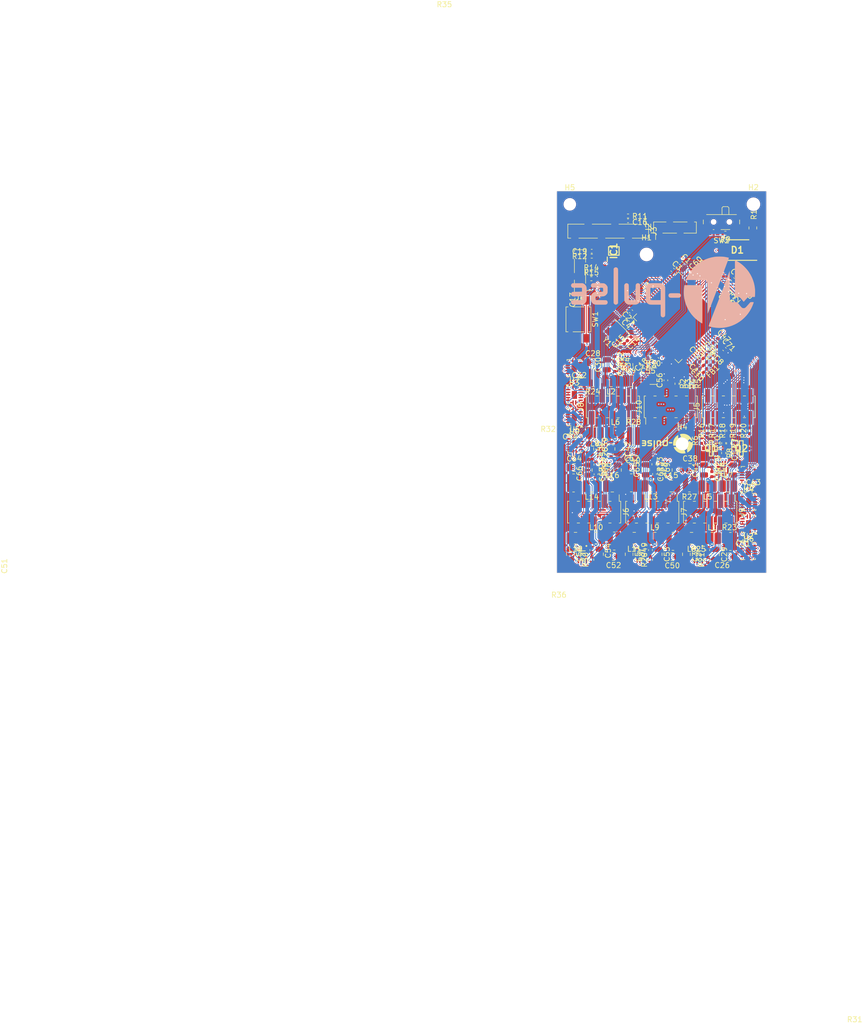
<source format=kicad_pcb>
(kicad_pcb (version 20241229) (generator "pcbnew") (generator_version "9.0")
  (layers (0 "F.Cu" signal) (4 "In1.Cu" power) (6 "In2.Cu" signal) (2 "B.Cu" signal) (13 "F.Paste" user) (15 "B.Paste" user) (5 "F.SilkS" user "F.Silkscreen") (7 "B.SilkS" user "B.Silkscreen") (1 "F.Mask" user) (3 "B.Mask" user) (25 "Edge.Cuts" user))
  (net 0 "")
  (net 1 "+3.3V")
  (net 2 "GND")
  (net 3 "+3.3VA")
  (net 4 "Net-(U1-VREF+)")
  (net 5 "/NRST")
  (net 6 "/HSE_IN")
  (net 7 "/HSE_OUT")
  (net 8 "/VCCB")
  (net 9 "AD_Vbat")
  (net 10 "LED")
  (net 11 "FSR1")
  (net 12 "FSR2")
  (net 13 "FSR3")
  (net 14 "FSR4")
  (net 15 "FSR5")
  (net 16 "+12V")
  (net 17 "pin4_1")
  (net 18 "pin4_5")
  (net 19 "I1")
  (net 20 "I5")
  (net 21 "pin4_2")
  (net 22 "pin4_6")
  (net 23 "I2")
  (net 24 "I6")
  (net 25 "pin4_3")
  (net 26 "pin4_7")
  (net 27 "M1_1")
  (net 28 "M5_1")
  (net 29 "I3")
  (net 30 "I7")
  (net 31 "pin4_4")
  (net 32 "pin4_8")
  (net 33 "M1_2")
  (net 34 "M5_2")
  (net 35 "I4")
  (net 36 "I8")
  (net 37 "/RX")
  (net 38 "/TX")
  (net 39 "/TX_UART4")
  (net 40 "/RX_UART4")
  (net 41 "Net-(IC2-OUT2)")
  (net 43 "OUT1_1")
  (net 44 "NSLEEP")
  (net 45 "OUT1_2")
  (net 46 "Net-(IC2-OUT1)")
  (net 47 "Net-(IC3-OUT2)")
  (net 48 "OUT5_1")
  (net 50 "Net-(IC3-OUT1)")
  (net 51 "OUT5_2")
  (net 52 "OUT2_2")
  (net 53 "Net-(IC4-OUT1)")
  (net 54 "OUT2_1")
  (net 56 "Net-(IC4-OUT2)")
  (net 57 "OUT6_2")
  (net 58 "Net-(IC5-OUT1)")
  (net 59 "Net-(IC5-OUT2)")
  (net 60 "OUT6_1")
  (net 62 "OUT3_1")
  (net 63 "OUT3_2")
  (net 65 "Net-(IC6-OUT1)")
  (net 66 "Net-(IC6-OUT2)")
  (net 67 "Net-(IC7-OUT1)")
  (net 69 "OUT7_1")
  (net 70 "Net-(IC7-OUT2)")
  (net 71 "OUT7_2")
  (net 72 "OUT4_1")
  (net 74 "Net-(IC8-OUT1)")
  (net 75 "OUT4_2")
  (net 76 "Net-(IC8-OUT2)")
  (net 78 "OUT8_1")
  (net 79 "OUT8_2")
  (net 80 "Net-(IC9-OUT1)")
  (net 81 "Net-(IC9-OUT2)")
  (net 82 "MISO_CON")
  (net 83 "SCK_CON")
  (net 84 "MOSI_CON")
  (net 85 "NSS_CON")
  (net 86 "/SWCLK")
  (net 87 "/SWDIO")
  (net 90 "Net-(J4-Pin_3)")
  (net 91 "Net-(J4-Pin_2)")
  (net 92 "ENC2_S2")
  (net 93 "ENC2_S1")
  (net 94 "ENC1_S1")
  (net 95 "ENC1_S2")
  (net 96 "ENC6_S2")
  (net 97 "ENC6_S1")
  (net 98 "ENC5_S1")
  (net 99 "ENC5_S2")
  (net 100 "ENC4_S2")
  (net 101 "ENC3_S2")
  (net 102 "ENC4_S1")
  (net 103 "ENC3_S1")
  (net 104 "ENC8_S2")
  (net 105 "ENC8_S1")
  (net 106 "ENC7_S1")
  (net 107 "ENC7_S2")
  (net 108 "Vbat")
  (net 109 "Net-(Q1-G)")
  (net 110 "Net-(Q1-D)")
  (net 111 "Net-(Q2-D)")
  (net 112 "MesOn")
  (net 113 "Net-(SW2-B)")
  (net 114 "/SW_BSTD")
  (net 115 "EMG_RX")
  (net 116 "EMG_TX")
  (net 117 "PWM4")
  (net 118 "PWM1")
  (net 119 "DIR6")
  (net 120 "DIR7")
  (net 121 "DIR3")
  (net 122 "DIR4")
  (net 123 "PWM6")
  (net 124 "PWM8")
  (net 126 "PWM2")
  (net 127 "PWM7")
  (net 129 "PWM3")
  (net 130 "DIR1")
  (net 132 "PWM5")
  (net 133 "DIR2")
  (net 134 "DIR8")
  (net 135 "DIR5")
  (net 136 "Net-(U2-Pad10)")
  (net 137 "Net-(U2-Pad3)")
  (net 138 "Net-(U3-Pad10)")
  (net 139 "Net-(U3-Pad3)")
  (net 140 "Net-(U4-Pad10)")
  (net 141 "Net-(U4-Pad3)")
  (net 142 "Net-(U5-Pad3)")
  (net 143 "Net-(U5-Pad10)")
  (net 144 "Net-(U6-Pad10)")
  (net 145 "Net-(U6-Pad3)")
  (net 146 "Net-(U7-Pad3)")
  (net 147 "Net-(U7-Pad10)")
  (net 148 "Net-(U8-Pad3)")
  (net 149 "Net-(U8-Pad10)")
  (net 150 "Net-(U9-Pad10)")
  (net 151 "Net-(U9-Pad3)")
  (net 152 "M2_1")
  (net 153 "M6_1")
  (net 154 "M2_2")
  (net 155 "M6_2")
  (net 156 "M3_1")
  (net 157 "M7_1")
  (net 158 "M3_2")
  (net 159 "M7_2")
  (net 160 "M4_1")
  (net 161 "M8_1")
  (net 162 "M4_2")
  (net 163 "M8_2")
  (net 164 "+5V")
  (net 165 "/NSS")
  (net 166 "/SCK")
  (net 167 "/MISO")
  (net 168 "/MOSI")
  (footprint "Resistor_SMD:R_0612_1632Metric" (layer "F.Cu") (at 164.250901 131.605403)
    (property "Reference" "R32")
    (property "Value" "1")
  )
  (footprint "Resistor_SMD:R_0402_1005Metric" (layer "F.Cu") (at 187.99 110.64 90)
    (property "Reference" "R19")
    (property "Value" "1k")
  )
  (footprint "Connector_PinHeader_2.00mm:PinHeader_2x05_P2.00mm_Vertical_SMD" (layer "F.Cu") (at 171.475903 126.130401 -90)
    (property "Reference" "J7")
    (property "Value" "Conn_02x05_Odd_Even")
  )
  (footprint "Crystal:Crystal_SMD_3225-4Pin_3.2x2.5mm" (layer "F.Cu") (at 164.625 92.025 135)
    (property "Reference" "Y1")
    (property "Value" "16MHz")
  )
  (footprint "Capacitor_SMD:C_0402_1005Metric" (layer "F.Cu") (at 165.811188 94.468813 45)
    (property "Reference" "C15")
    (property "Value" "10pF")
  )
  (footprint "Capacitor_SMD:C_0402_1005Metric" (layer "F.Cu") (at 184.3 93.48 -45)
    (property "Reference" "C47")
    (property "Value" "100nF" (hide yes))
  )
  (footprint "Capacitor_SMD:C_0402_1005Metric" (layer "F.Cu") (at 187.53 87.57 135)
    (property "Reference" "C21")
    (property "Value" "100nF")
  )
  (footprint "DRV8220DSGR:WSON8_DSG_TEX" (layer "F.Cu") (at 180.255901 134.444602 -90)
    (property "Reference" "IC2")
    (property "Value" "DRV8220DSGR")
  )
  (footprint "Capacitor_SMD:C_0805_2012Metric" (layer "F.Cu") (at 168.520001 98.12 90)
    (property "Reference" "C34")
    (property "Value" "10uF" (hide yes))
  )
  (footprint "Capacitor_SMD:C_0402_1005Metric" (layer "F.Cu") (at 171.1459 133.325404 90)
    (property "Reference" "C49")
    (property "Value" "100nF")
  )
  (footprint "Resistor_SMD:R_0402_1005Metric" (layer "F.Cu") (at 184 110.64 90)
    (property "Reference" "R17")
    (property "Value" "1k")
  )
  (footprint "Resistor_SMD:R_0402_1005Metric" (layer "F.Cu") (at 160.775899 117.0754 -90)
    (property "Reference" "R34")
    (property "Value" "1k" (hide yes))
  )
  (footprint "Capacitor_SMD:C_0402_1005Metric" (layer "F.Cu") (at 167.450589 88.000589 135)
    (property "Reference" "C2")
    (property "Value" "100nF" (hide yes))
  )
  (footprint "Resistor_SMD:R_0612_1632Metric" (layer "F.Cu") (at 186.32 131.685402)
    (property "Reference" "R23")
    (property "Value" "1")
  )
  (footprint "Inductor_SMD:L_1008_2520Metric" (layer "F.Cu") (at 168.060902 131.065403 180)
    (property "Reference" "L11")
    (property "Value" "10uH" (hide yes))
  )
  (footprint "Resistor_SMD:R_0402_1005Metric" (layer "F.Cu") (at 186.01 110.66 90)
    (property "Reference" "R18")
    (property "Value" "1k")
  )
  (footprint "Capacitor_SMD:C_0402_1005Metric" (layer "F.Cu") (at 183.46 94.32 -45)
    (property "Reference" "C35")
    (property "Value" "100nF" (hide yes))
  )
  (footprint "Connector_PinHeader_2.54mm:PinHeader_1x06_P2.54mm_Vertical_SMD_Pin1Left" (layer "F.Cu") (at 163.11 72.73 -90)
    (property "Reference" "J3")
    (property "Value" "Conn_01x06_Pin")
  )
  (footprint "Resistor_SMD:R_0402_1005Metric" (layer "F.Cu") (at 159.98 77.48)
    (property "Reference" "R12")
    (property "Value" "100k" (hide yes))
  )
  (footprint "Capacitor_SMD:C_0402_1005Metric" (layer "F.Cu") (at 183.43 81.86 45)
    (property "Reference" "C7")
    (property "Value" "100nF" (hide yes))
  )
  (footprint "Capacitor_SMD:C_0805_2012Metric" (layer "F.Cu") (at 178.6759 117.635399)
    (property "Reference" "C38")
    (property "Value" "10uF" (hide yes))
  )
  (footprint "Resistor_SMD:R_0402_1005Metric" (layer "F.Cu") (at 179.005 101.704999 -90)
    (property "Reference" "R5")
    (property "Value" "1k")
  )
  (footprint "Capacitor_SMD:C_0402_1005Metric" (layer "F.Cu") (at 188.64 85.19 -45)
    (property "Reference" "C36")
    (property "Value" "100nF" (hide yes))
  )
  (footprint "Connector_PinHeader_2.00mm:PinHeader_2x05_P2.00mm_Vertical_SMD" (layer "F.Cu") (at 160.435901 126.120399 -90)
    (property "Reference" "J6")
    (property "Value" "Conn_02x05_Odd_Even")
  )
  (footprint "Capacitor_SMD:C_0402_1005Metric" (layer "F.Cu") (at 155.84 110.63 180)
    (property "Reference" "C44")
    (property "Value" "100nF")
  )
  (footprint "Resistor_SMD:R_0402_1005Metric" (layer "F.Cu") (at 182.02 110.65 90)
    (property "Reference" "R16")
    (property "Value" "1k")
  )
  (footprint "Inductor_SMD:L_1008_2520Metric" (layer "F.Cu") (at 159.980901 121.175401 180)
    (property "Reference" "L14")
    (property "Value" "10uH" (hide yes))
  )
  (footprint "Connector_PinHeader_2.00mm:PinHeader_2x05_P2.00mm_Vertical_SMD" (layer "F.Cu") (at 186 106.105001 90)
    (property "Reference" "J5")
    (property "Value" "Conn_02x05_Odd_Even")
  )
  (footprint "Capacitor_SMD:C_0805_2012Metric" (layer "F.Cu") (at 164.86 118.12 90)
    (property "Reference" "C70")
    (property "Value" "10uF" (hide yes))
  )
  (footprint "Capacitor_SMD:C_0805_2012Metric" (layer "F.Cu") (at 159.325898 118.125402 90)
    (property "Reference" "C66")
    (property "Value" "10uF" (hide yes))
  )
  (footprint "Capacitor_SMD:C_0402_1005Metric" (layer "F.Cu") (at 183.47 97.24 45)
    (property "Reference" "C9")
    (property "Value" "1uF")
  )
  (footprint "Capacitor_SMD:C_0402_1005Metric" (layer "F.Cu") (at 157.58 101.29)
    (property "Reference" "C32")
    (property "Value" "100nF")
  )
  (footprint "Resistor_SMD:R_0402_1005Metric" (layer "F.Cu") (at 185.06 113.02 90)
    (property "Reference" "R10")
    (property "Value" "10k" (hide yes))
  )
  (footprint "Inductor_SMD:L_1008_2520Metric" (layer "F.Cu") (at 171.180903 121.135404 180)
    (property "Reference" "L13")
    (property "Value" "10uH" (hide yes))
  )
  (footprint "Package_DFN_QFN:DHVQFN-14-1EP_2.5x3mm_P0.5mm_EP1x1.5mm" (layer "F.Cu") (at 189.73 133.5175)
    (property "Reference" "U2")
    (property "Value" "SN74LVC002")
  )
  (footprint "Package_DFN_QFN:DHVQFN-14-1EP_2.5x3mm_P0.5mm_EP1x1.5mm" (layer "F.Cu") (at 156.680737 108.054403 180)
    (property "Reference" "U9")
    (property "Value" "SN74LVC002")
  )
  (footprint "Resistor_SMD:R_0805_2012Metric" (layer "F.Cu") (at 190.6 72.125 90)
    (property "Reference" "R13")
    (property "Value" "1M" (hide yes))
  )
  (footprint "Capacitor_SMD:C_0805_2012Metric" (layer "F.Cu") (at 165.120001 114.109998 -90)
    (property "Reference" "C42")
    (property "Value" "10uF" (hide yes))
  )
  (footprint "Resistor_SMD:R_0402_1005Metric" (layer "F.Cu") (at 177.115 101.725 -90)
    (property "Reference" "R3")
    (property "Value" "1k")
  )
  (footprint "Connector_PinHeader_2.00mm:PinHeader_1x04_P2.00mm_Vertical_SMD_Pin1Left" (layer "F.Cu") (at 175.8 72.05 90)
    (property "Reference" "J2")
    (property "Value" "Conn_01x04_Pin")
  )
  (footprint "Package_QFP:LQFP-80_12x12mm_P0.5mm" (layer "F.Cu") (at 176.47 89.12 45)
    (property "Reference" "U1")
    (property "Value" "STM32G484METx")
  )
  (footprint "Resistor_SMD:R_0402_1005Metric" (layer "F.Cu") (at 159.990901 135.155402 90)
    (property "Reference" "R30")
    (property "Value" "1k" (hide yes))
  )
  (footprint "Capacitor_SMD:C_0402_1005Metric" (layer "F.Cu") (at 181.205 80.25 45)
    (property "Reference" "C59")
    (property "Value" "100nF" (hide yes))
  )
  (footprint "Capacitor_SMD:C_0402_1005Metric" (layer "F.Cu") (at 175.34 80.09 -45)
    (property "Reference" "C3")
    (property "Value" "100nF" (hide yes))
  )
  (footprint "logo:logo_100_45" (layer "F.Cu") (at 174.37 113.11 180)
    (property "Reference" "G***" (hide yes))
    (property "Value" "LOGO" (hide yes))
  )
  (footprint "Inductor_SMD:L_1008_2520Metric" (layer "F.Cu") (at 185.915899 121.165404)
    (property "Reference" "L7")
    (property "Value" "10uH" (hide yes))
  )
  (footprint "Package_DFN_QFN:DHVQFN-14-1EP_2.5x3mm_P0.5mm_EP1x1.5mm" (layer "F.Cu") (at 156.7525 113.21)
    (property "Reference" "U5")
    (property "Value" "SN74LVC002")
  )
  (footprint "Connector_PinHeader_2.00mm:PinHeader_2x05_P2.00mm_Vertical_SMD" (layer "F.Cu") (at 182.485903 126.130403 -90)
    (property "Reference" "J9")
    (property "Value" "Conn_02x05_Odd_Even")
  )
  (footprint "Capacitor_SMD:C_0805_2012Metric" (layer "F.Cu") (at 160.190738 97.649998)
    (property "Reference" "C28")
    (property "Value" "10uF" (hide yes))
  )
  (footprint "Capacitor_SMD:C_0805_2012Metric" (layer "F.Cu") (at 186.1759 134.615403 180)
    (property "Reference" "C26")
    (property "Value" "10uF" (hide yes))
  )
  (footprint "Capacitor_SMD:C_0402_1005Metric" (layer "F.Cu") (at 180.549411 79.600589 45)
    (property "Reference" "C60")
    (property "Value" "100nF" (hide yes))
  )
  (footprint "Resistor_SMD:R_0402_1005Metric" (layer "F.Cu") (at 180.81 112.529999 90)
    (property "Reference" "R6")
    (property "Value" "10k")
  )
  (footprint "Capacitor_SMD:C_0402_1005Metric" (layer "F.Cu") (at 184.51 83.93 -135)
    (property "Reference" "C24")
    (property "Value" "100nF")
  )
  (footprint "Inductor_SMD:L_1008_2520Metric" (layer "F.Cu") (at 160.569999 111.059998 180)
    (property "Reference" "L8")
    (property "Value" "10uH" (hide yes))
  )
  (footprint "Inductor_SMD:L_1008_2520Metric" (layer "F.Cu") (at 167.545 101.169999)
    (property "Reference" "L4")
    (property "Value" "10uH" (hide yes))
  )
  (footprint "DRV8220DSGR:WSON8_DSG_TEX" (layer "F.Cu") (at 158.210901 134.452103 -90)
    (property "Reference" "IC7")
    (property "Value" "DRV8220DSGR")
  )
  (footprint "Capacitor_SMD:C_0402_1005Metric" (layer "F.Cu") (at 164.330739 98.899997 -90)
    (property "Reference" "C27")
    (property "Value" "100nF" (hide yes))
  )
  (footprint "Capacitor_SMD:C_0805_2012Metric" (layer "F.Cu") (at 172.595902 134.115402 -90)
    (property "Reference" "C53")
    (property "Value" "10uF" (hide yes))
  )
  (footprint "Capacitor_SMD:C_0402_1005Metric" (layer "F.Cu") (at 170.99 96.51 -135)
    (property "Reference" "C18")
    (property "Value" "100nF" (hide yes))
  )
  (footprint "PMOS:SOT95P240X120-3N" (layer "F.Cu") (at 182.63 113.99 180)
    (property "Reference" "Q1")
    (property "Value" "PMOS" (hide yes))
  )
  (footprint "Capacitor_SMD:C_0402_1005Metric" (layer "F.Cu") (at 167.357498 89.569997 135)
    (property "Reference" "C4")
    (property "Value" "100nF" (hide yes))
  )
  (footprint "Photodiode:SOD6439X180N" (layer "F.Cu") (at 187.65 76.325 180)
    (property "Reference" "D1")
    (property "Value" "LED" (hide yes))
  )
  (footprint "Resistor_SMD:R_0402_1005Metric" (layer "F.Cu") (at 182.805901 117.055402 -90)
    (property "Reference" "R25")
    (property "Value" "1k" (hide yes))
  )
  (footprint "Resistor_SMD:R_0612_1632Metric" (layer "F.Cu") (at 175.4159 131.665403)
    (property "Reference" "R31")
    (property "Value" "1")
  )
  (footprint "Resistor_SMD:R_0612_1632Metric" (layer "F.Cu") (at 167.48 120.55 180)
    (property "Reference" "R35")
    (property "Value" "1")
  )
  (footprint "Resistor_SMD:R_0402_1005Metric" (layer "F.Cu") (at 159.9 80.825)
    (property "Reference" "R14")
    (property "Value" "1k")
  )
  (footprint "Capacitor_SMD:C_0402_1005Metric" (layer "F.Cu") (at 186.17 85.59 -135)
    (property "Reference" "C22")
    (property "Value" "100nF")
  )
  (footprint "DRV8220DSGR:WSON8_DSG_TEX" (layer "F.Cu") (at 184.585897 117.805403 90)
    (property "Reference" "IC4")
    (property "Value" "DRV8220DSGR")
  )
  (footprint "Resistor_SMD:R_0402_1005Metric" (layer "F.Cu") (at 189.99 110.65 90)
    (property "Reference" "R20")
    (property "Value" "1k")
  )
  (footprint "Capacitor_SMD:C_0402_1005Metric" (layer "F.Cu") (at 186.21 88.02 135)
    (property "Reference" "C20")
    (property "Value" "100nF")
  )
  (footprint "Button_Switch_SMD:SW_SPDT_PCM12" (layer "F.Cu") (at 184.64 71.31 180)
    (property "Reference" "SW2")
    (property "Value" "SW_SPDT")
  )
  (footprint "TXU0202:SOP50P310X90-8N" (layer "F.Cu") (at 164.175 76.5 90)
    (property "Reference" "IC1")
    (property "Value" "TXU0202QDCUR" (hide yes))
  )
  (footprint "Capacitor_SMD:C_0805_2012Metric" (layer "F.Cu") (at 170.230895 118.075405 90)
    (property "Reference" "C65")
    (property "Value" "10uF" (hide yes))
  )
  (footprint "Resistor_SMD:R_0402_1005Metric" (layer "F.Cu") (at 171.8 117.03 -90)
    (property "Reference" "R33")
    (property "Value" "1k" (hide yes))
  )
  (footprint "Capacitor_SMD:C_0402_1005Metric" (layer "F.Cu") (at 186.770589 81.900589 -45)
    (property "Reference" "C72")
    (property "Value" "100nF")
  )
  (footprint "Resistor_SMD:R_0612_1632Metric" (layer "F.Cu") (at 160.189999 100.579998 180)
    (property "Reference" "R24")
    (property "Value" "1")
  )
  (footprint "DRV8220DSGR:WSON8_DSG_TEX" (layer "F.Cu") (at 173.699999 117.7633 90)
    (property "Reference" "IC8")
    (property "Value" "DRV8220DSGR")
  )
  (footprint "Capacitor_SMD:C_0402_1005Metric" (layer "F.Cu") (at 163.659999 113.319999 90)
    (property "Reference" "C39")
    (property "Value" "100nF" (hide yes))
  )
  (footprint "Capacitor_SMD:C_0402_1005Metric" (layer "F.Cu") (at 182.025903 133.345404 90)
    (property "Reference" "C25")
    (property "Value" "100nF" (hide yes))
  )
  (footprint "Capacitor_SMD:C_0805_2012Metric" (layer "F.Cu") (at 175.99 118.11 90)
    (property "Reference" "C69")
    (property "Value" "10uF" (hide yes))
  )
  (footprint "Capacitor_SMD:C_0805_2012Metric" (layer "F.Cu") (at 176.75 79.15 -45)
    (property "Reference" "C1")
    (property "Value" "10uF")
  )
  (footprint "Package_DFN_QFN:DHVQFN-14-1EP_2.5x3mm_P0.5mm_EP1x1.5mm" (layer "F.Cu") (at 156.6325 98.73 180)
    (property "Reference" "U3")
    (property "Value" "SN74LVC002")
  )
  (footprint "Package_TO_SOT_SMD:SOT-23" (layer "F.Cu") (at 171.6725 100.28)
    (property "Reference" "U10")
    (property "Value" "TPS7A0533PDBZ")
  )
  (footprint "Resistor_SMD:R_0402_1005Metric" (layer "F.Cu") (at 163.670001 115.159999 90)
    (property "Reference" "R26")
    (property "Value" "1k")
  )
  (footprint "Capacitor_SMD:C_0402_1005Metric" (layer "F.Cu") (at 190.67 121.61)
    (property "Reference" "C43")
    (property "Value" "100nF")
  )
  (footprint "Resistor_SMD:R_0402_1005Metric" (layer "F.Cu") (at 185.375 73.125 180)
    (property "Reference" "R9")
    (property "Value" "10k")
  )
  (footprint "Capacitor_SMD:C_0805_2012Metric" (layer "F.Cu") (at 177.965898 134.125401 -90)
    (property "Reference" "C33")
    (property "Value" "10uF" (hide yes))
  )
  (footprint "Resistor_SMD:R_0402_1005Metric" (layer "F.Cu") (at 164.320737 97.059997 -90)
    (property "Reference" "R22")
    (property "Value" "1k" (hide yes))
  )
  (footprint "Connector_PinHeader_2.00mm:PinHeader_2x05_P2.00mm_Vertical_SMD" (layer "F.Cu") (at 175 106.115 90)
    (property "Reference" "J10")
    (property "Value" "Conn_02x05_Odd_Even")
  )
  (footprint "NMOS:SOT95P240X120-3N" (layer "F.Cu") (at 188.390001 114.019999)
    (property "Reference" "Q2")
    (property "Value" "NMOS" (hide yes))
  )
  (footprint "Resistor_SMD:R_0612_1632Metric" (layer "F.Cu") (at 156.525897 120.575401 180)
    (property "Reference" "R36")
    (property "Value" "1")
  )
  (footprint "Connector_PinHeader_2.00mm:PinHeader_2x05_P2.00mm_Vertical_SMD" (layer "F.Cu") (at 163.989998 106.119999 90)
    (property "Reference" "J8")
    (property "Value" "Conn_02x05_Odd_Even")
  )
  (footprint "Capacitor_SMD:C_0805_2012Metric" (layer "F.Cu") (at 167.539999 117.585403)
    (property "Reference" "C62")
    (property "Value" "10uF" (hide yes))
  )
  (footprint "Resistor_SMD:R_0612_1632Metric" (layer "F.Cu") (at 167.919999 111.66)
    (property "Reference" "R28")
    (property "Value" "1")
  )
  (footprint "Capacitor_SMD:C_0402_1005Metric" (layer "F.Cu") (at 160.785895 118.915402 -90)
    (property "Reference" "C63")
    (property "Value" "100nF" (hide yes))
  )
  (footprint "MountingHole:MountingHole_2.2mm_M2" (layer "F.Cu") (at 190.71 67.62)
    (property "Reference" "H2")
    (property "Value" "MountingHole")
  )
  (footprint "Capacitor_SMD:C_0402_1005Metric" (layer "F.Cu") (at 166.875 70.775 180)
    (property "Reference" "C16")
    (property "Value" "100nF" (hide yes))
  )
  (footprint "Inductor_SMD:L_1008_2520Metric" (layer "F.Cu") (at 156.890903 131.065403 180)
    (property "Reference" "L12")
    (property "Value" "10uH" (hide yes))
  )
  (footprint "Capacitor_SMD:C_0402_1005Metric" (layer "F.Cu") (at 159.972182 76.546447 180)
    (property "Reference" "C19")
    (property "Value" "100nF" (hide yes))
  )
  (footprint "Resistor_SMD:R_0402_1005Metric" (layer "F.Cu") (at 176.175 101.725 -90)
    (property "Reference" "R2")
    (property "Value" "1k")
  )
  (footprint "Capacitor_SMD:C_0805_2012Metric" (layer "F.Cu") (at 167.0859 134.119999 -90)
    (property "Reference" "C57")
    (property "Value" "10uF" (hide yes))
  )
  (footprint "Capacitor_SMD:C_0402_1005Metric" (layer "F.Cu") (at 185.25 84.85 -135)
    (property "Reference" "C23")
    (property "Value" "100nF")
  )
  (footprint "DRV8220DSGR:WSON8_DSG_TEX" (layer "F.Cu") (at 161.890736 114.354404 -90)
    (property "Reference" "IC5")
    (property "Value" "DRV8220DSGR")
  )
  (footprint "Resistor_SMD:R_0612_1632Metric" (layer "F.Cu") (at 178.545902 120.565402 180)
    (property "Reference" "R27")
    (property "Value" "1")
  )
  (footprint "Capacitor_SMD:C_0805_2012Metric" (layer "F.Cu") (at 159.599999 114.109997 -90)
    (property "Reference" "C46")
    (property "Value" "10uF" (hide yes))
  )
  (footprint "Button_Switch_SMD:SW_SPST_TL3305B" (layer "F.Cu") (at 157.45 89.49 -90)
    (property "Reference" "SW1")
    (property "Value" "SW_Push")
  )
  (footprint "Capacitor_SMD:C_0402_1005Metric" (layer "F.Cu") (at 187.800589 83.450589 -45)
    (property "Reference" "C48")
    (property "Value" "100nF")
  )
  (footprint "Inductor_SMD:L_1008_2520Metric" (layer "F.Cu") (at 163.885 121.175401)
    (property "Reference" "L16")
    (property "Value" "10uH" (hide yes))
  )
  (footprint "Capacitor_SMD:C_0402_1005Metric" (layer "F.Cu") (at 180.85 99.26 135)
    (property "Reference" "C10")
    (property "Value" "1uF")
  )
  (footprint "Capacitor_SMD:C_0402_1005Metric" (layer "F.Cu") (at 185.98 114.909999 -90)
    (property "Reference" "C17")
    (property "Value" "100nF" (hide yes))
  )
  (footprint "Capacitor_SMD:C_0402_1005Metric" (layer "F.Cu") (at 180.840589 97.920589 -45)
    (property "Reference" "C11")
    (property "Value" "1uF" (hide yes))
  )
  (footprint "Resistor_SMD:R_0402_1005Metric" (layer "F.Cu") (at 186 113.04 -90)
    (property "Reference" "R7")
    (property "Value" "10k")
  )
  (footprint "Capacitor_SMD:C_0402_1005Metric" (layer "F.Cu") (at 182.815898 118.895403 -90)
    (property "Reference" "C37")
    (property "Value" "100nF")
  )
  (footprint "Capacitor_SMD:C_0402_1005Metric" (layer "F.Cu") (at 159.980901 133.315402 90)
    (property "Reference" "C51")
    (property "Value" "100nF" (hide yes))
  )
  (footprint "Capacitor_SMD:C_0402_1005Metric" (layer "F.Cu") (at 172.385589 97.064411 135)
    (property "Reference" "C5")
    (property "Value" "100nF" (hide yes))
  )
  (footprint "Capacitor_SMD:C_0402_1005Metric" (layer "F.Cu") (at 170.6625 98.11 180)
    (property "Reference" "C55")
    (property "Value" "1uF")
  )
  (footprint "Capacitor_SMD:C_0805_2012Metric" (layer "F.Cu") (at 162.870737 98.119997 90)
    (property "Reference" "C30")
    (property "Value" "10uF" (hide yes))
  )
  (footprint "MountingHole:MountingHole_2.2mm_M2" (layer "F.Cu") (at 177.17 113.15)
    (property "Reference" "H4")
    (property "Value" "MountingHole")
  )
  (footprint "Capacitor_SMD:C_0805_2012Metric" (layer "F.Cu") (at 156.635904 117.635401)
    (property "Reference" "C64")
    (property "Value" "10uF" (hide yes))
  )
  (footprint "Inductor_SMD:L_1008_2520Metric" (layer "F.Cu") (at 182.865899 131.080404)
    (property "Reference" "L1")
    (property "Value" "10uH" (hide yes))
  )
  (footprint "Inductor_SMD:L_1008_2520Metric" (layer "F.Cu") (at 178.945903 131.075403 180)
    (property "Reference" "L3")
    (property "Value" "10uH" (hide yes))
  )
  (footprint "Inductor_SMD:L_1008_2520Metric" (layer "F.Cu") (at 164.47 111.059999)
    (property "Reference" "L6")
    (property "Value" "10uH" (hide yes))
  )
  (footprint "Capacitor_SMD:C_0805_2012Metric" (layer "F.Cu") (at 175.285901 134.595405 180)
    (property "Reference" "C50")
    (property "Value" "10uF")
  )
  (footprint "Capacitor_SMD:C_0402_1005Metric" (layer "F.Cu") (at 181.49 97.25 -45)
    (property "Reference" "C12")
    (property "Value" "100nF" (hide yes))
  )
  (footprint "Resistor_SMD:R_0402_1005Metric" (layer "F.Cu") (at 178.055 101.715 -90)
    (property "Reference" "R4")
    (property "Value" "1k")
  )
  (footprint "Resistor_SMD:R_0402_1005Metric" (layer "F.Cu") (at 182.0359 135.185405 90)
    (property "Reference" "R21")
    (property "Value" "1k" (hide yes))
  )
  (footprint "DRV8220DSGR:WSON8_DSG_TEX" (layer "F.Cu") (at 169.375901 134.334603 -90)
    (property "Reference" "IC6")
    (property "Value" "DRV8220DSGR")
  )
  (footprint "Inductor_SMD:L_1008_2520Metric" (layer "F.Cu") (at 171.960901 131.065402)
    (property "Reference" "L9")
    (property "Value" "10uH" (hide yes))
  )
  (footprint "logo:logo" (layer "F.Cu") (at 187.01 98.99)
    (property "Reference" "G***" (hide yes))
    (property "Value" "LOGO" (hide yes))
  )
  (footprint "Inductor_SMD:L_0402_1005Metric" (layer "F.Cu") (at 182.17 98.56 -135)
    (property "Reference" "FB1")
    (property "Value" "120R")
  )
  (footprint "Resistor_SMD:R_0402_1005Metric" (layer "F.Cu") (at 171.145899 135.165403 90)
    (property "Reference" "R29")
    (property "Value" "1k")
  )
  (footprint "Capacitor_SMD:C_0402_1005Metric" (layer "F.Cu") (at 182.81 95.93 -45)
    (property "Reference" "C8")
    (property "Value" "10nF" (hide yes))
  )
  (footprint "Inductor_SMD:L_1008_2520Metric" (layer "F.Cu") (at 160.790903 131.055404)
    (property "Reference" "L10")
    (property "Value" "10uH" (hide yes))
  )
  (footprint "Capacitor_SMD:C_0402_1005Metric" (layer "F.Cu") (at 171.910899 118.875404 -90)
    (property "Reference" "C61")
    (property "Value" "100nF" (hide yes))
  )
  (footprint "Capacitor_SMD:C_0805_2012Metric" (layer "F.Cu") (at 155.9209 134.115402 -90)
    (property "Reference" "C58")
    (property "Value" "10uF" (hide yes))
  )
  (footprint "Resistor_SMD:R_0402_1005Metric" (layer "F.Cu") (at 185.04 114.89 -90)
    (property "Reference" "R8")
    (property "Value" "47k")
  )
  (footprint "Capacitor_SMD:C_0805_2012Metric" (layer "F.Cu") (at 183.49 134.145401 -90)
    (property "Reference" "C29")
    (property "Value" "10uF" (hide yes))
  )
  (footprint "Capacitor_SMD:C_0402_1005Metric" (layer "F.Cu") (at 185.557497 88.669993 -45)
    (property "Reference" "C6")
    (property "Value" "100nF" (hide yes))
  )
  (footprint "Capacitor_SMD:C_0805_2012Metric" (layer "F.Cu") (at 167.809999 114.6 180)
    (property "Reference" "C40")
    (property "Value" "10uF")
  )
  (footprint "Package_DFN_QFN:DHVQFN-14-1EP_2.5x3mm_P0.5mm_EP1x1.5mm" (layer "F.Cu") (at 189.8125 124.18)
    (property "Reference" "U8")
    (property "Value" "SN74LVC002")
  )
  (footprint "Package_DFN_QFN:DHVQFN-14-1EP_2.5x3mm_P0.5mm_EP1x1.5mm" (layer "F.Cu") (at 156.6825 103.85)
    (property "Reference" "U7")
    (property "Value" "SN74LVC002")
  )
  (footprint "Capacitor_SMD:C_0805_2012Metric" (layer "F.Cu") (at 164.120895 134.535402 180)
    (property "Reference" "C52")
    (property "Value" "10uF" (hide yes))
  )
  (footprint "Capacitor_SMD:C_0402_1005Metric" (layer "F.Cu") (at 188.73 130.95 180)
    (property "Reference" "C31")
    (property "Value" "100nF")
  )
  (footprint "DRV8220DSGR:WSON8_DSG_TEX" (layer "F.Cu") (at 166.100737 97.804404 90)
    (property "Reference" "IC3")
    (property "Value" "DRV8220DSGR")
  )
  (footprint "Inductor_SMD:L_1008_2520Metric" (layer "F.Cu") (at 182.010898 121.160403 180)
    (property "Reference" "L5")
    (property "Value" "10uH" (hide yes))
  )
  (footprint "MountingHole:MountingHole_2.2mm_M2" (layer "F.Cu") (at 155.81 67.64)
    (property "Reference" "H5")
    (property "Value" "MountingHole")
  )
  (footprint "MountingHole:MountingHole_2.2mm_M2" (layer "F.Cu") (at 170.39 77.16)
    (property "Reference" "H1")
    (property "Value" "MountingHole")
  )
  (footprint "Inductor_SMD:L_1008_2520Metric" (layer "F.Cu") (at 163.64 101.169999 180)
    (property "Reference" "L2")
    (property "Value" "10uH" (hide yes))
  )
  (footprint "Capacitor_SMD:C_0402_1005Metric" (layer "F.Cu") (at 185.21 95.15 -45)
    (property "Reference" "C71")
    (property "Value" "100nF" (hide yes))
  )
  (footprint "Resistor_SMD:R_0402_1005Metric" (layer "F.Cu") (at 159.9 81.775)
    (property "Reference" "R15")
    (property "Value" "1k" (hide yes))
  )
  (footprint "Resistor_SMD:R_0402_1005Metric" (layer "F.Cu") (at 166.875 69.85)
    (property "Reference" "R11")
    (property "Value" "100k" (hide yes))
  )
  (footprint "Package_DFN_QFN:DHVQFN-14-1EP_2.5x3mm_P0.5mm_EP1x1.5mm" (layer "F.Cu") (at 189.815903 128.387902 180)
    (property "Reference" "U6")
    (property "Value" "SN74LVC002")
  )
  (footprint "Capacitor_SMD:C_0805_2012Metric" (layer "F.Cu") (at 181.355901 118.105403 90)
    (property "Reference" "C41")
    (property "Value" "10uF" (hide yes))
  )
  (footprint "Capacitor_SMD:C_0402_1005Metric" (layer "F.Cu") (at 157.5 85.75 90)
    (property "Reference" "C13")
    (property "Value" "100nF" (hide yes))
  )
  (footprint "Capacitor_SMD:C_0805_2012Metric" (layer "F.Cu") (at 161.440902 134.105403 -90)
    (property "Reference" "C54")
    (property "Value" "10uF" (hide yes))
  )
  (footprint "Resistor_SMD:R_0402_1005Metric" (layer "F.Cu") (at 182.15 96.59 135)
    (property "Reference" "R1")
    (property "Value" "1k")
  )
  (footprint "Capacitor_SMD:C_0402_1005Metric" (layer "F.Cu") (at 174.0625 101.07 90)
    (property "Reference" "C56")
    (property "Value" "1uF")
  )
  (footprint "Capacitor_SMD:C_0805_2012Metric" (layer "F.Cu") (at 186.875899 118.1154 90)
    (property "Reference" "C45")
    (property "Value" "10uF" (hide yes))
  )
  (footprint "Connector_PinHeader_2.00mm:PinHeader_1x04_P2.00mm_Vertical_SMD_Pin1Left" (layer "F.Cu") (at 157.75 80.325 180)
    (property "Reference" "J4")
    (property "Value" "Conn_01x04_Pin")
  )
  (footprint "Capacitor_SMD:C_0402_1005Metric" (layer "F.Cu") (at 167.10441 93.185591 -135)
    (property "Reference" "C14")
    (property "Value" "10pF")
  )
  (footprint "Inductor_SMD:L_1008_2520Metric" (layer "F.Cu") (at 175.085 121.165402)
    (property "Reference" "L15")
    (property "Value" "10uH" (hide yes))
  )
  (footprint "Package_DFN_QFN:DHVQFN-14-1EP_2.5x3mm_P0.5mm_EP1x1.5mm" (layer "F.Cu") (at 189.7325 119.05 180)
    (property "Reference" "U4")
    (property "Value" "SN74LVC002")
  )
  (footprint "DRV8220DSGR:WSON8_DSG_TEX" (layer "F.Cu") (at 162.559999 117.9533 90)
    (property "Reference" "IC9")
    (property "Value" "DRV8220DSGR")
  )
  (footprint "logo:logo35_black" (layer "B.Cu") (at 173.525 84.325 180)
    (property "Reference" "G***" (hide yes))
    (property "Value" "LOGO" (hide yes))
  )
  (gr_rect (start 153.36 65.16) (end 193.16 137.66) (stroke (width 0.05)) (fill no) (layer "Edge.Cuts"))
  (segment (start 156.9325 102.4125) (end 156.9325 101.4875) (width 0.15) (layer "F.Cu") (net 1))
  (segment (start 156.820001 110.58) (end 156.87 110.629999) (width 0.15) (layer "F.Cu") (net 1))
  (segment (start 189.463402 120.592902) (end 189.463402 121.005401) (width 0.15) (layer "F.Cu") (net 1))
  (segment (start 189.76 130.95) (end 189.21 130.95) (width 0.15) (layer "F.Cu") (net 1))
  (segment (start 189.67 121.76) (end 190.15 121.76) (width 0.15) (layer "F.Cu") (net 1))
  (segment (start 167.79 88.34) (end 167.79 89.816317) (width 0.15) (layer "F.Cu") (net 1))
  (segment (start 182.02 111.159999) (end 181.110001 111.159999) (width 0.15) (layer "F.Cu") (net 1))
  (segment (start 189.277999 130.94) (end 189.2 130.94) (width 0.15) (layer "F.Cu") (net 1))
  (segment (start 182.39 72.74) (end 182.365 72.765) (width 0.15) (layer "F.Cu") (net 1))
  (segment (start 171.82 97.64) (end 172.488822 97.64) (width 0.15) (layer "F.Cu") (net 1))
  (segment (start 171.1425 98.11) (end 172.018822 98.11) (width 0.15) (layer "F.Cu") (net 1))
  (segment (start 172.61 99.5775) (end 172.61 100.28) (width 0.15) (layer "F.Cu") (net 1))
  (segment (start 163.845 79.28) (end 164.425 78.7) (width 0.15) (layer "F.Cu") (net 1))
  (segment (start 186.01 111.169999) (end 184.02 111.169999) (width 0.15) (layer "F.Cu") (net 1))
  (segment (start 177.023249 77.533249) (end 176.078249 78.478249) (width 0.15) (layer "F.Cu") (net 1))
  (segment (start 174.239765 80.879358) (end 174.746427 81.38602) (width 0.15) (layer "F.Cu") (net 1))
  (segment (start 167.79 88.34) (end 167.792447 88.34) (width 0.15) (layer "F.Cu") (net 1))
  (segment (start 189.99 111.159999) (end 189.99 111.385) (width 0.15) (layer "F.Cu") (net 1))
  (segment (start 190.0625 121.8475) (end 190.26 121.65) (width 0.15) (layer "F.Cu") (net 1))
  (segment (start 185.34 89.54) (end 185.218086 89.418086) (width 0.15) (layer "F.Cu") (net 1))
  (segment (start 189.993403 132.067903) (end 189.993403 131.183403) (width 0.15) (layer "F.Cu") (net 1))
  (segment (start 157.0025 111.3125) (end 156.32 110.63) (width 0.15) (layer "F.Cu") (net 1))
  (segment (start 184 111.149999) (end 183.929999 111.149999) (width 0.15) (layer "F.Cu") (net 1))
  (segment (start 174.642862 79.750589) (end 174.239765 80.153686) (width 0.15) (layer "F.Cu") (net 1))
  (segment (start 184.02 111.169999) (end 184 111.149999) (width 0.15) (layer "F.Cu") (net 1))
  (segment (start 190.108001 121.65) (end 190.26 121.65) (width 0.15) (layer "F.Cu") (net 1))
  (segment (start 189.993403 131.183403) (end 189.77 130.96) (width 0.15) (layer "F.Cu") (net 1))
  (segment (start 182.365 72.765) (end 178.815 72.765) (width 0.15) (layer "F.Cu") (net 1))
  (segment (start 178.8 75.756498) (end 177.023249 77.533249) (width 0.15) (layer "F.Cu") (net 1))
  (segment (start 177.023249 77.553249) (end 177.023249 77.533249) (width 0.15) (layer "F.Cu") (net 1))
  (segment (start 157.1 101.32) (end 156.383237 100.603237) (width 0.15) (layer "F.Cu") (net 1))
  (segment (start 175.000589 79.750589) (end 174.642862 79.750589) (width 0.15) (layer "F.Cu") (net 1))
  (segment (start 172.488822 97.64) (end 172.725 97.403822) (width 0.15) (layer "F.Cu") (net 1))
  (segment (start 162.395 79.28) (end 163.845 79.28) (width 0.15) (layer "F.Cu") (net 1))
  (segment (start 187.99 111.149999) (end 189.98 111.149999) (width 0.15) (layer "F.Cu") (net 1))
  (segment (start 167.79 89.816317) (end 167.696909 89.909408) (width 0.15) (layer "F.Cu") (net 1))
  (segment (start 156.555 101.32) (end 156.55 101.325) (width 0.15) (layer "F.Cu") (net 1))
  (segment (start 189.99 111.385) (end 189.725 111.65) (width 0.15) (layer "F.Cu") (net 1))
  (segment (start 189.98 111.149999) (end 189.99 111.159999) (width 0.15) (layer "F.Cu") (net 1))
  (segment (start 189.463402 121.005401) (end 190.108001 121.65) (width 0.15) (layer "F.Cu") (net 1))
  (segment (start 178.8 70.875) (end 178.8 72.75) (width 0.15) (layer "F.Cu") (net 1))
  (segment (start 185.138135 88.330582) (end 184.557534 87.749981) (width 0.15) (layer "F.Cu") (net 1))
  (segment (start 156.398831 110.58) (end 156.32 110.58) (width 0.15) (layer "F.Cu") (net 1))
  (segment (start 167.792447 88.34) (end 168.382466 87.749981) (width 0.15) (layer "F.Cu") (net 1))
  (segment (start 164.425 78.7) (end 164.425 78.075) (width 0.15) (layer "F.Cu") (net 1))
  (segment (start 189.4825 120.4875) (end 189.142849 120.4875) (width 0.15) (layer "F.Cu") (net 1))
  (segment (start 172.018822 98.11) (end 172.725 97.403822) (width 0.15) (layer "F.Cu") (net 1))
  (segment (start 183.919999 111.159999) (end 182.02 111.159999) (width 0.15) (layer "F.Cu") (net 1))
  (segment (start 181.022 84.214447) (end 181.022 84.198) (width 0.15) (layer "F.Cu") (net 1))
  (segment (start 174.239765 80.153686) (end 174.239765 80.879358) (width 0.15) (layer "F.Cu") (net 1))
  (segment (start 181.189411 99.540589) (end 181.827053 98.902947) (width 0.15) (layer "F.Cu") (net 1))
  (segment (start 172.725 96.754087) (end 173.685767 95.79332) (width 0.15) (layer "F.Cu") (net 1))
  (segment (start 156.36 110.67) (end 156.32 110.63) (width 0.15) (layer "F.Cu") (net 1))
  (segment (start 181.12 100.18) (end 181.12 99.668822) (width 0.15) (layer "F.Cu") (net 1))
  (segment (start 160.509999 77.394999) (end 162.395 79.28) (width 0.15) (layer "F.Cu") (net 1))
  (segment (start 181.022 84.214447) (end 181.055553 84.214447) (width 0.15) (layer "F.Cu") (net 1))
  (segment (start 183.090589 82.199411) (end 183.070589 82.199411) (width 0.15) (layer "F.Cu") (net 1))
  (segment (start 189.21 130.95) (end 189.21 130.93) (width 0.15) (layer "F.Cu") (net 1))
  (segment (start 157.0025 111.7725) (end 157.0025 111.3125) (width 0.15) (layer "F.Cu") (net 1))
  (segment (start 162.57 79.105) (end 162.395 79.28) (width 0.15) (layer "F.Cu") (net 1))
  (segment (start 183.070589 82.199411) (end 182.73 82.54) (width 0.15) (layer "F.Cu") (net 1))
  (segment (start 190.0625 122.7425) (end 190.0625 121.8475) (width 0.15) (layer "F.Cu") (net 1))
  (segment (start 159.492182 76.546447) (end 159.551402 76.546447) (width 0.15) (layer "F.Cu") (net 1))
  (segment (start 156.430737 110.519263) (end 156.32 110.63) (width 0.15) (layer "F.Cu") (net 1))
  (segment (start 189.21 130.93) (end 189.565903 130.574097) (width 0.15) (layer "F.Cu") (net 1))
  (segment (start 168.303006 90.569479) (end 168.382466 90.490019) (width 0.15) (layer "F.Cu") (net 1))
  (segment (start 172.61 100.28) (end 170.01 100.28) (width 0.15) (layer "F.Cu") (net 1))
  (segment (start 181.055553 84.214447) (end 182.73 82.54) (width 0.15) (layer "F.Cu") (net 1))
  (segment (start 183.929999 111.149999) (end 183.919999 111.159999) (width 0.15) (layer "F.Cu") (net 1))
  (segment (start 189.77 130.96) (end 189.76 130.95) (width 0.15) (layer "F.Cu") (net 1))
  (segment (start 162.57 78.91) (end 162.57 79.105) (width 0.15) (layer "F.Cu") (net 1))
  (segment (start 156.383237 100.603237) (end 156.383237 100.207498) (width 0.15) (layer "F.Cu") (net 1))
  (segment (start 168.27752 90.490019) (end 167.696909 89.909408) (width 0.15) (layer "F.Cu") (net 1))
  (segment (start 190.15 121.76) (end 190.26 121.65) (width 0.15) (layer "F.Cu") (net 1))
  (segment (start 172.725 97.403822) (end 172.725 96.754087) (width 0.15) (layer "F.Cu") (net 1))
  (segment (start 167.650521 90.569479) (end 168.303006 90.569479) (width 0.15) (layer "F.Cu") (net 1))
  (segment (start 159.551402 76.546447) (end 160.399954 77.394999) (width 0.15) (layer "F.Cu") (net 1))
  (segment (start 156.430737 109.491903) (end 156.430737 110.519263) (width 0.15) (layer "F.Cu") (net 1))
  (segment (start 170.01 100.28) (end 169.515 99.785) (width 0.15) (layer "F.Cu") (net 1))
  (segment (start 181.110001 111.159999) (end 181.1 111.17) (width 0.15) (layer "F.Cu") (net 1))
  (segment (start 178.8 72.75) (end 178.8 75.756498) (width 0.15) (layer "F.Cu") (net 1))
  (segment (start 160.399954 77.394999) (end 160.509999 77.394999) (width 0.15) (layer "F.Cu") (net 1))
  (segment (start 177.33 77.86) (end 177.023249 77.553249) (width 0.15) (layer "F.Cu") (net 1))
  (segment (start 187.99 111.149999) (end 186.03 111.149999) (width 0.15) (layer "F.Cu") (net 1))
  (segment (start 186.03 111.149999) (end 186.01 111.169999) (width 0.15) (layer "F.Cu") (net 1))
  (segment (start 189.142849 120.4875) (end 189.116174 120.460825) (width 0.15) (layer "F.Cu") (net 1))
  (segment (start 157.353553 76.546447) (end 159.492182 76.546447) (width 0.15) (layer "F.Cu") (net 1))
  (segment (start 156.575 77.325) (end 157.353553 76.546447) (width 0.15) (layer "F.Cu") (net 1))
  (segment (start 176.078249 78.478249) (end 175.000589 79.555909) (width 0.15) (layer "F.Cu") (net 1))
  (segment (start 156.87 110.67) (end 156.36 110.67) (width 0.15) (layer "F.Cu") (net 1))
  (segment (start 181.12 99.668822) (end 181.189411 99.599411) (width 0.15) (layer "F.Cu") (net 1))
  (segment (start 171.1425 98.11) (end 172.61 99.5775) (width 0.15) (layer "F.Cu") (net 1))
  (segment (start 185.218086 88.330582) (end 185.138135 88.330582) (width 0.15) (layer "F.Cu") (net 1))
  (segment (start 157.1 101.32) (end 156.555 101.32) (width 0.15) (layer "F.Cu") (net 1))
  (segment (start 168.382466 90.490019) (end 168.27752 90.490019) (width 0.15) (layer "F.Cu") (net 1))
  (segment (start 185.218086 89.418086) (end 185.218086 88.330582) (width 0.15) (layer "F.Cu") (net 1))
  (segment (start 189.23 130.91) (end 189.2 130.94) (width 0.15) (layer "F.Cu") (net 1))
  (segment (start 189.565903 129.825402) (end 189.565903 130.574097) (width 0.15) (layer "F.Cu") (net 1))
  (segment (start 178.815 72.765) (end 178.8 72.75) (width 0.15) (layer "F.Cu") (net 1))
  (segment (start 175.000589 79.555909) (end 175.000589 79.750589) (width 0.15) (layer "F.Cu") (net 1))
  (segment (start 156.9325 101.4875) (end 157.1 101.32) (width 0.15) (layer "F.Cu") (net 1))
  (segment (start 156.87 110.629999) (end 156.87 110.67) (width 0.15) (layer "F.Cu") (net 1))
  (segment (start 181.189411 99.599411) (end 181.189411 99.540589) (width 0.15) (layer "F.Cu") (net 1))
  (via (at 189.116174 120.460825) (size 0.4) (drill 0.2) (layers "F.Cu" "B.Cu") (net 1))
  (via (at 155.375 106.225) (size 0.4) (drill 0.2) (layers "F.Cu" "B.Cu") (net 1))
  (via (at 169.515 99.785) (size 0.4) (drill 0.2) (layers "F.Cu" "B.Cu") (net 1))
  (via (at 189.725 111.65) (size 0.4) (drill 0.2) (layers "F.Cu" "B.Cu") (net 1))
  (via (at 181.12 100.18) (size 0.4) (drill 0.2) (layers "F.Cu" "B.Cu") (net 1))
  (via (at 181.1 111.17) (size 0.4) (drill 0.2) (layers "F.Cu" "B.Cu") (net 1))
  (via (at 182.73 82.54) (size 0.4) (drill 0.2) (layers "F.Cu" "B.Cu") (net 1))
  (via (at 189.67 121.76) (size 0.4) (drill 0.2) (layers "F.Cu" "B.Cu") (net 1))
  (via (at 167.650521 90.569479) (size 0.4) (drill 0.2) (layers "F.Cu" "B.Cu") (net 1))
  (via (at 156.55 101.325) (size 0.4) (drill 0.2) (layers "F.Cu" "B.Cu") (net 1))
  (via (at 177.33 77.86) (size 0.4) (drill 0.2) (layers "F.Cu" "B.Cu") (net 1))
  (via (at 171.82 97.64) (size 0.4) (drill 0.2) (layers "F.Cu" "B.Cu") (net 1))
  (via (at 169.15 94.1) (size 0.4) (drill 0.2) (layers "F.Cu" "B.Cu") (net 1))
  (via (at 185.34 89.54) (size 0.4) (drill 0.2) (layers "F.Cu" "B.Cu") (net 1))
  (via (at 162.57 78.91) (size 0.4) (drill 0.2) (layers "F.Cu" "B.Cu") (net 1))
  (via (at 189.77 130.96) (size 0.4) (drill 0.2) (layers "F.Cu" "B.Cu") (net 1))
  (via (at 156.87 110.67) (size 0.4) (drill 0.2) (layers "F.Cu" "B.Cu") (net 1))
  (segment (start 169.15 94.1) (end 169.21558 94.03442) (width 0.15) (layer "B.Cu") (net 1))
  (segment (start 155.993248 101.325) (end 156.55 101.325) (width 0.15) (layer "B.Cu") (net 1))
  (segment (start 155.99 105.665) (end 155.45 105.665) (width 0.15) (layer "B.Cu") (net 1))
  (segment (start 169.21558 92.063125) (end 167.721934 90.569479) (width 0.15) (layer "B.Cu") (net 1))
  (segment (start 155.005 105.376752) (end 155.005 102.313248) (width 0.15) (layer "B.Cu") (net 1))
  (segment (start 167.721934 90.569479) (end 167.650521 90.569479) (width 0.15) (layer "B.Cu") (net 1))
  (segment (start 155.45 106.15) (end 155.45 105.665) (width 0.15) (layer "B.Cu") (net 1))
  (segment (start 156.87 110.67) (end 157.33 110.67) (width 0.15) (layer "B.Cu") (net 1))
  (segment (start 155.005 102.313248) (end 155.993248 101.325) (width 0.15) (layer "B.Cu") (net 1))
  (segment (start 157.33 110.67) (end 158.385 109.615) (width 0.15) (layer "B.Cu") (net 1))
  (segment (start 185.34 85.15) (end 182.73 82.54) (width 0.15) (layer "B.Cu") (net 1))
  (segment (start 155.375 106.225) (end 155.45 106.15) (width 0.15) (layer "B.Cu") (net 1))
  (segment (start 185.34 89.54) (end 185.34 85.15) (width 0.15) (layer "B.Cu") (net 1))
  (segment (start 158.385 108.06) (end 155.99 105.665) (width 0.15) (layer "B.Cu") (net 1))
  (segment (start 158.385 109.615) (end 158.385 108.06) (width 0.15) (layer "B.Cu") (net 1))
  (segment (start 169.21558 94.03442) (end 169.21558 92.063125) (width 0.15) (layer "B.Cu") (net 1))
  (segment (start 155.293248 105.665) (end 155.005 105.376752) (width 0.15) (layer "B.Cu") (net 1))
  (segment (start 155.45 105.665) (end 155.293248 105.665) (width 0.15) (layer "B.Cu") (net 1))
  (segment (start 164.801776 93.403858) (end 164.448223 93.050306) (width 0.15) (layer "F.Cu") (net 2))
  (segment (start 181.375553 84.568) (end 181.382 84.568) (width 0.15) (layer "F.Cu") (net 2))
  (segment (start 187.417316 82.24) (end 187.11 82.24) (width 0.15) (layer "F.Cu") (net 2))
  (segment (start 156.930737 106.616903) (end 156.930737 106.205737) (width 0.15) (layer "F.Cu") (net 2))
  (segment (start 190.1775 117.6125) (end 190.39 117.4) (width 0.15) (layer "F.Cu") (net 2))
  (segment (start 187.801303 130.94) (end 187.055901 131.685402) (width 0.3) (layer "F.Cu") (net 2))
  (segment (start 165.000901 131.605403) (end 165.000901 128.7704) (width 0.3) (layer "F.Cu") (net 2))
  (segment (start 167.655 71.075) (end 167.355 70.775) (width 0.15) (layer "F.Cu") (net 2))
  (segment (start 176.1659 128.905399) (end 175.475903 128.215402) (width 0.3) (layer "F.Cu") (net 2))
  (segment (start 188.215 88.525933) (end 188.215 88.255) (width 0.15) (layer "F.Cu") (net 2))
  (segment (start 176.814091 80.429411) (end 175.679411 80.429411) (width 0.15) (layer "F.Cu") (net 2))
  (segment (start 188.14 82.962684) (end 188.14 83.79) (width 0.15) (layer "F.Cu") (net 2))
  (segment (start 177.421751 79.821751) (end 176.814091 80.429411) (width 0.15) (layer "F.Cu") (net 2))
  (segment (start 159.989998 104.034998) (end 159.989998 101.129997) (width 0.3) (layer "F.Cu") (net 2))
  (segment (start 183.162642 82.787358) (end 183.260662 82.787358) (width 0.15) (layer "F.Cu") (net 2))
  (segment (start 172.121598 96.725) (end 173.332214 95.514384) (width 0.15) (layer "F.Cu") (net 2))
  (segment (start 156.57 85.27) (end 155.95 85.89) (width 0.15) (layer "F.Cu") (net 2))
  (segment (start 188.215 88.255) (end 187.869411 87.909411) (width 0.15) (layer "F.Cu") (net 2))
  (segment (start 181.382 84.568) (end 183.162642 82.787358) (width 0.15) (layer "F.Cu") (net 2))
  (segment (start 156.4325 105.7075) (end 156.4325 105.2875) (width 0.15) (layer "F.Cu") (net 2))
  (segment (start 184.849411 83.590589) (end 185.2 83.24) (width 0.15) (layer "F.Cu") (net 2))
  (segment (start 188.14 82.962684) (end 187.417316 82.24) (width 0.15) (layer "F.Cu") (net 2))
  (segment (start 166.73 120.55) (end 166.73 122.431041) (width 0.3) (layer "F.Cu") (net 2))
  (segment (start 169.46 71.075) (end 167.655 71.075) (width 0.15) (layer "F.Cu") (net 2))
  (segment (start 183.149411 96.269411) (end 183.178233 96.269411) (width 0.15) (layer "F.Cu") (net 2))
  (segment (start 183.260662 82.787358) (end 183.769411 82.278609) (width 0.15) (layer "F.Cu") (net 2))
  (segment (start 156.930737 106.205737) (end 156.4325 105.7075) (width 0.15) (layer "F.Cu") (net 2))
  (segment (start 189.5625 126.00903) (end 189.5625 125.6175) (width 0.15) (layer "F.Cu") (net 2))
  (segment (start 177.795902 120.565402) (end 177.795902 122.144098) (width 0.3) (layer "F.Cu") (net 2))
  (segment (start 167.355 69.879999) (end 167.384999 69.85) (width 0.15) (layer "F.Cu") (net 2))
  (segment (start 187.055901 131.685402) (end 187.055901 128.785402) (width 0.3) (layer "F.Cu") (net 2))
  (segment (start 159.989998 101.129997) (end 159.439999 100.579998) (width 0.3) (layer "F.Cu") (net 2))
  (segment (start 155.95 93.09) (end 155.95 85.89) (width 0.15) (layer "F.Cu") (net 2))
  (segment (start 165.52732 94.129403) (end 166.150598 94.129402) (width 0.15) (layer "F.Cu") (net 2))
  (segment (start 166.73 122.431041) (end 166.425001 122.73604) (width 0.3) (layer "F.Cu") (net 2))
  (segment (start 177.795902 122.144098) (end 177.32 122.62) (width 0.3) (layer "F.Cu") (net 2))
  (segment (start 187.055901 128.785402) (end 186.485903 128.215404) (width 0.3) (layer "F.Cu") (net 2))
  (segment (start 172.046178 96.725) (end 172.121598 96.725) (width 0.15) (layer "F.Cu") (net 2))
  (segment (start 186.485903 128.215404) (end 186.485903 126.744097) (width 0.3) (layer "F.Cu") (net 2))
  (segment (start 176.1659 131.665403) (end 176.1659 128.905399) (width 0.3) (layer "F.Cu") (net 2))
  (segment (start 165.000901 128.7704) (end 164.435901 128.2054) (width 0.3) (layer "F.Cu") (net 2))
  (segment (start 183.769411 82.278609) (end 183.769411 81.520589) (width 0.15) (layer "F.Cu") (net 2))
  (segment (start 189.9825 117.6125) (end 190.1775 117.6125) (width 0.15) (layer "F.Cu") (net 2))
  (segment (start 186.485903 126.744097) (end 186.55 126.68) (width 0.3) (layer "F.Cu") (net 2))
  (segment (start 190.065903 126.950402) (end 190.065903 126.512433) (width 0.15) (layer "F.Cu") (net 2))
  (segment (start 185.91 84.19) (end 185.589411 84.510589) (width 0.15) (layer "F.Cu") (net 2))
  (segment (start 188.25 130.95) (end 187.811303 130.95) (width 0.3) (layer "F.Cu") (net 2))
  (segment (start 175.679411 80.429411) (end 175.679411 80.453036) (width 0.15) (layer "F.Cu") (net 2))
  (segment (start 175.679411 80.453036) (end 175.099981 81.032466) (width 0.15) (layer "F.Cu") (net 2))
  (segment (start 164.448223 93.050306) (end 164.448223 90.646142) (width 0.15) (layer "F.Cu") (net 2))
  (segment (start 166.150598 94.129402) (end 166.754998 93.525002) (width 0.15) (layer "F.Cu") (net 2))
  (segment (start 173.332214 95.514384) (end 173.332214 95.439767) (width 0.15) (layer "F.Cu") (net 2))
  (segment (start 157.5 85.27) (end 156.57 85.27) (width 0.15) (layer "F.Cu") (net 2))
  (segment (start 187.811303 130.95) (end 187.801303 130.94) (width 0.3) (layer "F.Cu") (net 2))
  (segment (start 164.801776 93.403858) (end 165.52732 94.129403) (width 0.15) (layer "F.Cu") (net 2))
  (segment (start 185.98 84.19) (end 185.91 84.19) (width 0.15) (layer "F.Cu") (net 2))
  (segment (start 167.355 70.775) (end 167.355 69.879999) (width 0.15) (layer "F.Cu") (net 2))
  (segment (start 190.065903 126.512433) (end 189.5625 126.00903) (width 0.15) (layer "F.Cu") (net 2))
  (segment (start 166.754998 93.525002) (end 166.764998 93.525002) (width 0.15) (layer "F.Cu") (net 2))
  (segment (start 183.178233 96.269411) (end 183.809411 96.900589) (width 0.15) (layer "F.Cu") (net 2))
  (via (at 188.874149 101.524149) (size 0.4) (drill 0.2) (layers "F.Cu" "B.Cu") (net 2))
  (via (at 188.345 105.56) (size 0.4) (drill 0.2) (layers "F.Cu" "B.Cu") (net 2))
  (via (at 167.03 91.41) (size 0.4) (drill 0.2) (layers "F.Cu" "B.Cu") (net 2))
  (via (at 185.079929 94.082444) (size 0.4) (drill 0.2) (layers "F.Cu" "B.Cu") (net 2))
  (via (at 175.63 100.57) (size 0.4) (drill 0.2) (layers "F.Cu" "B.Cu") (net 2))
  (via (at 172.148328 98.514788) (size 0.4) (drill 0.2) (layers "F.Cu" "B.Cu") (net 2))
  (via (at 172.53 125.51) (size 0.4) (drill 0.2) (layers "F.Cu" "B.Cu") (net 2))
  (via (at 181.075 104.5) (size 0.4) (drill 0.2) (layers "F.Cu" "B.Cu") (net 2))
  (via (at 185.67 105.81) (size 0.4) (drill 0.2) (layers "F.Cu" "B.Cu") (net 2))
  (via (at 188.215 88.525933) (size 0.4) (drill 0.2) (layers "F.Cu" "B.Cu") (net 2))
  (via (at 185.22 105.77) (size 0.4) (drill 0.2) (layers "F.Cu" "B.Cu") (net 2))
  (via (at 173.76 99.86) (size 0.4) (drill 0.2) (layers "F.Cu" "B.Cu") (net 2))
  (via (at 171.11 116.29) (size 0.4) (drill 0.2) (layers "F.Cu" "B.Cu") (net 2))
  (via (at 160.89 102.82) (size 0.4) (drill 0.2) (layers "F.Cu" "B.Cu") (net 2))
  (via (at 177.32 122.62) (size 0.4) (drill 0.2) (layers "F.Cu" "B.Cu") (net 2))
  (via (at 181.075 104.05) (size 0.4) (drill 0.2) (layers "F.Cu" "B.Cu") (net 2))
  (via (at 159.770634 118.14) (size 0.4) (drill 0.2) (layers "F.Cu" "B.Cu") (net 2))
  (via (at 189.65 106.02) (size 0.4) (drill 0.2) (layers "F.Cu" "B.Cu") (net 2))
  (via (at 156.29 126.22) (size 0.4) (drill 0.2) (layers "F.Cu" "B.Cu") (net 2))
  (via (at 172.26 115.15) (size 0.4) (drill 0.2) (layers "F.Cu" "B.Cu") (net 2))
  (via (at 185.2 83.24) (size 0.4) (drill 0.2) (layers "F.Cu" "B.Cu") (net 2))
  (via (at 179.46 115.45) (size 0.4) (drill 0.2) (layers "F.Cu" "B.Cu") (net 2))
  (via (at 188.99 107.9) (size 0.4) (drill 0.2) (layers "F.Cu" "B.Cu") (net 2))
  (via (at 179.475 110.566041) (size 0.4) (drill 0.2) (layers "F.Cu" "B.Cu") (net 2))
  (via (at 169.67 98.1) (size 0.4) (drill 0.2) (layers "F.Cu" "B.Cu") (net 2))
  (via (at 166.425001 122.73604) (size 0.4) (drill 0.2) (layers "F.Cu" "B.Cu") (net 2))
  (via (at 165.32 105.66) (size 0.4) (drill 0.2) (layers "F.Cu" "B.Cu") (net 2))
  (via (at 178.031199 109.321199) (size 0.4) (drill 0.2) (layers "F.Cu" "B.Cu") (net 2))
  (via (at 186.55 126.68) (size 0.4) (drill 0.2) (layers "F.Cu" "B.Cu") (net 2))
  (via (at 189.64 105.6) (size 0.4) (drill 0.2) (layers "F.Cu" "B.Cu") (net 2))
  (via (at 161.479999 125.452183) (size 0.4) (drill 0.2) (layers "F.Cu" "B.Cu") (net 2))
  (via (at 185.406802 101.343198) (size 0.4) (drill 0.2) (layers "F.Cu" "B.Cu") (net 2))
  (via (at 162.84 106.09) (size 0.4) (drill 0.2) (layers "F.Cu" "B.Cu") (net 2))
  (via (at 165.21 89.59) (size 0.4) (drill 0.2) (layers "F.Cu" "B.Cu") (net 2))
  (via (at 163.321596 94.878497) (size 0.4) (drill 0.2) (layers "F.Cu" "B.Cu") (net 2))
  (via (at 164.52 110.61) (size 0.4) (drill 0.2) (layers "F.Cu" "B.Cu") (net 2))
  (via (at 164.41 116) (size 0.4) (drill 0.2) (layers "F.Cu" "B.Cu") (net 2))
  (via (at 168.028604 125.908604) (size 0.4) (drill 0.2) (layers "F.Cu" "B.Cu") (net 2))
  (via (at 186.16 105.75) (size 0.4) (drill 0.2) (layers "F.Cu" "B.Cu") (net 2))
  (via (at 188.88933 101.039041) (size 0.4) (drill 0.2) (layers "F.Cu" "B.Cu") (net 2))
  (via (at 166.77 84.03) (size 0.4) (drill 0.2) (layers "F.Cu" "B.Cu") (net 2))
  (via (at 185.030521 107.23) (size 0.4) (drill 0.2) (layers "F.Cu" "B.Cu") (net 2))
  (via (at 185.89 95.85) (size 0.4) (drill 0.2) (layers "F.Cu" "B.Cu") (net 2))
  (via (at 189.41 84.59) (size 0.4) (drill 0.2) (layers "F.Cu" "B.Cu") (net 2))
  (via (at 185.088604 101.661396) (size 0.4) (drill 0.2) (layers "F.Cu" "B.Cu") (net 2))
  (via (at 185.98 84.19) (size 0.4) (drill 0.2) (layers "F.Cu" "B.Cu") (net 2))
  (via (at 161.02 81.34) (size 0.4) (drill 0.2) (layers "F.Cu" "B.Cu") (net 2))
  (via (at 188.99 110.71) (size 0.4) (drill 0.2) (layers "F.Cu" "B.Cu") (net 2))
  (via (at 166.42 106.56) (size 0.4) (drill 0.2) (layers "F.Cu" "B.Cu") (net 2))
  (via (at 185 110.72) (size 0.4) (drill 0.2) (layers "F.Cu" "B.Cu") (net 2))
  (via (at 181.075 103.6) (size 0.4) (drill 0.2) (layers "F.Cu" "B.Cu") (net 2))
  (via (at 173.29 97.75) (size 0.4) (drill 0.2) (layers "F.Cu" "B.Cu") (net 2))
  (via (at 188.9 100.575) (size 0.4) (drill 0.2) (layers "F.Cu" "B.Cu") (net 2))
  (via (at 185.725 101.025) (size 0.4) (drill 0.2) (layers "F.Cu" "B.Cu") (net 2))
  (via (at 160.83 105.47) (size 0.4) (drill 0.2) (layers "F.Cu" "B.Cu") (net 2))
  (via (at 189.64 106.49) (size 0.4) (drill 0.2) (layers "F.Cu" "B.Cu") (net 2))
  (via (at 190.39 117.4) (size 0.4) (drill 0.2) (layers "F.Cu" "B.Cu") (net 2))
  (via (at 162.94 109.49) (size 0.4) (drill 0.2) (layers "F.Cu" "B.Cu") (net 2))
  (via (at 175.12 97.96) (size 0.4) (drill 0.2) (layers "F.Cu" "B.Cu") (net 2))
  (via (at 186.87 85.65) (size 0.4) (drill 0.2) (layers "F.Cu" "B.Cu") (net 2))
  (via (at 177.56 100.42) (size 0.4) (drill 0.2) (layers "F.Cu" "B.Cu") (net 2))
  (segment (start 182.512947 98.197053) (end 183.130589 97.579411) (width 0.15) (layer "F.Cu") (net 3))
  (segment (start 182.470589 95.590589) (end 182.470589 96.910589) (width 0.15) (layer "F.Cu") (net 3))
  (segment (start 182.512947 98.217053) (end 182.512947 98.197053) (width 0.15) (layer "F.Cu") (net 3))
  (segment (start 183.130589 97.579411) (end 183.130589 97.570589) (width 0.15) (layer "F.Cu") (net 3))
  (segment (start 182.470589 95.590589) (end 181.879929 95.590589) (width 0.15) (layer "F.Cu") (net 3))
  (segment (start 181.879929 95.590589) (end 180.668447 94.379107) (width 0.15) (layer "F.Cu") (net 3))
  (segment (start 183.130589 97.570589) (end 182.510624 96.950624) (width 0.15) (layer "F.Cu") (net 3))
  (segment (start 182.470589 96.910589) (end 182.510624 96.950624) (width 0.15) (layer "F.Cu") (net 3))
  (segment (start 181.150589 96.868163) (end 181.789376 96.229376) (width 0.15) (layer "F.Cu") (net 4))
  (segment (start 180.314893 94.754893) (end 180.314893 94.73266) (width 0.15) (layer "F.Cu") (net 4))
  (segment (start 181.150589 96.910589) (end 181.150589 96.868163) (width 0.15) (layer "F.Cu") (net 4))
  (segment (start 181.789376 96.229376) (end 180.314893 94.754893) (width 0.15) (layer "F.Cu") (net 4))
  (segment (start 180.501178 97.581178) (end 180.501178 97.56) (width 0.15) (layer "F.Cu") (net 4))
  (segment (start 180.501178 97.56) (end 181.150589 96.910589) (width 0.15) (layer "F.Cu") (net 4))
  (segment (start 169.877089 93.238038) (end 170.503787 92.61134) (width 0.15) (layer "F.Cu") (net 5))
  (segment (start 158.79 85.89) (end 158.45 86.23) (width 0.15) (layer "F.Cu") (net 5))
  (segment (start 158.95 93.09) (end 158.95 85.89) (width 0.15) (layer "F.Cu") (net 5))
  (segment (start 169.877089 93.335163) (end 169.877089 93.238038) (width 0.15) (layer "F.Cu") (net 5))
  (segment (start 159.06 93.2) (end 158.95 93.09) (width 0.15) (layer "F.Cu") (net 5))
  (segment (start 159.06 94.24) (end 159.06 93.2) (width 0.15) (layer "F.Cu") (net 5))
  (segment (start 158.45 86.23) (end 157.5 86.23) (width 0.15) (layer "F.Cu") (net 5))
  (segment (start 158.95 85.89) (end 158.79 85.89) (width 0.15) (layer "F.Cu") (net 5))
  (segment (start 158.61 86.23) (end 158.95 85.89) (width 0.2) (layer "F.Cu") (net 5))
  (via (at 159.06 94.24) (size 0.4) (drill 0.2) (layers "F.Cu" "B.Cu") (net 5))
  (via (at 169.877089 93.335163) (size 0.4) (drill 0.2) (layers "F.Cu" "B.Cu") (net 5))
  (segment (start 166.003858 92.201777) (end 166.648259 92.846179) (width 0.15) (layer "F.Cu") (net 6))
  (segment (start 169.79668 91.904233) (end 168.854733 92.84618) (width 0.15) (layer "F.Cu") (net 6))
  (segment (start 166.648259 92.846179) (end 167.443821 92.84618) (width 0.15) (layer "F.Cu") (net 6))
  (segment (start 168.854733 92.84618) (end 167.443821 92.84618) (width 0.15) (layer "F.Cu") (net 6))
  (segment (start 166.309093 94.808224) (end 165.471777 94.808224) (width 0.15) (layer "F.Cu") (net 7))
  (segment (start 164.968705 94.808225) (end 165.471776 94.808225) (width 0.15) (layer "F.Cu") (net 7))
  (segment (start 167.921137 93.19618) (end 166.309093 94.808224) (width 0.15) (layer "F.Cu") (net 7))
  (segment (start 163.246142 93.08566) (end 164.968705 94.808225) (width 0.15) (layer "F.Cu") (net 7))
  (segment (start 163.246142 91.848224) (end 163.246142 93.08566) (width 0.15) (layer "F.Cu") (net 7))
  (segment (start 169.211839 93.19618) (end 167.921137 93.19618) (width 0.15) (layer "F.Cu") (net 7))
  (segment (start 170.150233 92.257786) (end 169.211839 93.19618) (width 0.15) (layer "F.Cu") (net 7))
  (segment (start 164.38 71.075) (end 166.095 71.075) (width 0.15) (layer "F.Cu") (net 8))
  (segment (start 164.38 71.075) (end 164.38 74.88) (width 0.15) (layer "F.Cu") (net 8))
  (segment (start 164.38 74.88) (end 164.425 74.925) (width 0.15) (layer "F.Cu") (net 8))
  (segment (start 166.365001 69.85) (end 166.365001 70.745001) (width 0.15) (layer "F.Cu") (net 8))
  (segment (start 166.365001 70.745001) (end 166.395 70.775) (width 0.15) (layer "F.Cu") (net 8))
  (segment (start 163.925 74.925) (end 164.425 74.925) (width 0.15) (layer "F.Cu") (net 8))
  (segment (start 166.095 71.075) (end 166.395 70.775) (width 0.15) (layer "F.Cu") (net 8))
  (segment (start 185.04 113.549999) (end 185.06 113.529999) (width 0.15) (layer "F.Cu") (net 9))
  (segment (start 173.37 96.816194) (end 174.03932 96.146874) (width 0.15) (layer "F.Cu") (net 9))
  (segment (start 185.98 114.429999) (end 185.089998 114.429999) (width 0.15) (layer "F.Cu") (net 9))
  (segment (start 174.03932 96.146874) (end 174.03932 96.174762) (width 0.15) (layer "F.Cu") (net 9))
  (segment (start 184.64 113.95) (end 185.06 113.529999) (width 0.15) (layer "F.Cu") (net 9))
  (segment (start 185.04 114.380001) (end 185.04 113.549999) (width 0.15) (layer "F.Cu") (net 9))
  (segment (start 185.04 114.35) (end 184.64 113.95) (width 0.15) (layer "F.Cu") (net 9))
  (segment (start 185.04 114.380001) (end 185.04 114.35) (width 0.15) (layer "F.Cu") (net 9))
  (segment (start 185.089998 114.429999) (end 185.04 114.380001) (width 0.15) (layer "F.Cu") (net 9))
  (segment (start 173.37 96.82) (end 173.37 96.816194) (width 0.15) (layer "F.Cu") (net 9))
  (via (at 173.37 96.82) (size 0.4) (drill 0.2) (layers "F.Cu" "B.Cu") (net 9))
  (via (at 184.64 113.95) (size 0.4) (drill 0.2) (layers "F.Cu" "B.Cu") (net 9))
  (segment (start 187.3125 76.325) (end 190.6 73.0375) (width 0.15) (layer "F.Cu") (net 10))
  (segment (start 172.303659 95.75396) (end 172.310913 95.75396) (width 0.15) (layer "F.Cu") (net 10))
  (segment (start 183.705 76.325) (end 183.62 76.41) (width 0.15) (layer "F.Cu") (net 10))
  (segment (start 172.310913 95.75396) (end 172.97866 95.086213) (width 0.15) (layer "F.Cu") (net 10))
  (segment (start 171.88703 96.170589) (end 172.303659 95.75396) (width 0.15) (layer "F.Cu") (net 10))
  (segment (start 184.6 76.325) (end 187.3125 76.325) (width 0.15) (layer "F.Cu") (net 10))
  (segment (start 171.329411 96.170589) (end 171.88703 96.170589) (width 0.15) (layer "F.Cu") (net 10))
  (segment (start 184.6 76.325) (end 183.705 76.325) (width 0.15) (layer "F.Cu") (net 10))
  (via (at 183.62 76.41) (size 0.4) (drill 0.2) (layers "F.Cu" "B.Cu") (net 10))
  (via (at 172.303659 95.75396) (size 0.4) (drill 0.2) (layers "F.Cu" "B.Cu") (net 10))
  (segment (start 185.870589 87.680589) (end 185.870589 87.631144) (width 0.15) (layer "F.Cu") (net 11))
  (segment (start 185.224999 104.995001) (end 185.224999 102.585001) (width 0.15) (layer "F.Cu") (net 11))
  (segment (start 182 110.120001) (end 182.02 110.140001) (width 0.15) (layer "F.Cu") (net 11))
  (segment (start 188.34 89.322684) (end 186.73978 87.722464) (width 0.15) (layer "F.Cu") (net 11))
  (segment (start 185.912464 87.722464) (end 185.870589 87.680589) (width 0.15) (layer "F.Cu") (net 11))
  (segment (start 188.34 99.47) (end 188.34 89.322684) (width 0.15) (layer "F.Cu") (net 11))
  (segment (start 182 108.190002) (end 182 107.44) (width 0.15) (layer "F.Cu") (net 11))
  (segment (start 185.870589 87.631144) (end 185.12921 86.889765) (width 0.15) (layer "F.Cu") (net 11))
  (segment (start 185.12921 86.889765) (end 184.710642 86.889765) (width 0.15) (layer "F.Cu") (net 11))
  (segment (start 185.224999 102.585001) (end 188.34 99.47) (width 0.15) (layer "F.Cu") (net 11))
  (segment (start 184.710642 86.889765) (end 184.20398 87.396427) (width 0.15) (layer "F.Cu") (net 11))
  (segment (start 183.49 105.95) (end 184.27 105.95) (width 0.15) (layer "F.Cu") (net 11))
  (segment (start 184.27 105.95) (end 185.224999 104.995001) (width 0.15) (layer "F.Cu") (net 11))
  (segment (start 186.73978 87.722464) (end 185.912464 87.722464) (width 0.15) (layer "F.Cu") (net 11))
  (segment (start 182 108.190002) (end 182 110.120001) (width 0.15) (layer "F.Cu") (net 11))
  (segment (start 182 107.44) (end 183.49 105.95) (width 0.15) (layer "F.Cu") (net 11))
  (segment (start 186.380589 87.230589) (end 185.686211 86.536211) (width 0.15) (layer "F.Cu") (net 12))
  (segment (start 187.190589 87.230589) (end 186.380589 87.230589) (width 0.15) (layer "F.Cu") (net 12))
  (segment (start 184 108.190001) (end 184 107.59) (width 0.15) (layer "F.Cu") (net 12))
  (segment (start 186.875 101.429974) (end 186.875 105.636041) (width 0.15) (layer "F.Cu") (net 12))
  (segment (start 188.69 87.85) (end 187.87 87.03) (width 0.15) (layer "F.Cu") (net 12))
  (segment (start 188.69 99.614974) (end 188.69 87.85) (width 0.15) (layer "F.Cu") (net 12))
  (segment (start 184.35709 86.536211) (end 183.850427 87.042874) (width 0.15) (layer "F.Cu") (net 12))
  (segment (start 185.686211 86.536211) (end 184.35709 86.536211) (width 0.15) (layer "F.Cu") (net 12))
  (segment (start 186.875 105.636041) (end 185.886039 106.625002) (width 0.15) (layer "F.Cu") (net 12))
  (segment (start 185.886039 106.625002) (end 184.964998 106.625002) (width 0.15) (layer "F.Cu") (net 12))
  (segment (start 186.875 101.429974) (end 188.69 99.614974) (width 0.15) (layer "F.Cu") (net 12))
  (segment (start 184 108.190001) (end 184 110.130001) (width 0.15) (layer "F.Cu") (net 12))
  (segment (start 187.391178 87.03) (end 187.190589 87.230589) (width 0.15) (layer "F.Cu") (net 12))
  (segment (start 187.87 87.03) (end 187.391178 87.03) (width 0.15) (layer "F.Cu") (net 12))
  (segment (start 184 107.59) (end 184.964998 106.625002) (width 0.15) (layer "F.Cu") (net 12))
  (segment (start 186.451178 86.55) (end 185.830589 85.929411) (width 0.15) (layer "F.Cu") (net 13))
  (segment (start 187.225 105.710305) (end 187.225 101.574949) (width 0.15) (layer "F.Cu") (net 13))
  (segment (start 186 108.190002) (end 186 110.140001) (width 0.15) (layer "F.Cu") (net 13))
  (segment (start 185.83 85.93) (end 184.256194 85.93) (width 0.15) (layer "F.Cu") (net 13))
  (segment (start 189.04 87.68) (end 187.91 86.55) (width 0.15) (layer "F.Cu") (net 13))
  (segment (start 187.91 86.55) (end 186.451178 86.55) (width 0.15) (layer "F.Cu") (net 13))
  (segment (start 184.256194 85.93) (end 183.496874 86.68932) (width 0.15) (layer "F.Cu") (net 13))
  (segment (start 186 108.190002) (end 186 106.935305) (width 0.15) (layer "F.Cu") (net 13))
  (segment (start 187.225 101.574949) (end 189.04 99.759949) (width 0.15) (layer "F.Cu") (net 13))
  (segment (start 185.830589 85.929411) (end 185.83 85.93) (width 0.15) (layer "F.Cu") (net 13))
  (segment (start 186 106.935305) (end 187.225 105.710305) (width 0.15) (layer "F.Cu") (net 13))
  (segment (start 189.04 99.759949) (end 189.04 87.68) (width 0.15) (layer "F.Cu") (net 13))
  (segment (start 186 110.140001) (end 186.01 110.150001) (width 0.15) (layer "F.Cu") (net 13))
  (segment (start 187.019342 84.930658) (end 189.39 87.301315) (width 0.15) (layer "F.Cu") (net 14))
  (segment (start 184.289676 85.189411) (end 184.910589 85.189411) (width 0.15) (layer "F.Cu") (net 14))
  (segment (start 189.39 101.680051) (end 188.775 102.295051) (width 0.15) (layer "F.Cu") (net 14))
  (segment (start 183.14332 86.335767) (end 184.289676 85.189411) (width 0.15) (layer "F.Cu") (net 14))
  (segment (start 187.019342 84.930658) (end 186.702342 84.613658) (width 0.15) (layer "F.Cu") (net 14))
  (segment (start 188 110.120001) (end 187.99 110.130001) (width 0.15) (layer "F.Cu") (net 14))
  (segment (start 189.39 87.301315) (end 189.39 101.680051) (width 0.15) (layer "F.Cu") (net 14))
  (segment (start 188 108.190001) (end 188 110.120001) (width 0.15) (layer "F.Cu") (net 14))
  (segment (start 188.775 102.295051) (end 188.775 107.415001) (width 0.15) (layer "F.Cu") (net 14))
  (segment (start 186.702342 84.613658) (end 186.313658 84.613658) (width 0.15) (layer "F.Cu") (net 14))
  (segment (start 185.737905 85.189411) (end 184.910589 85.189411) (width 0.15) (layer "F.Cu") (net 14))
  (segment (start 188.775 107.415001) (end 188 108.190001) (width 0.15) (layer "F.Cu") (net 14))
  (segment (start 186.313658 84.613658) (end 185.737905 85.189411) (width 0.15) (layer "F.Cu") (net 14))
  (segment (start 183.508562 85.475551) (end 184.170589 84.813524) (width 0.15) (layer "F.Cu") (net 15))
  (segment (start 185.597684 83.675) (end 184.45916 84.813524) (width 0.15) (layer "F.Cu") (net 15))
  (segment (start 189.534975 102.030051) (end 189.74 101.825026) (width 0.15) (layer "F.Cu") (net 15))
  (segment (start 189.74 86.91) (end 188.996358 86.166358) (width 0.15) (layer "F.Cu") (net 15))
  (segment (start 189.125 107.315002) (end 189.125 102.440025) (width 0.15) (layer "F.Cu") (net 15))
  (segment (start 184.45916 84.813524) (end 184.170589 84.813524) (width 0.15) (layer "F.Cu") (net 15))
  (segment (start 190 110.130001) (end 189.99 110.140001) (width 0.15) (layer "F.Cu") (net 15))
  (segment (start 188.789042 86.166358) (end 186.297684 83.675) (width 0.15) (layer "F.Cu") (net 15))
  (segment (start 188.996358 86.166358) (end 188.789042 86.166358) (width 0.15) (layer "F.Cu") (net 15))
  (segment (start 190 108.190002) (end 189.125 107.315002) (width 0.15) (layer "F.Cu") (net 15))
  (segment (start 186.297684 83.675) (end 185.597684 83.675) (width 0.15) (layer "F.Cu") (net 15))
  (segment (start 182.789767 85.982214) (end 183.29643 85.475551) (width 0.15) (layer "F.Cu") (net 15))
  (segment (start 183.29643 85.475551) (end 183.508562 85.475551) (width 0.15) (layer "F.Cu") (net 15))
  (segment (start 184.170589 84.813524) (end 184.170589 84.269411) (width 0.15) (layer "F.Cu") (net 15))
  (segment (start 189.74 101.825026) (end 189.74 86.91) (width 0.15) (layer "F.Cu") (net 15))
  (segment (start 190 108.190002) (end 190 110.130001) (width 0.15) (layer "F.Cu") (net 15))
  (segment (start 189.125 102.440025) (end 189.534975 102.030051) (width 0.15) (layer "F.Cu") (net 15))
  (segment (start 182.025903 132.865404) (end 182.134595 132.865404) (width 0.3) (layer "F.Cu") (net 16))
  (segment (start 174.949 106.571) (end 174.765 106.755) (width 2) (layer "F.Cu") (net 16))
  (segment (start 171.594596 119.355404) (end 171.2 119.75) (width 0.3) (layer "F.Cu") (net 16))
  (segment (start 177.725901 117.635399) (end 177.300299 118.061001) (width 0.5) (layer "F.Cu") (net 16))
  (segment (start 171.2 119.75) (end 171.2 120.175) (width 0.3) (layer "F.Cu") (net 16))
  (segment (start 164.330739 99.399261) (end 163.935269 99.794731) (width 0.3) (layer "F.Cu") (net 16))
  (segment (start 182.724601 119.375403) (end 182.365273 119.734731) (width 0.3) (layer "F.Cu") (net 16))
  (segment (start 173 108.45) (end 173.75 109.2) (width 2) (layer "F.Cu") (net 16))
  (segment (start 174.949 108.149001) (end 174.949 106.6) (width 2) (layer "F.Cu") (net 16))
  (segment (start 155.685905 117.635401) (end 156.170902 117.635401) (width 0.5) (layer "F.Cu") (net 16))
  (segment (start 186.634997 134.615403) (end 186.4 134.8504) (width 0.3) (layer "F.Cu") (net 16))
  (segment (start 175.750893 134.595405) (end 175.525898 134.8204) (width 0.3) (layer "F.Cu") (net 16))
  (segment (start 156.4059 117.870399) (end 156.405902 117.870401) (width 0.5) (layer "F.Cu") (net 16))
  (segment (start 174.949 103.724) (end 174.949 106.571) (width 2) (layer "F.Cu") (net 16))
  (segment (start 164.330739 99.379997) (end 164.778443 99.379997) (width 0.3) (layer "F.Cu") (net 16))
  (segment (start 173 104.03) (end 173 108.45) (width 2) (layer "F.Cu") (net 16))
  (segment (start 161.367097 119.395402) (end 161.805899 118.9566) (width 0.3) (layer "F.Cu") (net 16))
  (segment (start 156.170902 117.635401) (end 156.405902 117.870401) (width 0.5) (layer "F.Cu") (net 16))
  (segment (start 168.02 114.41) (end 168.02 114.864404) (width 0.5) (layer "F.Cu") (net 16))
  (segment (start 159.745595 97.649998) (end 159.98 97.884403) (width 0.3) (layer "F.Cu") (net 16))
  (segment (start 178.75 118.38) (end 178.46 118.09) (width 0.5) (layer "F.Cu") (net 16))
  (segment (start 176.2359 134.595405) (end 175.750893 134.595405) (width 0.3) (layer "F.Cu") (net 16))
  (segment (start 182.815898 119.375403) (end 183.269196 119.375403) (width 0.3) (layer "F.Cu") (net 16))
  (segment (start 164.350001 134.300401) (end 164.350001 134.760402) (width 0.3) (layer "F.Cu") (net 16))
  (segment (start 181.005902 133.441302) (end 181.5818 132.865404) (width 0.3) (layer "F.Cu") (net 16))
  (segment (start 166.59 117.585403) (end 167.060901 117.585403) (width 0.5) (layer "F.Cu") (net 16))
  (segment (start 175.525898 134.8204) (end 175.525898 134.360405) (width 0.3) (layer "F.Cu") (net 16))
  (segment (start 167.060901 117.585403) (end 167.315902 117.330402) (width 0.5) (layer "F.Cu") (net 16))
  (segment (start 186.625002 134.615403) (end 186.4 134.390401) (width 0.3) (layer "F.Cu") (net 16))
  (segment (start 170.125902 133.331303) (end 170.611801 132.845404) (width 0.3) (layer "F.Cu") (net 16))
  (segment (start 164.330739 99.379997) (end 164.330739 99.399261) (width 0.3) (layer "F.Cu") (net 16))
  (segment (start 174.765 106.755) (end 174.445 106.755) (width 2) (layer "F.Cu") (net 16))
  (segment (start 174.000001 109.2) (end 175 108.200001) (width 2) (layer "F.Cu") (net 16))
  (segment (start 182.48473 132.515269) (end 182.81 132.19) (width 0.3) (layer "F.Cu") (net 16))
  (segment (start 168.21 114.6) (end 168.02 114.41) (width 0.5) (layer "F.Cu") (net 16))
  (segment (start 156.4059 117.410399) (end 156.4059 117.870399) (width 0.5) (layer "F.Cu") (net 16))
  (segment (start 163.785001 112.839999) (end 164.125 112.5) (width 0.3) (layer "F.Cu") (net 16))
  (segment (start 163.659999 112.839999) (end 163.785001 112.839999) (width 0.3) (layer "F.Cu") (net 16))
  (segment (start 178.289949 118.48) (end 178.269621 118.500328) (width 0.5) (layer "F.Cu") (net 16))
  (segment (start 173 104.03) (end 173.195 104.03) (width 2) (layer "F.Cu") (net 16))
  (segment (start 165.070894 134.535402) (end 164.585002 134.535402) (width 0.3) (layer "F.Cu") (net 16))
  (segment (start 176.761435 118.061001) (end 177.239312 118.538878) (width 0.5) (layer "F.Cu") (net 16))
  (segment (start 167.315902 117.790399) (end 167.3159 117.790401) (width 0.5) (layer "F.Cu") (net 16))
  (segment (start 182.371172 119.715133) (end 182.371168 119.715133) (width 0.3) (layer "F.Cu") (net 16))
  (segment (start 168.284404 114.6) (end 168.02 114.864404) (width 0.5) (layer "F.Cu") (net 16))
  (segment (start 163.156104 112.839999) (end 162.644999 113.351104) (width 0.3) (layer "F.Cu") (net 16))
  (segment (start 160.710904 119.395402) (end 160.345904 119.760402) (width 0.3) (layer "F.Cu") (net 16))
  (segment (start 171.240899 132.845404) (end 171.590633 132.49567) (width 0.3) (layer "F.Cu") (net 16))
  (segment (start 178.75 118.48) (end 178.570502 118.48) (width 0.5) (layer "F.Cu") (net 16))
  (segment (start 174.225 103) (end 174.949 103.724) (width 2) (layer "F.Cu") (net 16))
  (segment (start 175 108.200001) (end 174.949 108.149001) (width 2) (layer "F.Cu") (net 16))
  (segment (start 168.759998 114.6) (end 168.284404 114.6) (width 0.5) (layer "F.Cu") (net 16))
  (segment (start 176.2359 134.595405) (end 175.760904 134.595405) (width 0.3) (layer "F.Cu") (net 16))
  (segment (start 178.75 118.48) (end 178.289949 118.48) (width 0.5) (layer "F.Cu") (net 16))
  (segment (start 167.315902 117.330402) (end 167.315902 117.790399) (width 0.5) (layer "F.Cu") (net 16))
  (segment (start 175.760904 134.595405) (end 175.525901 134.360402) (width 0.3) (layer "F.Cu") (net 16))
  (segment (start 164.350001 134.760402) (end 164.35 134.760403) (width 0.3) (layer "F.Cu") (net 16))
  (segment (start 156.4059 117.410399) (end 155.910907 117.410399) (width 0.5) (layer "F.Cu") (net 16))
  (segment (start 165.070894 134.535402) (end 164.575001 134.535402) (width 0.3) (layer "F.Cu") (net 16))
  (segment (start 171.910899 119.355404) (end 171.594596 119.355404) (width 0.3) (layer "F.Cu") (net 16))
  (segment (start 175.525898 134.360405) (end 175.525901 134.360402) (width 0.3) (layer "F.Cu") (net 16))
  (segment (start 167.110902 117.585403) (end 167.3159 117.790401) (width 0.5) (layer "F.Cu") (net 16))
  (segment (start 178.46 118.09) (end 178.46 118.309949) (width 0.5) (layer "F.Cu") (net 16))
  (segment (start 163.659999 112.839999) (end 163.156104 112.839999) (width 0.3) (layer "F.Cu") (net 16))
  (segment (start 163.935269 99.794731) (end 163.935269 99.804731) (width 0.3) (layer "F.Cu") (net 16))
  (segment (start 174.225 107.425001) (end 174.225 103) (width 2) (layer "F.Cu") (net 16))
  (segment (start 171.1459 132.845404) (end 171.240899 132.845404) (width 0.3) (layer "F.Cu") (net 16))
  (segment (start 168.759998 114.6) (end 168.21 114.6) (width 0.5) (layer "F.Cu") (net 16))
  (segment (start 164.125 112.5) (end 164.125 112.430139) (width 0.3) (layer "F.Cu") (net 16))
  (segment (start 178.75 118.48) (end 178.75 118.38) (width 0.5) (layer "F.Cu") (net 16))
  (segment (start 172.370002 119.355404) (end 171.910899 119.355404) (width 0.3) (layer "F.Cu") (net 16))
  (segment (start 160.345904 119.760402) (end 160.020634 120.085671) (width 0.3) (layer "F.Cu") (net 16))
  (segment (start 159.98 97.884403) (end 159.98 97.424403) (width 0.3) (layer "F.Cu") (net 16))
  (segment (start 177.300299 118.061001) (end 176.761435 118.061001) (width 0.5) (layer "F.Cu") (net 16))
  (segment (start 181.5818 132.865404) (end 182.025903 132.865404) (width 0.3) (layer "F.Cu") (net 16))
  (segment (start 166.59 117.585403) (end 167.110902 117.585403) (width 0.5) (layer "F.Cu") (net 16))
  (segment (start 177.239312 118.538878) (end 177.239312 118.379312) (width 0.5) (layer "F.Cu") (net 16))
  (segment (start 178.570502 118.48) (end 177.725901 117.635399) (width 0.5) (layer "F.Cu") (net 16))
  (segment (start 182.365273 119.734731) (end 182.365269 119.734731) (width 0.3) (layer "F.Cu") (net 16))
  (segment (start 164.125 112.430139) (end 164.406005 112.149134) (width 0.3) (layer "F.Cu") (net 16))
  (segment (start 177.725901 117.956608) (end 178.269621 118.500328) (width 0.5) (layer "F.Cu") (net 16))
  (segment (start 177.01 118.15) (end 177.2113 118.15) (width 0.5) (layer "F.Cu") (net 16))
  (segment (start 159.574303 132.835402) (end 159.980901 132.835402) (width 0.3) (layer "F.Cu") (net 16))
  (segment (start 163.935269 99.804731) (end 163.61 100.13) (width 0.3) (layer "F.Cu") (net 16))
  (segment (start 172.965902 118.759504) (end 172.370002 119.355404) (width 0.3) (layer "F.Cu") (net 16))
  (segment (start 160.785895 119.395402) (end 160.710904 119.395402) (width 0.3) (layer "F.Cu") (net 16))
  (segment (start 159.754405 97.649998) (end 159.98 97.424403) (width 0.3) (layer "F.Cu") (net 16))
  (segment (start 177.725901 117.635399) (end 177.725901 117.956608) (width 0.5) (layer "F.Cu") (net 16))
  (segment (start 182.815898 119.375403) (end 182.724601 119.375403) (width 0.3) (layer "F.Cu") (net 16))
  (segment (start 170.611801 132.845404) (end 171.1459 132.845404) (width 0.3) (layer "F.Cu") (net 16))
  (segment (start 187.125899 134.615403) (end 186.625002 134.615403) (width 0.3) (layer "F.Cu") (net 16))
  (segment (start 160.785895 119.395402) (end 161.367097 119.395402) (width 0.3) (layer "F.Cu") (net 16))
  (segment (start 182.365269 119.734731) (end 182.04 120.06) (width 0.3) (layer "F.Cu") (net 16))
  (segment (start 178.46 118.309949) (end 178.269621 118.500328) (width 0.5) (layer "F.Cu") (net 16))
  (segment (start 171.590633 132.49567) (end 171.590633 132.495667) (width 0.3) (layer "F.Cu") (net 16))
  (segment (start 177.239312 118.379312) (end 177.01 118.15) (width 0.5) (layer "F.Cu") (net 16))
  (segment (start 183.269196 119.375403) (end 183.835896 118.808703) (width 0.3) (layer "F.Cu") (net 16))
  (segment (start 182.134595 132.865404) (end 182.48473 132.515269) (width 0.3) (layer "F.Cu") (net 16))
  (segment (start 155.910907 117.410399) (end 155.685905 117.635401) (width 0.5) (layer "F.Cu") (net 16))
  (segment (start 182.815898 119.375403) (end 182.710902 119.375403) (width 0.3) (layer "F.Cu") (net 16))
  (segment (start 160.080899 132.835402) (end 160.430629 132.485672) (width 0.3) (layer "F.Cu") (net 16))
  (segment (start 175 108.200001) (end 174.225 107.425001) (width 2) (layer "F.Cu") (net 16))
  (segment (start 178.46 118.09) (end 178.180502 118.09) (width 0.5) (layer "F.Cu") (net 16))
  (segment (start 164.585002 134.535402) (end 164.350001 134.300401) (width 0.3) (layer "F.Cu") (net 16))
  (segment (start 171.590633 132.495667) (end 171.915899 132.170401) (width 0.3) (layer "F.Cu") (net 16))
  (segment (start 174.445 106.755) (end 173 108.2) (width 2) (layer "F.Cu") (net 16))
  (segment (start 159.240739 97.649998) (end 159.745595 97.649998) (width 0.3) (layer "F.Cu") (net 16))
  (segment (start 171.2 120.175) (end 171.175 120.2) (width 0.3) (layer "F.Cu") (net 16))
  (segment (start 173.195 104.03) (end 174.225 103) (width 2) (layer "F.Cu") (net 16))
  (segment (start 187.125899 134.615403) (end 186.634997 134.615403) (width 0.3) (layer "F.Cu") (net 16))
  (segment (start 182.025903 132.865404) (end 182.1409 132.865404) (width 0.3) (layer "F.Cu") (net 16))
  (segment (start 159.980901 132.835402) (end 160.080899 132.835402) (width 0.3) (layer "F.Cu") (net 16))
  (segment (start 159.240739 97.649998) (end 159.754405 97.649998) (width 0.3) (layer "F.Cu") (net 16))
  (segment (start 158.960902 133.448803) (end 159.574303 132.835402) (width 0.3) (layer "F.Cu") (net 16))
  (segment (start 164.575001 134.535402) (end 164.35 134.760403) (width 0.3) (layer "F.Cu") (net 16))
  (segment (start 182.475903 132.530401) (end 182.475904 132.530401) (width 0.3) (layer "F.Cu") (net 16))
  (segment (start 173.75 109.2) (end 174.000001 109.2) (width 2) (layer "F.Cu") (net 16))
  (segment (start 177.2113 118.15) (end 177.725901 117.635399) (width 0.5) (layer "F.Cu") (net 16))
  (segment (start 160.430629 132.485672) (end 160.755901 132.1604) (width 0.3) (layer "F.Cu") (net 16))
  (segment (start 178.180502 118.09) (end 177.725901 117.635399) (width 0.5) (layer "F.Cu") (net 16))
  (segment (start 186.4 134.8504) (end 186.4 134.390401) (width 0.3) (layer "F.Cu") (net 16))
  (segment (start 164.778443 99.379997) (end 165.350736 98.807704) (width 0.3) (layer "F.Cu") (net 16))
  (via (at 163.935269 99.794731) (size 0.4) (drill 0.2) (layers "F.Cu" "B.Cu") (net 16))
  (via (at 171.175 120.2) (size 0.4) (drill 0.2) (layers "F.Cu" "B.Cu") (net 16))
  (via (at 167.3159 117.790401) (size 0.4) (drill 0.2) (layers "F.Cu" "B.Cu") (net 16))
  (via (at 163.61 100.13) (size 0.4) (drill 0.2) (layers "F.Cu" "B.Cu") (net 16))
  (via (at 182.365273 119.734731) (size 0.4) (drill 0.2) (layers "F.Cu" "B.Cu") (net 16))
  (via (at 174.95 106.65) (size 0.4) (drill 0.2) (layers "F.Cu" "B.Cu") (net 16))
  (via (at 182.48473 132.515269) (size 0.4) (drill 0.2) (layers "F.Cu" "B.Cu") (net 16))
  (via (at 174.47 106.65) (size 0.4) (drill 0.2) (layers "F.Cu" "B.Cu") (net 16))
  (via (at 160.345904 119.760402) (size 0.4) (drill 0.2) (layers "F.Cu" "B.Cu") (net 16))
  (via (at 174.23 103.92) (size 0.4) (drill 0.2) (layers "F.Cu" "B.Cu") (net 16))
  (via (at 164.350001 134.300401) (size 0.4) (drill 0.2) (layers "F.Cu" "B.Cu") (net 16))
  (via (at 178.75 118.48) (size 0.4) (drill 0.2) (layers "F.Cu" "B.Cu") (net 16))
  (via (at 156.405902 117.870401) (size 0.4) (drill 0.2) (layers "F.Cu" "B.Cu") (net 16))
  (via (at 164.125 112.5) (size 0.4) (drill 0.2) (layers "F.Cu" "B.Cu") (net 16))
  (via (at 159.98 97.424403) (size 0.4) (drill 0.2) (layers "F.Cu" "B.Cu") (net 16))
  (via (at 160.430629 132.485672) (size 0.4) (drill 0.2) (layers "F.Cu" "B.Cu") (net 16))
  (via (at 164.406005 112.149134) (size 0.4) (drill 0.2) (layers "F.Cu" "B.Cu") (net 16))
  (via (at 178.46 118.09) (size 0.4) (drill 0.2) (layers "F.Cu" "B.Cu") (net 16))
  (via (at 174.225001 103.460001) (size 0.4) (drill 0.2) (layers "F.Cu" "B.Cu") (net 16))
  (via (at 175.525901 134.360402) (size 0.4) (drill 0.2) (layers "F.Cu" "B.Cu") (net 16))
  (via (at 168.02 114.41) (size 0.4) (drill 0.2) (layers "F.Cu" "B.Cu") (net 16))
  (via (at 186.4 134.8504) (size 0.4) (drill 0.2) (layers "F.Cu" "B.Cu") (net 16))
  (via (at 164.35 134.760403) (size 0.4) (drill 0.2) (layers "F.Cu" "B.Cu") (net 16))
  (via (at 174.225 103) (size 0.4) (drill 0.2) (layers "F.Cu" "B.Cu") (net 16))
  (via (at 171.915899 132.170401) (size 0.4) (drill 0.2) (layers "F.Cu" "B.Cu") (net 16))
  (via (at 173.74 108.28) (size 0.4) (drill 0.2) (layers "F.Cu" "B.Cu") (net 16))
  (via (at 160.755901 132.1604) (size 0.4) (drill 0.2) (layers "F.Cu" "B.Cu") (net 16))
  (via (at 175.525898 134.8204) (size 0.4) (drill 0.2) (layers "F.Cu" "B.Cu") (net 16))
  (via (at 182.04 120.06) (size 0.4) (drill 0.2) (layers "F.Cu" "B.Cu") (net 16))
  (via (at 156.4059 117.410399) (size 0.4) (drill 0.2) (layers "F.Cu" "B.Cu") (net 16))
  (via (at 186.4 134.390401) (size 0.4) (drill 0.2) (layers "F.Cu" "B.Cu") (net 16))
  (via (at 171.2 119.75) (size 0.4) (drill 0.2) (layers "F.Cu" "B.Cu") (net 16))
  (via (at 159.98 97.884403) (size 0.4) (drill 0.2) (layers "F.Cu" "B.Cu") (net 16))
  (via (at 177.01 118.15) (size 0.4) (drill 0.2) (layers "F.Cu" "B.Cu") (net 16))
  (via (at 173.749999 108.739999) (size 0.4) (drill 0.2) (layers "F.Cu" "B.Cu") (net 16))
  (via (at 167.315902 117.330402) (size 0.4) (drill 0.2) (layers "F.Cu" "B.Cu") (net 16))
  (via (at 171.590633 132.49567) (size 0.4) (drill 0.2) (layers "F.Cu" "B.Cu") (net 16))
  (via (at 177.239312 118.538878) (size 0.4) (drill 0.2) (layers "F.Cu" "B.Cu") (net 16))
  (via (at 178.269621 118.500328) (size 0.4) (drill 0.2) (layers "F.Cu" "B.Cu") (net 16))
  (via (at 175.41 106.65) (size 0.4) (drill 0.2) (layers "F.Cu" "B.Cu") (net 16))
  (via (at 182.81 132.19) (size 0.4) (drill 0.2) (layers "F.Cu" "B.Cu") (net 16))
  (via (at 173.75 109.2) (size 0.4) (drill 0.2) (layers "F.Cu" "B.Cu") (net 16))
  (via (at 173.64 105.62) (size 0.4) (drill 0.2) (layers "F.Cu" "B.Cu") (net 16))
  (via (at 173.175 105.6) (size 0.4) (drill 0.2) (layers "F.Cu" "B.Cu") (net 16))
  (via (at 168.02 114.864404) (size 0.4) (drill 0.2) (layers "F.Cu" "B.Cu") (net 16))
  (via (at 172.714999 105.600001) (size 0.4) (drill 0.2) (layers "F.Cu" "B.Cu") (net 16))
  (via (at 176.469196 118.055405) (size 0.4) (drill 0.2) (layers "F.Cu" "B.Cu") (net 16))
  (via (at 160.020634 120.085671) (size 0.4) (drill 0.2) (layers "F.Cu" "B.Cu") (net 16))
  (segment (start 171.2 126.371371) (end 171.73 125.841371) (width 0.8) (layer "B.Cu") (net 16))
  (segment (start 171.73 121.155) (end 171.175 120.6) (width 0.8) (layer "B.Cu") (net 16))
  (segment (start 182.73 120.724503) (end 182.045899 120.040402) (width 0.8) (layer "B.Cu") (net 16))
  (segment (start 182.73 125.888629) (end 182.73 120.724503) (width 0.8) (layer "B.Cu") (net 16))
  (segment (start 182.801173 132.205132) (end 182.23 131.633959) (width 0.8) (layer "B.Cu") (net 16))
  (segment (start 164.22 105.908629) (end 163.77 106.358629) (width 0.8) (layer "B.Cu") (net 16))
  (segment (start 160.73 125.848629) (end 160.73 120.795037) (width 0.8) (layer "B.Cu") (net 16))
  (segment (start 163.77 106.358629) (end 163.77 111.513129) (width 0.8) (layer "B.Cu") (net 16))
  (segment (start 171.175 119.775) (end 171.2 119.75) (width 0.8) (layer "B.Cu") (net 16))
  (segment (start 160.05 126.528629) (end 160.73 125.848629) (width 0.8) (layer "B.Cu") (net 16))
  (segment (start 182.23 131.633959) (end 182.23 126.388629) (width 0.8) (layer "B.Cu") (net 16))
  (segment (start 160.755901 132.1604) (end 160.05 131.454499) (width 0.8) (layer "B.Cu") (net 16))
  (segment (start 160.05 131.454499) (end 160.05 126.528629) (width 0.8) (layer "B.Cu") (net 16))
  (segment (start 171.73 125.841371) (end 171.73 121.155) (width 0.8) (layer "B.Cu") (net 16))
  (segment (start 171.2 131.454502) (end 171.2 126.371371) (width 0.8) (layer "B.Cu") (net 16))
  (segment (start 171.915899 132.170401) (end 171.2 131.454502) (width 0.8) (layer "B.Cu") (net 16))
  (segment (start 163.615467 100.109673) (end 164.22 100.714206) (width 0.8) (layer "B.Cu") (net 16))
  (segment (start 163.77 111.513129) (end 164.406005 112.149134) (width 0.8) (layer "B.Cu") (net 16))
  (segment (start 164.22 100.714206) (end 164.22 105.908629) (width 0.8) (layer "B.Cu") (net 16))
  (segment (start 171.175 120.6) (end 171.175 119.775) (width 0.8) (layer "B.Cu") (net 16))
  (segment (start 182.23 126.388629) (end 182.73 125.888629) (width 0.8) (layer "B.Cu") (net 16))
  (segment (start 160.73 120.795037) (end 160.020634 120.085671) (width 0.8) (layer "B.Cu") (net 16))
  (segment (start 183.465896 135.0954) (end 184.745904 135.0954) (width 0.3) (layer "F.Cu") (net 17))
  (segment (start 179.4 132.87) (end 179.11 132.58) (width 0.3) (layer "F.Cu") (net 17))
  (segment (start 179.5059 133.441302) (end 179.0662 133.441302) (width 0.3) (layer "F.Cu") (net 17))
  (segment (start 184.835903 132.475401) (end 184.835903 132.945402) (width 0.3) (layer "F.Cu") (net 17))
  (segment (start 185.555901 132.225404) (end 184.835903 132.945402) (width 0.3) (layer "F.Cu") (net 17))
  (segment (start 185.225901 134.615403) (end 185.225901 132.015402) (width 0.3) (layer "F.Cu") (net 17))
  (segment (start 184.745904 135.0954) (end 185.225901 134.615403) (width 0.3) (layer "F.Cu") (net 17))
  (segment (start 183.465896 135.0954) (end 182.455894 135.0954) (width 0.3) (layer "F.Cu") (net 17))
  (segment (start 185.555901 131.685402) (end 185.555901 132.225404) (width 0.3) (layer "F.Cu") (net 17))
  (segment (start 185.555901 131.685402) (end 185.555901 131.755403) (width 0.3) (layer "F.Cu") (net 17))
  (segment (start 179.5059 132.919999) (end 179.455901 132.87) (width 0.3) (layer "F.Cu") (net 17))
  (segment (start 182.025903 133.825404) (end 182.025903 134.665409) (width 0.3) (layer "F.Cu") (net 17))
  (segment (start 179.455901 132.87) (end 179.4 132.87) (width 0.3) (layer "F.Cu") (net 17))
  (segment (start 179.05 133.991298) (end 177.965898 135.0754) (width 0.3) (layer "F.Cu") (net 17))
  (segment (start 185.555901 131.755403) (end 184.835903 132.475401) (width 0.3) (layer "F.Cu") (net 17))
  (segment (start 185.225901 132.015402) (end 185.555901 131.685402) (width 0.3) (layer "F.Cu") (net 17))
  (segment (start 179.5059 133.441302) (end 179.5059 132.919999) (width 0.3) (layer "F.Cu") (net 17))
  (segment (start 182.455894 135.0954) (end 182.0359 134.675406) (width 0.3) (layer "F.Cu") (net 17))
  (segment (start 179.0662 133.441302) (end 179.05 133.457502) (width 0.3) (layer "F.Cu") (net 17))
  (segment (start 182.025903 134.665409) (end 182.0359 134.675406) (width 0.3) (layer "F.Cu") (net 17))
  (segment (start 179.05 133.457502) (end 179.05 133.991298) (width 0.3) (layer "F.Cu") (net 17))
  (via (at 184.835903 132.475401) (size 0.4) (drill 0.2) (layers "F.Cu" "B.Cu") (net 17))
  (via (at 184.835903 132.945402) (size 0.4) (drill 0.2) (layers "F.Cu" "B.Cu") (net 17))
  (via (at 179.11 132.58) (size 0.4) (drill 0.2) (layers "F.Cu" "B.Cu") (net 17))
  (via (at 179.455901 132.87) (size 0.4) (drill 0.2) (layers "F.Cu" "B.Cu") (net 17))
  (segment (start 160.939999 97.850736) (end 161.140737 97.649998) (width 0.3) (layer "F.Cu") (net 18))
  (segment (start 163.920739 97.169998) (end 164.320737 97.569996) (width 0.3) (layer "F.Cu") (net 18))
  (segment (start 166.850738 99.334405) (end 166.900737 99.384404) (width 0.3) (layer "F.Cu") (net 18))
  (segment (start 166.850738 98.807704) (end 166.882298 98.807704) (width 0.3) (layer "F.Cu") (net 18))
  (segment (start 166.882298 98.807704) (end 168.520001 97.170001) (width 0.3) (layer "F.Cu") (net 18))
  (segment (start 162.390737 97.649998) (end 162.870737 97.169998) (width 0.3) (layer "F.Cu") (net 18))
  (segment (start 160.939999 100.579998) (end 161.565593 99.954404) (width 0.3) (layer "F.Cu") (net 18))
  (segment (start 166.850738 98.807704) (end 166.850738 99.334405) (width 0.3) (layer "F.Cu") (net 18))
  (segment (start 161.140737 97.649998) (end 162.390737 97.649998) (width 0.3) (layer "F.Cu") (net 18))
  (segment (start 160.939999 100.579998) (end 160.939999 97.850736) (width 0.3) (layer "F.Cu") (net 18))
  (segment (start 167.200737 99.684404) (end 166.900737 99.384404) (width 0.3) (layer "F.Cu") (net 18))
  (segment (start 164.320737 97.569996) (end 164.320737 98.409995) (width 0.3) (layer "F.Cu") (net 18))
  (segment (start 161.640737 99.484404) (end 161.640737 99.954403) (width 0.3) (layer "F.Cu") (net 18))
  (segment (start 162.870737 97.169998) (end 163.920739 97.169998) (width 0.3) (layer "F.Cu") (net 18))
  (segment (start 167.260736 99.684404) (end 167.200737 99.684404) (width 0.3) (layer "F.Cu") (net 18))
  (segment (start 161.565593 99.954404) (end 161.640736 99.954404) (width 0.3) (layer "F.Cu") (net 18))
  (segment (start 160.939999 100.579998) (end 160.939999 100.185142) (width 0.3) (layer "F.Cu") (net 18))
  (segment (start 160.939999 100.185142) (end 161.640737 99.484404) (width 0.3) (layer "F.Cu") (net 18))
  (segment (start 164.320737 98.409995) (end 164.330739 98.419997) (width 0.3) (layer "F.Cu") (net 18))
  (segment (start 161.640737 99.954403) (end 161.640736 99.954404) (width 0.3) (layer "F.Cu") (net 18))
  (via (at 161.640737 99.484404) (size 0.4) (drill 0.2) (layers "F.Cu" "B.Cu") (net 18))
  (via (at 167.260736 99.684404) (size 0.4) (drill 0.2) (layers "F.Cu" "B.Cu") (net 18))
  (via (at 161.640736 99.954404) (size 0.4) (drill 0.2) (layers "F.Cu" "B.Cu") (net 18))
  (via (at 166.900737 99.384404) (size 0.4) (drill 0.2) (layers "F.Cu" "B.Cu") (net 18))
  (segment (start 183.120589 93.960589) (end 182.78 93.62) (width 0.15) (layer "F.Cu") (net 19))
  (segment (start 182.0359 135.695404) (end 181.990904 135.695404) (width 0.15) (layer "F.Cu") (net 19))
  (segment (start 183.120589 93.980589) (end 183.120589 93.960589) (width 0.15) (layer "F.Cu") (net 19))
  (segment (start 182.737767 93.62) (end 182.08266 92.964893) (width 0.15) (layer "F.Cu") (net 19))
  (segment (start 182.78 93.62) (end 182.737767 93.62) (width 0.15) (layer "F.Cu") (net 19))
  (segment (start 181.990904 135.695404) (end 181.615902 135.320402) (width 0.15) (layer "F.Cu") (net 19))
  (via (at 182.78 93.62) (size 0.4) (drill 0.2) (layers "F.Cu" "B.Cu") (net 19))
  (via (at 181.615902 135.320402) (size 0.4) (drill 0.2) (layers "F.Cu" "B.Cu") (net 19))
  (segment (start 181.615902 135.320402) (end 184.010903 132.925401) (width 0.15) (layer "B.Cu") (net 19))
  (segment (start 184.03 118.33125) (end 182.78 117.08125) (width 0.15) (layer "B.Cu") (net 19))
  (segment (start 184.010903 132.925401) (end 184.010903 125.219097) (width 0.15) (layer "B.Cu") (net 19))
  (segment (start 184.03 125.2) (end 184.03 118.33125) (width 0.15) (layer "B.Cu") (net 19))
  (segment (start 184.010903 125.219097) (end 184.03 125.2) (width 0.15) (layer "B.Cu") (net 19))
  (segment (start 182.78 117.08125) (end 182.78 93.62) (width 0.15) (layer "B.Cu") (net 19))
  (segment (start 182.97 84.64) (end 182.97 85.094873) (width 0.15) (layer "F.Cu") (net 20))
  (segment (start 184.935 82.675) (end 182.97 84.64) (width 0.15) (layer "F.Cu") (net 20))
  (segment (start 185.935 82.675) (end 184.935 82.675) (width 0.15) (layer "F.Cu") (net 20))
  (segment (start 187.79 84.53) (end 185.935 82.675) (width 0.15) (layer "F.Cu") (net 20))
  (segment (start 182.97 85.094873) (end 182.436213 85.62866) (width 0.15) (layer "F.Cu") (net 20))
  (segment (start 188.300589 84.850589) (end 188.220589 84.850589) (width 0.15) (layer "F.Cu") (net 20))
  (segment (start 164.407813 96.549998) (end 164.320737 96.549998) (width 0.15) (layer "F.Cu") (net 20))
  (segment (start 187.9 84.53) (end 187.79 84.53) (width 0.15) (layer "F.Cu") (net 20))
  (segment (start 188.220589 84.850589) (end 187.9 84.53) (width 0.15) (layer "F.Cu") (net 20))
  (segment (start 164.771597 96.186214) (end 164.407813 96.549998) (width 0.15) (layer "F.Cu") (net 20))
  (via (at 187.9 84.53) (size 0.4) (drill 0.2) (layers "F.Cu" "B.Cu") (net 20))
  (via (at 164.771597 96.186214) (size 0.4) (drill 0.2) (layers "F.Cu" "B.Cu") (net 20))
  (segment (start 168.703248 95.225) (end 170.485 95.225) (width 0.15) (layer "B.Cu") (net 20))
  (segment (start 177.801985 80.042558) (end 178.694543 79.15) (width 0.15) (layer "B.Cu") (net 20))
  (segment (start 187.308248 84.53) (end 187.9 84.53) (width 0.15) (layer "B.Cu") (net 20))
  (segment (start 165.688248 95.24) (end 168.688248 95.24) (width 0.15) (layer "B.Cu") (net 20))
  (segment (start 181.928248 79.15) (end 187.308248 84.53) (width 0.15) (layer "B.Cu") (net 20))
  (segment (start 168.688248 95.24) (end 168.703248 95.225) (width 0.15) (layer "B.Cu") (net 20))
  (segment (start 164.771597 96.186214) (end 164.771597 96.156651) (width 0.15) (layer "B.Cu") (net 20))
  (segment (start 178.694543 79.15) (end 181.928248 79.15) (width 0.15) (layer "B.Cu") (net 20))
  (segment (start 177.801985 87.908015) (end 177.801985 80.042558) (width 0.15) (layer "B.Cu") (net 20))
  (segment (start 164.771597 96.156651) (end 165.688248 95.24) (width 0.15) (layer "B.Cu") (net 20))
  (segment (start 170.485 95.225) (end 177.801985 87.908015) (width 0.15) (layer "B.Cu") (net 20))
  (segment (start 180.005901 119.855403) (end 180.005901 119.835401) (width 0.3) (layer "F.Cu") (net 21))
  (segment (start 185.335898 118.808703) (end 185.335898 119.150898) (width 0.3) (layer "F.Cu") (net 21))
  (segment (start 186.061146 117.165401) (end 185.836797 117.38975) (width 0.3) (layer "F.Cu") (net 21))
  (segment (start 180.105894 117.155404) (end 179.625899 117.635399) (width 0.3) (layer "F.Cu") (net 21))
  (segment (start 185.616297 118.808703) (end 185.335898 118.808703) (width 0.3) (layer "F.Cu") (net 21))
  (segment (start 180.005902 119.365403) (end 180.005902 119.855402) (width 0.3) (layer "F.Cu") (net 21))
  (segment (start 180.005902 119.855402) (end 179.295902 120.565402) (width 0.3) (layer "F.Cu") (net 21))
  (segment (start 181.355901 117.155404) (end 180.105894 117.155404) (width 0.3) (layer "F.Cu") (net 21))
  (segment (start 182.815898 117.575398) (end 182.805901 117.565401) (width 0.3) (layer "F.Cu") (net 21))
  (segment (start 185.836797 117.38975) (end 185.836797 118.588203) (width 0.3) (layer "F.Cu") (net 21))
  (segment (start 179.625899 120.235405) (end 179.295902 120.565402) (width 0.3) (layer "F.Cu") (net 21))
  (segment (start 185.335898 119.150898) (end 185.555 119.37) (width 0.3) (layer "F.Cu") (net 21))
  (segment (start 179.625899 117.635399) (end 179.625899 120.235405) (width 0.3) (layer "F.Cu") (net 21))
  (segment (start 181.765898 117.565401) (end 181.355901 117.155404) (width 0.3) (layer "F.Cu") (net 21))
  (segment (start 182.805901 117.565401) (end 181.765898 117.565401) (width 0.3) (layer "F.Cu") (net 21))
  (segment (start 185.836797 118.588203) (end 185.616297 118.808703) (width 0.3) (layer "F.Cu") (net 21))
  (segment (start 186.875899 117.165401) (end 186.061146 117.165401) (width 0.3) (layer "F.Cu") (net 21))
  (segment (start 179.295902 120.565402) (end 180.005901 119.855403) (width 0.3) (layer "F.Cu") (net 21))
  (segment (start 182.815898 118.415403) (end 182.815898 117.575398) (width 0.3) (layer "F.Cu") (net 21))
  (via (at 180.005901 119.835401) (size 0.4) (drill 0.2) (layers "F.Cu" "B.Cu") (net 21))
  (via (at 180.005902 119.365403) (size 0.4) (drill 0.2) (layers "F.Cu" "B.Cu") (net 21))
  (via (at 185.555 119.37) (size 0.4) (drill 0.2) (layers "F.Cu" "B.Cu") (net 21))
  (via (at 185.836797 117.38975) (size 0.4) (drill 0.2) (layers "F.Cu" "B.Cu") (net 21))
  (segment (start 161.140735 113.351104) (end 161.140735 112.874403) (width 0.3) (layer "F.Cu") (net 22))
  (segment (start 163.670001 114.65) (end 163.670001 113.810001) (width 0.3) (layer "F.Cu") (net 22))
  (segment (start 166.457977 112.761644) (end 167.169999 112.049622) (width 0.3) (layer "F.Cu") (net 22))
  (segment (start 160.689836 113.970159) (end 160.689836 113.509104) (width 0.3) (layer "F.Cu") (net 22))
  (segment (start 159.599999 115.059996) (end 160.689836 113.970159) (width 0.3) (layer "F.Cu") (net 22))
  (segment (start 161.140735 112.874403) (end 161.060736 112.794404) (width 0.3) (layer "F.Cu") (net 22))
  (segment (start 166.457977 112.761644) (end 166.457977 112.297163) (width 0.3) (layer "F.Cu") (net 22))
  (segment (start 165.59 114.589998) (end 165.120001 115.059997) (width 0.3) (layer "F.Cu") (net 22))
  (segment (start 160.689836 113.509104) (end 160.847836 113.351104) (width 0.3) (layer "F.Cu") (net 22))
  (segment (start 160.847836 113.351104) (end 161.140735 113.351104) (width 0.3) (layer "F.Cu") (net 22))
  (segment (start 166.85 114.589998) (end 166.85 111.979999) (width 0.3) (layer "F.Cu") (net 22))
  (segment (start 167.169999 111.66) (end 167.09514 111.66) (width 0.3) (layer "F.Cu") (net 22))
  (segment (start 167.169999 112.049622) (end 167.169999 111.66) (width 0.3) (layer "F.Cu") (net 22))
  (segment (start 163.670001 113.810001) (end 163.659999 113.799999) (width 0.3) (layer "F.Cu") (net 22))
  (segment (start 166.85 111.979999) (end 167.169999 111.66) (width 0.3) (layer "F.Cu") (net 22))
  (segment (start 166.457977 112.297163) (end 166.460736 112.294404) (width 0.3) (layer "F.Cu") (net 22))
  (segment (start 161.060736 112.794404) (end 160.728396 112.462064) (width 0.3) (layer "F.Cu") (net 22))
  (segment (start 166.85 114.589998) (end 165.59 114.589998) (width 0.3) (layer "F.Cu") (net 22))
  (segment (start 167.09514 111.66) (end 166.460736 112.294404) (width 0.3) (layer "F.Cu") (net 22))
  (segment (start 164.079998 115.059997) (end 163.670001 114.65) (width 0.3) (layer "F.Cu") (net 22))
  (segment (start 165.120001 115.059997) (end 164.079998 115.059997) (width 0.3) (layer "F.Cu") (net 22))
  (via (at 160.728396 112.462064) (size 0.4) (drill 0.2) (layers "F.Cu" "B.Cu") (net 22))
  (via (at 166.460736 112.294404) (size 0.4) (drill 0.2) (layers "F.Cu" "B.Cu") (net 22))
  (via (at 166.457977 112.761644) (size 0.4) (drill 0.2) (layers "F.Cu" "B.Cu") (net 22))
  (via (at 161.060736 112.794404) (size 0.4) (drill 0.2) (layers "F.Cu" "B.Cu") (net 22))
  (segment (start 183.265903 116.895401) (end 183.155899 116.895401) (width 0.15) (layer "F.Cu") (net 23))
  (segment (start 183.770589 93.140589) (end 183.52 92.89) (width 0.15) (layer "F.Cu") (net 23))
  (segment (start 183.421981 92.89) (end 182.789767 92.257786) (width 0.15) (layer "F.Cu") (net 23))
  (segment (start 183.960589 93.140589) (end 183.770589 93.140589) (width 0.15) (layer "F.Cu") (net 23))
  (segment (start 183.52 92.89) (end 183.421981 92.89) (width 0.15) (layer "F.Cu") (net 23))
  (segment (start 183.155899 116.895401) (end 182.805901 116.545403) (width 0.15) (layer "F.Cu") (net 23))
  (via (at 183.52 92.89) (size 0.4) (drill 0.2) (layers "F.Cu" "B.Cu") (net 23))
  (via (at 183.265903 116.895401) (size 0.4) (drill 0.2) (layers "F.Cu" "B.Cu") (net 23))
  (segment (start 183.265903 93.144097) (end 183.52 92.89) (width 0.15) (layer "B.Cu") (net 23))
  (segment (start 183.265903 116.895401) (end 183.265903 93.144097) (width 0.15) (layer "B.Cu") (net 23))
  (segment (start 186.93 82.98) (end 187.33 82.98) (width 0.15) (layer "F.Cu") (net 24))
  (segment (start 163.670001 115.669998) (end 163.594998 115.669998) (width 0.15) (layer "F.Cu") (net 24))
  (segment (start 163.594998 115.669998) (end 163.225 115.3) (width 0.15) (layer "F.Cu") (net 24))
  (segment (start 182.62 84.495026) (end 182.62 84.737767) (width 0.15) (layer "F.Cu") (net 24))
  (segment (start 186.275 82.325) (end 184.790026 82.325) (width 0.15) (layer "F.Cu") (net 24))
  (segment (start 186.93 82.98) (end 186.275 82.325) (width 0.15) (layer "F.Cu") (net 24))
  (segment (start 184.790026 82.325) (end 182.62 84.495026) (width 0.15) (layer "F.Cu") (net 24))
  (segment (start 182.62 84.737767) (end 182.08266 85.275107) (width 0.15) (layer "F.Cu") (net 24))
  (segment (start 187.33 82.98) (end 187.461178 83.111178) (width 0.15) (layer "F.Cu") (net 24))
  (via (at 163.225 115.3) (size 0.4) (drill 0.2) (layers "F.Cu" "B.Cu") (net 24))
  (via (at 186.93 82.98) (size 0.4) (drill 0.2) (layers "F.Cu" "B.Cu") (net 24))
  (segment (start 170.340026 94.875) (end 165.411059 94.875) (width 0.15) (layer "B.Cu") (net 24))
  (segment (start 167.195 100.350419) (end 167.195 113.041778) (width 0.15) (layer "B.Cu") (net 24))
  (segment (start 164.296597 97.452016) (end 167.195 100.350419) (width 0.15) (layer "B.Cu") (net 24))
  (segment (start 177.451985 87.763041) (end 170.340026 94.875) (width 0.15) (layer "B.Cu") (net 24))
  (segment (start 167.195 113.041778) (end 164.936778 115.3) (width 0.15) (layer "B.Cu") (net 24))
  (segment (start 177.451985 79.897583) (end 177.451985 87.763041) (width 0.15) (layer "B.Cu") (net 24))
  (segment (start 186.93 82.98) (end 186.253223 82.98) (width 0.15) (layer "B.Cu") (net 24))
  (segment (start 182.073223 78.8) (end 178.549568 78.8) (width 0.15) (layer "B.Cu") (net 24))
  (segment (start 164.296597 95.989462) (end 164.296597 97.452016) (width 0.15) (layer "B.Cu") (net 24))
  (segment (start 178.549568 78.8) (end 177.451985 79.897583) (width 0.15) (layer "B.Cu") (net 24))
  (segment (start 164.936778 115.3) (end 163.225 115.3) (width 0.15) (layer "B.Cu") (net 24))
  (segment (start 186.253223 82.98) (end 182.073223 78.8) (width 0.15) (layer "B.Cu") (net 24))
  (segment (start 165.411059 94.875) (end 164.296597 95.989462) (width 0.15) (layer "B.Cu") (net 24))
  (segment (start 171.555896 135.065401) (end 171.145899 134.655404) (width 0.3) (layer "F.Cu") (net 25))
  (segment (start 174.6659 131.665403) (end 174.6659 131.905406) (width 0.3) (layer "F.Cu") (net 25))
  (segment (start 174.6659 132.375405) (end 173.965902 133.075403) (width 0.3) (layer "F.Cu") (net 25))
  (segment (start 171.145899 133.805405) (end 171.1459 133.805404) (width 0.3) (layer "F.Cu") (net 25))
  (segment (start 174.6659 134.265407) (end 174.335902 134.595405) (width 0.3) (layer "F.Cu") (net 25))
  (segment (start 173.065898 134.595405) (end 172.595902 135.065401) (width 0.3) (layer "F.Cu") (net 25))
  (segment (start 168.6259 132.8259) (end 168.56 132.76) (width 0.3) (layer "F.Cu") (net 25))
  (segment (start 174.6659 131.665403) (end 174.6659 134.265407) (width 0.3) (layer "F.Cu") (net 25))
  (segment (start 168.175001 133.976298) (end 168.175001 133.489303) (width 0.3) (layer "F.Cu") (net 25))
  (segment (start 167.0859 135.065399) (end 168.175001 133.976298) (width 0.3) (layer "F.Cu") (net 25))
  (segment (start 168.56 132.76) (end 168.227661 132.42766) (width 0.3) (layer "F.Cu") (net 25))
  (segment (start 168.175001 133.489303) (end 168.333001 133.331303) (width 0.3) (layer "F.Cu") (net 25))
  (segment (start 168.333001 133.331303) (end 168.6259 133.331303) (width 0.3) (layer "F.Cu") (net 25))
  (segment (start 172.595902 135.065401) (end 171.555896 135.065401) (width 0.3) (layer "F.Cu") (net 25))
  (segment (start 171.145899 134.655404) (end 171.145899 133.805405) (width 0.3) (layer "F.Cu") (net 25))
  (segment (start 174.6659 131.665403) (end 174.6659 132.375405) (width 0.3) (layer "F.Cu") (net 25))
  (segment (start 174.335902 134.595405) (end 173.065898 134.595405) (width 0.3) (layer "F.Cu") (net 25))
  (segment (start 168.6259 133.331303) (end 168.6259 132.8259) (width 0.3) (layer "F.Cu") (net 25))
  (segment (start 174.6659 131.905406) (end 173.965902 132.605404) (width 0.3) (layer "F.Cu") (net 25))
  (via (at 168.227661 132.42766) (size 0.4) (drill 0.2) (layers "F.Cu" "B.Cu") (net 25))
  (via (at 173.965902 133.075403) (size 0.4) (drill 0.2) (layers "F.Cu" "B.Cu") (net 25))
  (via (at 173.965902 132.605404) (size 0.4) (drill 0.2) (layers "F.Cu" "B.Cu") (net 25))
  (via (at 168.56 132.76) (size 0.4) (drill 0.2) (layers "F.Cu" "B.Cu") (net 25))
  (segment (start 157.010001 133.9763) (end 157.010001 133.606803) (width 0.3) (layer "F.Cu") (net 26))
  (segment (start 157.4609 133.448803) (end 157.4609 132.930404) (width 0.3) (layer "F.Cu") (net 26))
  (segment (start 157.010001 133.606803) (end 157.168001 133.448803) (width 0.3) (layer "F.Cu") (net 26))
  (segment (start 160.4009 135.055402) (end 159.990901 134.645403) (width 0.3) (layer "F.Cu") (net 26))
  (segment (start 157.168001 133.448803) (end 157.4609 133.448803) (width 0.3) (layer "F.Cu") (net 26))
  (segment (start 163.500901 131.605403) (end 163.500901 131.7091) (width 0.3) (layer "F.Cu") (net 26))
  (segment (start 162.650896 135.055402) (end 163.170896 134.535402) (width 0.3) (layer "F.Cu") (net 26))
  (segment (start 159.980901 133.795402) (end 159.980901 134.635403) (width 0.3) (layer "F.Cu") (net 26))
  (segment (start 163.500901 131.605403) (end 163.500901 132.179099) (width 0.3) (layer "F.Cu") (net 26))
  (segment (start 161.440902 135.055402) (end 162.650896 135.055402) (width 0.3) (layer "F.Cu") (net 26))
  (segment (start 163.170896 134.535402) (end 163.170896 131.935408) (width 0.3) (layer "F.Cu") (net 26))
  (segment (start 157.411171 132.880675) (end 157.411171 132.880672) (width 0.3) (layer "F.Cu") (net 26))
  (segment (start 163.500901 132.179099) (end 162.79 132.89) (width 0.3) (layer "F.Cu") (net 26))
  (segment (start 162.79 132.420001) (end 162.79 132.89) (width 0.3) (layer "F.Cu") (net 26))
  (segment (start 163.170896 131.935408) (end 163.500901 131.605403) (width 0.3) (layer "F.Cu") (net 26))
  (segment (start 157.411171 132.880672) (end 157.085902 132.555403) (width 0.3) (layer "F.Cu") (net 26))
  (segment (start 163.500901 131.7091) (end 162.79 132.420001) (width 0.3) (layer "F.Cu") (net 26))
  (segment (start 159.980901 134.635403) (end 159.990901 134.645403) (width 0.3) (layer "F.Cu") (net 26))
  (segment (start 161.440902 135.055402) (end 160.4009 135.055402) (width 0.3) (layer "F.Cu") (net 26))
  (segment (start 157.4609 132.930404) (end 157.411171 132.880675) (width 0.3) (layer "F.Cu") (net 26))
  (segment (start 155.9209 135.065401) (end 157.010001 133.9763) (width 0.3) (layer "F.Cu") (net 26))
  (via (at 162.79 132.420001) (size 0.4) (drill 0.2) (layers "F.Cu" "B.Cu") (net 26))
  (via (at 157.085902 132.555403) (size 0.4) (drill 0.2) (layers "F.Cu" "B.Cu") (net 26))
  (via (at 157.411171 132.880675) (size 0.4) (drill 0.2) (layers "F.Cu" "B.Cu") (net 26))
  (via (at 162.79 132.89) (size 0.4) (drill 0.2) (layers "F.Cu" "B.Cu") (net 26))
  (segment (start 183.940899 128.760407) (end 184.485903 128.215403) (width 0.3) (layer "F.Cu") (net 27))
  (segment (start 183.465896 133.195402) (end 183.465896 131.555407) (width 0.3) (layer "F.Cu") (net 27))
  (segment (start 183.465896 131.555407) (end 183.940899 131.080404) (width 0.3) (layer "F.Cu") (net 27))
  (segment (start 183.940899 131.080404) (end 183.940899 128.760407) (width 0.3) (layer "F.Cu") (net 27))
  (segment (start 161.989998 101.745001) (end 162.565 101.169999) (width 0.3) (layer "F.Cu") (net 28))
  (segment (start 161.989998 104.034999) (end 161.989998 101.745001) (width 0.3) (layer "F.Cu") (net 28))
  (segment (start 162.565 101.169999) (end 162.565 99.375733) (width 0.3) (layer "F.Cu") (net 28))
  (segment (start 162.565 99.375733) (end 162.870737 99.069996) (width 0.3) (layer "F.Cu") (net 28))
  (segment (start 171.145899 135.675402) (end 171.055902 135.675402) (width 0.15) (layer "F.Cu") (net 29))
  (segment (start 180.464162 81.236751) (end 179.254233 82.44668) (width 0.15) (layer "F.Cu") (net 29))
  (segment (start 180.544999 81.236751) (end 180.464162 81.236751) (width 0.15) (layer "F.Cu") (net 29))
  (segment (start 171.055902 135.675402) (end 170.705901 135.325401) (width 0.15) (layer "F.Cu") (net 29))
  (segment (start 180.544999 81.236751) (end 180.865589 80.916161) (width 0.15) (layer "F.Cu") (net 29))
  (segment (start 180.865589 80.916161) (end 180.865589 80.589411) (width 0.15) (layer "F.Cu") (net 29))
  (via (at 170.705901 135.325401) (size 0.4) (drill 0.2) (layers "F.Cu" "B.Cu") (net 29))
  (via (at 180.544999 81.236751) (size 0.4) (drill 0.2) (layers "F.Cu" "B.Cu") (net 29))
  (segment (start 170.705901 135.193653) (end 170.705901 135.325401) (width 0.15) (layer "B.Cu") (net 29))
  (segment (start 180.6 81.291752) (end 180.6 125.299554) (width 0.15) (layer "B.Cu") (net 29))
  (segment (start 180.544999 81.236751) (end 180.6 81.291752) (width 0.15) (layer "B.Cu") (net 29))
  (segment (start 180.6 125.299554) (end 170.705901 135.193653) (width 0.15) (layer "B.Cu") (net 29))
  (segment (start 159.925401 135.665401) (end 159.55 135.29) (width 0.15) (layer "F.Cu") (net 30))
  (segment (start 159.990901 135.665401) (end 159.925401 135.665401) (width 0.15) (layer "F.Cu") (net 30))
  (segment (start 180.07 80.923806) (end 180.07 80.81) (width 0.15) (layer "F.Cu") (net 30))
  (segment (start 180.07 80.81) (end 180.07 80.08) (width 0.15) (layer "F.Cu") (net 30))
  (segment (start 178.90068 82.093126) (end 180.07 80.923806) (width 0.15) (layer "F.Cu") (net 30))
  (segment (start 180.07 80.08) (end 180.21 79.94) (width 0.15) (layer "F.Cu") (net 30))
  (via (at 159.55 135.29) (size 0.4) (drill 0.2) (layers "F.Cu" "B.Cu") (net 30))
  (via (at 180.07 80.81) (size 0.4) (drill 0.2) (layers "F.Cu" "B.Cu") (net 30))
  (segment (start 159.55 135.057546) (end 159.55 135.29) (width 0.15) (layer "B.Cu") (net 30))
  (segment (start 163.025506 131.994001) (end 162.613545 131.994001) (width 0.15) (layer "B.Cu") (net 30))
  (segment (start 162.613545 131.994001) (end 159.55 135.057546) (width 0.15) (layer "B.Cu") (net 30))
  (segment (start 178.349162 97.866675) (end 178.85 98.367513) (width 0.15) (layer "B.Cu") (net 30))
  (segment (start 178.349162 97.300838) (end 178.349162 97.866675) (width 0.15) (layer "B.Cu") (net 30))
  (segment (start 180.07 80.81) (end 180.07 95.58) (width 0.15) (layer "B.Cu") (net 30))
  (segment (start 180.07 95.58) (end 178.349162 97.300838) (width 0.15) (layer "B.Cu") (net 30))
  (segment (start 169.8 125.219507) (end 163.025506 131.994001) (width 0.15) (layer "B.Cu") (net 30))
  (segment (start 178.85 98.367513) (end 178.85 107.05) (width 0.15) (layer "B.Cu") (net 30))
  (segment (start 178.85 107.05) (end 169.8 116.1) (width 0.15) (layer "B.Cu") (net 30))
  (segment (start 169.8 116.1) (end 169.8 125.219507) (width 0.15) (layer "B.Cu") (net 30))
  (segment (start 170.645488 117.539999) (end 170.230895 117.125406) (width 0.3) (layer "F.Cu") (net 31))
  (segment (start 174.805502 119.625) (end 174.515903 119.335401) (width 0.3) (layer "F.Cu") (net 31))
  (segment (start 168.23 117.995) (end 168.23 120.55) (width 0.3) (layer "F.Cu") (net 31))
  (segment (start 176.040898 117.155405) (end 174.916803 118.2795) (width 0.3) (layer "F.Cu") (net 31))
  (segment (start 174.875 119.625) (end 174.805502 119.625) (width 0.3) (layer "F.Cu") (net 31))
  (segment (start 168.94 119.14) (end 168.94 119.84) (width 0.3) (layer "F.Cu") (net 31))
  (segment (start 174.465904 118.759504) (end 174.465904 119.285402) (width 0.3) (layer "F.Cu") (net 31))
  (segment (start 174.758803 118.759504) (end 174.465904 118.759504) (width 0.3) (layer "F.Cu") (net 31))
  (segment (start 171.8 118.284505) (end 171.910899 118.395404) (width 0.3) (layer "F.Cu") (net 31))
  (segment (start 174.916803 118.601504) (end 174.758803 118.759504) (width 0.3) (layer "F.Cu") (net 31))
  (segment (start 168.94 119.609999) (end 168.94 119.84) (width 0.3) (layer "F.Cu") (net 31))
  (segment (start 168.500898 117.724102) (end 168.23 117.995) (width 0.3) (layer "F.Cu") (net 31))
  (segment (start 170.230895 117.125406) (end 168.960895 117.125406) (width 0.3) (layer "F.Cu") (net 31))
  (segment (start 168.94 119.84) (end 168.23 120.55) (width 0.3) (layer "F.Cu") (net 31))
  (segment (start 174.916803 118.2795) (end 174.916803 118.601504) (width 0.3) (layer "F.Cu") (net 31))
  (segment (start 171.8 117.539999) (end 170.645488 117.539999) (width 0.3) (layer "F.Cu") (net 31))
  (segment (start 168.960895 117.125406) (end 168.500898 117.585403) (width 0.3) (layer "F.Cu") (net 31))
  (segment (start 174.465904 119.285402) (end 174.515903 119.335401) (width 0.3) (layer "F.Cu") (net 31))
  (segment (start 171.910899 117.555401) (end 171.920898 117.545402) (width 0.3) (layer "F.Cu") (net 31))
  (segment (start 168.500898 117.585403) (end 168.500898 117.724102) (width 0.3) (layer "F.Cu") (net 31))
  (segment (start 171.8 117.539999) (end 171.8 118.284505) (width 0.3) (layer "F.Cu") (net 31))
  (via (at 168.94 119.14) (size 0.4) (drill 0.2) (layers "F.Cu" "B.Cu") (net 31))
  (via (at 174.875 119.625) (size 0.4) (drill 0.2) (layers "F.Cu" "B.Cu") (net 31))
  (via (at 168.94 119.609999) (size 0.4) (drill 0.2) (layers "F.Cu" "B.Cu") (net 31))
  (via (at 174.515903 119.335401) (size 0.4) (drill 0.2) (layers "F.Cu" "B.Cu") (net 31))
  (segment (start 163.75527 119.845273) (end 163.75527 119.84527) (width 0.3) (layer "F.Cu") (net 32))
  (segment (start 160.785895 117.595395) (end 160.775899 117.585399) (width 0.3) (layer "F.Cu") (net 32))
  (segment (start 163.75527 119.84527) (end 163.43 119.52) (width 0.3) (layer "F.Cu") (net 32))
  (segment (start 164.845902 117.175403) (end 163.770902 118.250403) (width 0.3) (layer "F.Cu") (net 32))
  (segment (start 163.770902 118.788597) (end 163.602899 118.9566) (width 0.3) (layer "F.Cu") (net 32))
  (segment (start 159.735894 117.585399) (end 159.325898 117.175403) (width 0.3) (layer "F.Cu") (net 32))
  (segment (start 158 119.851298) (end 157.275897 120.575401) (width 0.3) (layer "F.Cu") (net 32))
  (segment (start 159.325898 117.175403) (end 158.045901 117.175403) (width 0.3) (layer "F.Cu") (net 32))
  (segment (start 163.31 119.4) (end 163.43 119.52) (width 0.3) (layer "F.Cu") (net 32))
  (segment (start 160.775899 117.585399) (end 159.735894 117.585399) (width 0.3) (layer "F.Cu") (net 32))
  (segment (start 157.585903 117.635401) (end 157.585903 120.265395) (width 0.3) (layer "F.Cu") (net 32))
  (segment (start 163.770902 118.250403) (end 163.770902 118.788597) (width 0.3) (layer "F.Cu") (net 32))
  (segment (start 160.785895 118.435402) (end 160.785895 117.595395) (width 0.3) (layer "F.Cu") (net 32))
  (segment (start 163.602899 118.9566) (end 163.31 118.9566) (width 0.3) (layer "F.Cu") (net 32))
  (segment (start 158.045901 117.175403) (end 157.585903 117.635401) (width 0.3) (layer "F.Cu") (net 32))
  (segment (start 158 119.325) (end 158 119.851298) (width 0.3) (layer "F.Cu") (net 32))
  (segment (start 157.585903 120.265395) (end 157.275897 120.575401) (width 0.3) (layer "F.Cu") (net 32))
  (segment (start 163.31 118.9566) (end 163.31 119.4) (width 0.3) (layer "F.Cu") (net 32))
  (via (at 163.75527 119.845273) (size 0.4) (drill 0.2) (layers "F.Cu" "B.Cu") (net 32))
  (via (at 163.43 119.52) (size 0.4) (drill 0.2) (layers "F.Cu" "B.Cu") (net 32))
  (via (at 158 119.775) (size 0.4) (drill 0.2) (layers "F.Cu" "B.Cu") (net 32))
  (via (at 158 119.325) (size 0.4) (drill 0.2) (layers "F.Cu" "B.Cu") (net 32))
  (segment (start 177.870903 133.080407) (end 177.965898 133.175402) (width 0.3) (layer "F.Cu") (net 33))
  (segment (start 177.870903 131.075403) (end 177.870903 128.830404) (width 0.3) (layer "F.Cu") (net 33))
  (segment (start 177.870903 128.830404) (end 178.485903 128.215404) (width 0.3) (layer "F.Cu") (net 33))
  (segment (start 177.870903 131.075403) (end 177.870903 133.080407) (width 0.3) (layer "F.Cu") (net 33))
  (segment (start 167.989998 101.800001) (end 168.62 101.169999) (width 0.3) (layer "F.Cu") (net 34))
  (segment (start 167.989998 104.034998) (end 167.989998 101.800001) (width 0.3) (layer "F.Cu") (net 34))
  (segment (start 168.62 101.169999) (end 168.62 99.169998) (width 0.3) (layer "F.Cu") (net 34))
  (segment (start 168.62 99.169998) (end 168.520001 99.069999) (width 0.3) (layer "F.Cu") (net 34))
  (segment (start 183 102.680001) (end 183 105.36) (width 0.15) (layer "F.Cu") (net 35))
  (segment (start 184.803273 94.810589) (end 183.357684 93.365) (width 0.15) (layer "F.Cu") (net 35))
  (segment (start 171.8 114.64) (end 171.8 116.520001) (width 0.15) (layer "F.Cu") (net 35))
  (segment (start 180.5 108.940001) (end 179.100001 110.34) (width 0.15) (layer "F.Cu") (net 35))
  (segment (start 184.870589 94.810589) (end 185.710589 94.810589) (width 0.15) (layer "F.Cu") (net 35))
  (segment (start 184.870589 94.810589) (end 184.803273 94.810589) (width 0.15) (layer "F.Cu") (net 35))
  (segment (start 180.5 107.350002) (end 180.5 108.940001) (width 0.15) (layer "F.Cu") (net 35))
  (segment (start 179.100001 110.34) (end 176.1 110.34) (width 0.15) (layer "F.Cu") (net 35))
  (segment (start 182.26 106.1) (end 181.750002 106.1) (width 0.15) (layer "F.Cu") (net 35))
  (segment (start 185.710589 94.810589) (end 187.010648 96.110648) (width 0.15) (layer "F.Cu") (net 35))
  (segment (start 176.1 110.34) (end 171.8 114.64) (width 0.15) (layer "F.Cu") (net 35))
  (segment (start 183.323248 93.365) (end 182.569588 92.61134) (width 0.15) (layer "F.Cu") (net 35))
  (segment (start 187.010648 96.110648) (end 187.010648 98.669353) (width 0.15) (layer "F.Cu") (net 35))
  (segment (start 183.357684 93.365) (end 183.323248 93.365) (width 0.15) (layer "F.Cu") (net 35))
  (segment (start 184.870589 94.810589) (end 184.767905 94.810589) (width 0.15) (layer "F.Cu") (net 35))
  (segment (start 181.750002 106.1) (end 180.5 107.350002) (width 0.15) (layer "F.Cu") (net 35))
  (segment (start 183 105.36) (end 182.26 106.1) (width 0.15) (layer "F.Cu") (net 35))
  (segment (start 187.010648 98.669353) (end 183 102.680001) (width 0.15) (layer "F.Cu") (net 35))
  (segment (start 182.569588 92.61134) (end 182.436213 92.61134) (width 0.15) (layer "F.Cu") (net 35))
  (segment (start 181.729107 84.890945) (end 181.729107 84.921553) (width 0.15) (layer "F.Cu") (net 36))
  (segment (start 184.770052 81.85) (end 181.729107 84.890945) (width 0.15) (layer "F.Cu") (net 36))
  (segment (start 186.233234 81.561178) (end 185.944412 81.85) (width 0.15) (layer "F.Cu") (net 36))
  (segment (start 160.815401 116.565401) (end 161.2 116.95) (width 0.15) (layer "F.Cu") (net 36))
  (segment (start 185.944412 81.85) (end 184.770052 81.85) (width 0.15) (layer "F.Cu") (net 36))
  (segment (start 186.431178 81.561178) (end 186.431178 81.586178) (width 0.15) (layer "F.Cu") (net 36))
  (segment (start 186.431178 81.561178) (end 186.233234 81.561178) (width 0.15) (layer "F.Cu") (net 36))
  (segment (start 160.775899 116.565401) (end 160.815401 116.565401) (width 0.15) (layer "F.Cu") (net 36))
  (via (at 185.944412 81.85) (size 0.4) (drill 0.2) (layers "F.Cu" "B.Cu") (net 36))
  (via (at 161.2 116.95) (size 0.4) (drill 0.2) (layers "F.Cu" "B.Cu") (net 36))
  (segment (start 160.4 116.15) (end 161.2 116.95) (width 0.15) (layer "B.Cu") (net 36))
  (segment (start 185.944412 81.85) (end 185.912644 81.85) (width 0.15) (layer "B.Cu") (net 36))
  (segment (start 182.512644 78.45) (end 178.404593 78.45) (width 0.15) (layer "B.Cu") (net 36))
  (segment (start 160.4 115.698649) (end 160.4 116.15) (width 0.15) (layer "B.Cu") (net 36))
  (segment (start 166.845 100.495394) (end 166.845 110.595437) (width 0.15) (layer "B.Cu") (net 36))
  (segment (start 163.946597 97.596991) (end 166.845 100.495394) (width 0.15) (layer "B.Cu") (net 36))
  (segment (start 177.101985 79.752608) (end 177.101985 87.618067) (width 0.15) (layer "B.Cu") (net 36))
  (segment (start 163.946597 95.844487) (end 163.946597 97.596991) (width 0.15) (layer "B.Cu") (net 36))
  (segment (start 177.101985 87.618067) (end 170.195052 94.525) (width 0.15) (layer "B.Cu") (net 36))
  (segment (start 166.845 110.595437) (end 164.514437 112.926) (width 0.15) (layer "B.Cu") (net 36))
  (segment (start 185.912644 81.85) (end 182.512644 78.45) (width 0.15) (layer "B.Cu") (net 36))
  (segment (start 164.514437 112.926) (end 163.172649 112.926) (width 0.15) (layer "B.Cu") (net 36))
  (segment (start 165.266084 94.525) (end 163.946597 95.844487) (width 0.15) (layer "B.Cu") (net 36))
  (segment (start 163.172649 112.926) (end 160.4 115.698649) (width 0.15) (layer "B.Cu") (net 36))
  (segment (start 178.404593 78.45) (end 177.101985 79.752608) (width 0.15) (layer "B.Cu") (net 36))
  (segment (start 170.195052 94.525) (end 165.266084 94.525) (width 0.15) (layer "B.Cu") (net 36))
  (segment (start 163.425 73.665) (end 163.425 74.925) (width 0.15) (layer "F.Cu") (net 37))
  (segment (start 159.3 71.075) (end 160.835 71.075) (width 0.15) (layer "F.Cu") (net 37))
  (segment (start 160.835 71.075) (end 163.425 73.665) (width 0.15) (layer "F.Cu") (net 37))
  (segment (start 161.84 76.49) (end 163.425 78.075) (width 0.15) (layer "F.Cu") (net 38))
  (segment (start 161.84 74.385) (end 161.84 76.49) (width 0.15) (layer "F.Cu") (net 38))
  (segment (start 168.585481 80.312) (end 170.843981 80.312) (width 0.15) (layer "F.Cu") (net 39))
  (segment (start 164.925 74.925) (end 164.925 76.651519) (width 0.15) (layer "F.Cu") (net 39))
  (segment (start 170.843981 80.312) (end 173.332214 82.800233) (width 0.15) (layer "F.Cu") (net 39))
  (segment (start 164.925 76.651519) (end 168.585481 80.312) (width 0.15) (layer "F.Cu") (net 39))
  (segment (start 163.989975 79.63) (end 162.250026 79.63) (width 0.15) (layer "F.Cu") (net 40))
  (segment (start 162.250026 79.63) (end 160.695026 78.075) (width 0.15) (layer "F.Cu") (net 40))
  (segment (start 160.065001 78.075) (end 159.470001 77.48) (width 0.15) (layer "F.Cu") (net 40))
  (segment (start 170.437873 80.613) (end 172.97866 83.153787) (width 0.15) (layer "F.Cu") (net 40))
  (segment (start 164.925 78.694975) (end 163.989975 79.63) (width 0.15) (layer "F.Cu") (net 40))
  (segment (start 164.925 78.075) (end 164.925 78.694975) (width 0.15) (layer "F.Cu") (net 40))
  (segment (start 165.922803 78.075) (end 168.460803 80.613) (width 0.15) (layer "F.Cu") (net 40))
  (segment (start 168.460803 80.613) (end 170.437873 80.613) (width 0.15) (layer "F.Cu") (net 40))
  (segment (start 164.925 78.075) (end 165.922803 78.075) (width 0.15) (layer "F.Cu") (net 40))
  (segment (start 160.695026 78.075) (end 160.065001 78.075) (width 0.15) (layer "F.Cu") (net 40))
  (segment (start 180.005901 133.441302) (end 180.005901 131.090405) (width 0.3) (layer "F.Cu") (net 41))
  (segment (start 180.005901 131.090405) (end 180.020903 131.075403) (width 0.3) (layer "F.Cu") (net 41))
  (segment (start 180.005901 136.000402) (end 179.995902 136.010401) (width 0.15) (layer "F.Cu") (net 43))
  (segment (start 190.930903 132.505403) (end 190.930903 132.170403) (width 0.15) (layer "F.Cu") (net 43))
  (segment (start 180.005901 135.447902) (end 180.005901 136.000402) (width 0.15) (layer "F.Cu") (net 43))
  (segment (start 190.930903 132.170403) (end 190.935902 132.165404) (width 0.15) (layer "F.Cu") (net 43))
  (via (at 190.935902 132.165404) (size 0.4) (drill 0.2) (layers "F.Cu" "B.Cu") (net 43))
  (via (at 179.995902 136.010401) (size 0.4) (drill 0.2) (layers "F.Cu" "B.Cu") (net 43))
  (segment (start 181.005902 135.447902) (end 181.005902 136.005402) (width 0.15) (layer "F.Cu") (net 44))
  (segment (start 168.91915 136.385402) (end 168.523748 135.99) (width 0.15) (layer "F.Cu") (net 44))
  (segment (start 171.504467 136.220402) (end 170.787331 136.220402) (width 0.15) (layer "F.Cu") (net 44))
  (segment (start 161.809998 116.95) (end 161.809998 116.560002) (width 0.15) (layer "F.Cu") (net 44))
  (segment (start 179.0912 136.02) (end 179.556601 136.485401) (width 0.15) (layer "F.Cu") (net 44))
  (segment (start 170.787331 136.220402) (end 170.125902 135.558973) (width 0.15) (layer "F.Cu") (net 44))
  (segment (start 172.965902 116.752904) (end 172.638399 116.752904) (width 0.15) (layer "F.Cu") (net 44))
  (segment (start 181.005902 136.005402) (end 180.995903 136.015401) (width 0.15) (layer "F.Cu") (net 44))
  (segment (start 170.125902 135.558973) (end 170.125902 135.337903) (width 0.15) (layer "F.Cu") (net 44))
  (segment (start 171.918 84.214447) (end 171.811935 84.214447) (width 0.15) (layer "F.Cu") (net 44))
  (segment (start 171.504467 136.220402) (end 171.704869 136.02) (width 0.15) (layer "F.Cu") (net 44))
  (segment (start 158.960902 136.014098) (end 158.95 136.025) (width 0.15) (layer "F.Cu") (net 44))
  (segment (start 170.125902 135.883202) (end 169.90195 136.107154) (width 0.15) (layer "F.Cu") (net 44))
  (segment (start 165.350736 96.249264) (end 165.37 96.23) (width 0.15) (layer "F.Cu") (net 44))
  (segment (start 179.556601 136.485401) (end 180.525903 136.485401) (width 0.15) (layer "F.Cu") (net 44))
  (segment (start 162.2 116.17) (end 162.297324 116.17) (width 0.15) (layer "F.Cu") (net 44))
  (segment (start 172.638399 116.752904) (end 172.615903 116.7754) (width 0.15) (layer "F.Cu") (net 44))
  (segment (start 171.811935 84.214447) (end 170.395926 82.798438) (width 0.15) (layer "F.Cu") (net 44))
  (segment (start 160.56987 135.99) (end 160.349469 136.210401) (width 0.15) (layer "F.Cu") (net 44))
  (segment (start 158.960902 135.455403) (end 158.960902 136.014098) (width 0.15) (layer "F.Cu") (net 44))
  (segment (start 169.590902 136.107154) (end 169.312654 136.385402) (width 0.15) (layer "F.Cu") (net 44))
  (segment (start 168.523748 135.99) (end 160.56987 135.99) (width 0.15) (layer "F.Cu") (net 44))
  (segment (start 161.809998 116.560002) (end 162.2 116.17) (width 0.15) (layer "F.Cu") (net 44))
  (segment (start 183.835896 116.245896) (end 183.82 116.23) (width 0.15) (layer "F.Cu") (net 44))
  (segment (start 162.297324 116.17) (end 162.640737 115.826587) (width 0.15) (layer "F.Cu") (net 44))
  (segment (start 170.125902 135.337903) (end 170.125902 135.883202) (width 0.15) (layer "F.Cu") (net 44))
  (segment (start 183.835896 116.802103) (end 183.835896 116.245896) (width 0.15) (layer "F.Cu") (net 44))
  (segment (start 165.350736 96.801104) (end 165.350736 96.249264) (width 0.15) (layer "F.Cu") (net 44))
  (segment (start 171.704869 136.02) (end 179.0912 136.02) (width 0.15) (layer "F.Cu") (net 44))
  (segment (start 180.525903 136.485401) (end 180.995903 136.015401) (width 0.15) (layer "F.Cu") (net 44))
  (segment (start 162.640737 115.826587) (end 162.640737 115.357704) (width 0.15) (layer "F.Cu") (net 44))
  (segment (start 169.312654 136.385402) (end 168.91915 136.385402) (width 0.15) (layer "F.Cu") (net 44))
  (segment (start 159.135401 136.210401) (end 158.95 136.025) (width 0.15) (layer "F.Cu") (net 44))
  (segment (start 169.90195 136.107154) (end 169.590902 136.107154) (width 0.15) (layer "F.Cu") (net 44))
  (segment (start 160.349469 136.210401) (end 159.135401 136.210401) (width 0.15) (layer "F.Cu") (net 44))
  (via (at 172.615903 116.7754) (size 0.4) (drill 0.2) (layers "F.Cu" "B.Cu") (net 44))
  (via (at 180.995903 136.015401) (size 0.4) (drill 0.2) (layers "F.Cu" "B.Cu") (net 44))
  (via (at 170.395926 82.798438) (size 0.4) (drill 0.2) (layers "F.Cu" "B.Cu") (net 44))
  (via (at 162.2 116.17) (size 0.4) (drill 0.2) (layers "F.Cu" "B.Cu") (net 44))
  (via (at 183.82 116.23) (size 0.4) (drill 0.2) (layers "F.Cu" "B.Cu") (net 44))
  (via (at 165.37 96.23) (size 0.4) (drill 0.2) (layers "F.Cu" "B.Cu") (net 44))
  (via (at 158.95 136.025) (size 0.4) (drill 0.2) (layers "F.Cu" "B.Cu") (net 44))
  (segment (start 161.430901 131.880806) (end 160.725 131.174905) (width 0.15) (layer "B.Cu") (net 44))
  (segment (start 181.592655 136.015401) (end 184.413403 133.194653) (width 0.15) (layer "B.Cu") (net 44))
  (segment (start 162.2 125.333223) (end 162.2 119.21) (width 0.15) (layer "B.Cu") (net 44))
  (segment (start 158.95 136.025) (end 158.95 134.920895) (width 0.15) (layer "B.Cu") (net 44))
  (segment (start 158.95 134.920895) (end 161.430901 132.439994) (width 0.15) (layer "B.Cu") (net 44))
  (segment (start 184.38 116.955392) (end 183.82 116.395392) (width 0.15) (layer "B.Cu") (net 44))
  (segment (start 167.735736 99.881156) (end 167.545 100.071892) (width 0.15) (layer "B.Cu") (net 44))
  (segment (start 167.545 100.071892) (end 167.545 113.431189) (width 0.15) (layer "B.Cu") (net 44))
  (segment (start 166.992 113.984189) (end 166.992 114.526644) (width 0.15) (layer "B.Cu") (net 44))
  (segment (start 180.995903 136.015401) (end 181.592655 136.015401) (width 0.15) (layer "B.Cu") (net 44))
  (segment (start 184.38 125.344975) (end 184.38 116.955392) (width 0.15) (layer "B.Cu") (net 44))
  (segment (start 183.82 116.395392) (end 183.82 116.23) (width 0.15) (layer "B.Cu") (net 44))
  (segment (start 165.37 96.23) (end 165.37 97.121916) (width 0.15) (layer "B.Cu") (net 44))
  (segment (start 184.413403 133.194653) (end 184.360903 133.142154) (width 0.15) (layer "B.Cu") (net 44))
  (segment (start 167.735736 99.487652) (end 167.735736 99.881156) (width 0.15) (layer "B.Cu") (net 44))
  (segment (start 184.360903 125.364072) (end 184.38 125.344975) (width 0.15) (layer "B.Cu") (net 44))
  (segment (start 161.430901 132.439994) (end 161.430901 131.880806) (width 0.15) (layer "B.Cu") (net 44))
  (segment (start 167.545 113.431189) (end 166.992 113.984189) (width 0.15) (layer "B.Cu") (net 44))
  (segment (start 165.37 97.121916) (end 167.735736 99.487652) (width 0.15) (layer "B.Cu") (net 44))
  (segment (start 160.725 131.174905) (end 160.725 126.808223) (width 0.15) (layer "B.Cu") (net 44))
  (segment (start 166.992 114.526644) (end 163.026644 118.492) (width 0.15) (layer "B.Cu") (net 44))
  (segment (start 162.918 118.492) (end 162.2 119.21) (width 0.15) (layer "B.Cu") (net 44))
  (segment (start 184.360903 133.142154) (end 184.360903 125.364072) (width 0.15) (layer "B.Cu") (net 44))
  (segment (start 162.2 119.21) (end 162.2 116.17) (width 0.15) (layer "B.Cu") (net 44))
  (segment (start 160.725 126.808223) (end 162.2 125.333223) (width 0.15) (layer "B.Cu") (net 44))
  (segment (start 163.026644 118.492) (end 162.918 118.492) (width 0.15) (layer "B.Cu") (net 44))
  (segment (start 179.163403 135.447902) (end 179.155903 135.455402) (width 0.15) (layer "F.Cu") (net 45))
  (segment (start 189.198402 132.067903) (end 189.155902 132.025403) (width 0.15) (layer "F.Cu") (net 45))
  (segment (start 179.5059 135.447902) (end 179.163403 135.447902) (width 0.15) (layer "F.Cu") (net 45))
  (segment (start 189.493403 132.067903) (end 189.198402 132.067903) (width 0.15) (layer "F.Cu") (net 45))
  (via (at 179.155903 135.455402) (size 0.4) (drill 0.2) (layers "F.Cu" "B.Cu") (net 45))
  (via (at 189.155902 132.025403) (size 0.4) (drill 0.2) (layers "F.Cu" "B.Cu") (net 45))
  (segment (start 180.505901 133.441302) (end 180.505901 132.670861) (width 0.3) (layer "F.Cu") (net 46))
  (segment (start 181.790899 131.385863) (end 181.790899 131.080404) (width 0.3) (layer "F.Cu") (net 46))
  (segment (start 180.505901 132.670861) (end 181.790899 131.385863) (width 0.3) (layer "F.Cu") (net 46))
  (segment (start 166.350737 101.050736) (end 166.350737 98.807704) (width 0.3) (layer "F.Cu") (net 47))
  (segment (start 166.47 101.169999) (end 166.350737 101.050736) (width 0.3) (layer "F.Cu") (net 47))
  (segment (start 166.350737 96.801104) (end 166.350737 96.22991) (width 0.15) (layer "F.Cu") (net 48))
  (segment (start 155.445 99.73) (end 155.445 100.12) (width 0.15) (layer "F.Cu") (net 48))
  (segment (start 166.350737 96.22991) (end 166.350796 96.229851) (width 0.15) (layer "F.Cu") (net 48))
  (segment (start 155.445 100.12) (end 155.45 100.125) (width 0.15) (layer "F.Cu") (net 48))
  (via (at 155.45 100.125) (size 0.4) (drill 0.2) (layers "F.Cu" "B.Cu") (net 48))
  (via (at 166.350796 96.229851) (size 0.4) (drill 0.2) (layers "F.Cu" "B.Cu") (net 48))
  (segment (start 165.850737 99.449263) (end 165.850737 98.807704) (width 0.3) (layer "F.Cu") (net 50))
  (segment (start 164.715 101.169999) (end 164.715 100.585) (width 0.3) (layer "F.Cu") (net 50))
  (segment (start 164.715 100.585) (end 165.850737 99.449263) (width 0.3) (layer "F.Cu") (net 50))
  (segment (start 156.883237 100.207498) (end 157.173299 100.207498) (width 0.15) (layer "F.Cu") (net 51))
  (segment (start 166.95072 96.239593) (end 166.850738 96.339575) (width 0.15) (layer "F.Cu") (net 51))
  (segment (start 166.850738 96.339575) (end 166.850738 96.801104) (width 0.15) (layer "F.Cu") (net 51))
  (segment (start 157.173299 100.207498) (end 157.223335 100.257534) (width 0.15) (layer "F.Cu") (net 51))
  (via (at 157.223335 100.257534) (size 0.4) (drill 0.2) (layers "F.Cu" "B.Cu") (net 51))
  (via (at 166.95072 96.239593) (size 0.4) (drill 0.2) (layers "F.Cu" "B.Cu") (net 51))
  (segment (start 190.669744 120.93794) (end 190.324706 120.592902) (width 0.15) (layer "F.Cu") (net 52))
  (segment (start 190.324706 120.592902) (end 189.963402 120.592902) (width 0.15) (layer "F.Cu") (net 52))
  (segment (start 190.669744 121.083193) (end 190.669744 120.93794) (width 0.15) (layer "F.Cu") (net 52))
  (segment (start 185.335898 116.389102) (end 185.5 116.225) (width 0.15) (layer "F.Cu") (net 52))
  (segment (start 185.335898 116.802103) (end 185.335898 116.389102) (width 0.15) (layer "F.Cu") (net 52))
  (via (at 190.669744 121.083193) (size 0.4) (drill 0.2) (layers "F.Cu" "B.Cu") (net 52))
  (via (at 185.5 116.225) (size 0.4) (drill 0.2) (layers "F.Cu" "B.Cu") (net 52))
  (segment (start 183.085898 121.160403) (end 183.085898 120.589102) (width 0.3) (layer "F.Cu") (net 53))
  (segment (start 183.085898 120.589102) (end 184.335897 119.339103) (width 0.3) (layer "F.Cu") (net 53))
  (segment (start 184.335897 119.339103) (end 184.335897 118.808703) (width 0.3) (layer "F.Cu") (net 53))
  (segment (start 184.835897 116.802103) (end 184.835897 116.225) (width 0.15) (layer "F.Cu") (net 54))
  (segment (start 188.141302 120.84) (end 188.525902 120.4554) (width 0.15) (layer "F.Cu") (net 54))
  (segment (start 188.525902 120.4554) (end 188.525902 120.155402) (width 0.15) (layer "F.Cu") (net 54))
  (segment (start 188.08 120.84) (end 188.141302 120.84) (width 0.15) (layer "F.Cu") (net 54))
  (via (at 184.835897 116.225) (size 0.4) (drill 0.2) (layers "F.Cu" "B.Cu") (net 54))
  (via (at 188.08 120.84) (size 0.4) (drill 0.2) (layers "F.Cu" "B.Cu") (net 54))
  (segment (start 184.840899 121.165404) (end 184.835897 121.160402) (width 0.3) (layer "F.Cu") (net 56))
  (segment (start 184.835897 121.160402) (end 184.835897 118.808703) (width 0.3) (layer "F.Cu") (net 56))
  (segment (start 156.5025 111.7725) (end 156.214223 111.7725) (width 0.15) (layer "F.Cu") (net 57))
  (segment (start 161.140735 115.357704) (end 161.140735 115.629666) (width 0.15) (layer "F.Cu") (net 57))
  (segment (start 156.214223 111.7725) (end 156.166846 111.725123) (width 0.15) (layer "F.Cu") (net 57))
  (segment (start 161.140735 115.629666) (end 160.875 115.895401) (width 0.15) (layer "F.Cu") (net 57))
  (via (at 160.875 115.895401) (size 0.4) (drill 0.2) (layers "F.Cu" "B.Cu") (net 57))
  (via (at 156.166846 111.725123) (size 0.4) (drill 0.2) (layers "F.Cu" "B.Cu") (net 57))
  (segment (start 163.395 111.401541) (end 162.144999 112.651542) (width 0.3) (layer "F.Cu") (net 58))
  (segment (start 163.395 111.059999) (end 163.395 111.401541) (width 0.3) (layer "F.Cu") (net 58))
  (segment (start 163.395 111.059999) (end 163.395 111.566037) (width 0.3) (layer "F.Cu") (net 58))
  (segment (start 162.144999 112.651542) (end 162.144999 113.351104) (width 0.3) (layer "F.Cu") (net 58))
  (segment (start 161.644999 111.059998) (end 161.644999 113.346841) (width 0.3) (layer "F.Cu") (net 59))
  (segment (start 161.644999 113.346841) (end 161.640736 113.351104) (width 0.3) (layer "F.Cu") (net 59))
  (segment (start 157.960299 111.640743) (end 157.960299 112.189701) (width 0.15) (layer "F.Cu") (net 60))
  (segment (start 157.960299 112.189701) (end 157.94 112.21) (width 0.15) (layer "F.Cu") (net 60))
  (segment (start 161.640736 115.904405) (end 161.630737 115.914404) (width 0.15) (layer "F.Cu") (net 60))
  (segment (start 161.640736 115.357704) (end 161.640736 115.904405) (width 0.15) (layer "F.Cu") (net 60))
  (segment (start 157.946361 111.626805) (end 157.960299 111.640743) (width 0.15) (layer "F.Cu") (net 60))
  (segment (start 157.856805 111.626805) (end 157.946361 111.626805) (width 0.15) (layer "F.Cu") (net 60))
  (via (at 157.856805 111.626805) (size 0.4) (drill 0.2) (layers "F.Cu" "B.Cu") (net 60))
  (via (at 161.630737 115.914404) (size 0.4) (drill 0.2) (layers "F.Cu" "B.Cu") (net 60))
  (segment (start 188.628403 130.248403) (end 188.628403 129.387902) (width 0.15) (layer "F.Cu") (net 62))
  (segment (start 188.63 130.25) (end 188.628403 130.248403) (width 0.15) (layer "F.Cu") (net 62))
  (segment (start 169.125901 135.337903) (end 169.125901 135.900403) (width 0.15) (layer "F.Cu") (net 62))
  (segment (start 169.125901 135.900403) (end 169.115902 135.910402) (width 0.15) (layer "F.Cu") (net 62))
  (via (at 169.115902 135.910402) (size 0.4) (drill 0.2) (layers "F.Cu" "B.Cu") (net 62))
  (via (at 188.63 130.25) (size 0.4) (drill 0.2) (layers "F.Cu" "B.Cu") (net 62))
  (segment (start 190.375402 129.825402) (end 190.4 129.85) (width 0.15) (layer "F.Cu") (net 63))
  (segment (start 190.065903 129.825402) (end 190.375402 129.825402) (width 0.15) (layer "F.Cu") (net 63))
  (segment (start 168.6259 135.337903) (end 168.293402 135.337903) (width 0.15) (layer "F.Cu") (net 63))
  (segment (start 168.293402 135.337903) (end 168.275902 135.355403) (width 0.15) (layer "F.Cu") (net 63))
  (via (at 168.275902 135.355403) (size 0.4) (drill 0.2) (layers "F.Cu" "B.Cu") (net 63))
  (via (at 190.4 129.85) (size 0.4) (drill 0.2) (layers "F.Cu" "B.Cu") (net 63))
  (segment (start 170.885901 131.779802) (end 170.04 132.625703) (width 0.3) (layer "F.Cu") (net 65))
  (segment (start 170.885901 131.065402) (end 170.885901 131.779802) (width 0.3) (layer "F.Cu") (net 65))
  (segment (start 170.04 132.625703) (end 169.636202 132.625703) (width 0.3) (layer "F.Cu") (net 65))
  (segment (start 169.625901 132.636004) (end 169.625901 133.331303) (width 0.3) (layer "F.Cu") (net 65))
  (segment (start 169.636202 132.625703) (end 169.625901 132.636004) (width 0.3) (layer "F.Cu") (net 65))
  (segment (start 169.125901 133.331303) (end 169.125901 131.075404) (width 0.3) (layer "F.Cu") (net 66))
  (segment (start 169.125901 131.075404) (end 169.135902 131.065403) (width 0.3) (layer "F.Cu") (net 66))
  (segment (start 159.715903 131.395859) (end 159.715903 131.055404) (width 0.3) (layer "F.Cu") (net 67))
  (segment (start 158.460901 132.650861) (end 159.715903 131.395859) (width 0.3) (layer "F.Cu") (net 67))
  (segment (start 158.460901 133.448803) (end 158.460901 132.650861) (width 0.3) (layer "F.Cu") (net 67))
  (segment (start 157.87 102.85) (end 157.87 102.57) (width 0.15) (layer "F.Cu") (net 69))
  (segment (start 157.950001 135.466303) (end 157.960901 135.455403) (width 0.15) (layer "F.Cu") (net 69))
  (segment (start 157.950001 136.025001) (end 157.950001 135.466303) (width 0.15) (layer "F.Cu") (net 69))
  (segment (start 157.87 102.57) (end 157.92 102.52) (width 0.15) (layer "F.Cu") (net 69))
  (via (at 157.950001 136.025001) (size 0.4) (drill 0.2) (layers "F.Cu" "B.Cu") (net 69))
  (via (at 157.92 102.52) (size 0.4) (drill 0.2) (layers "F.Cu" "B.Cu") (net 69))
  (segment (start 157.92 102.52) (end 159.45 102.52) (width 0.15) (layer "B.Cu") (net 69))
  (segment (start 159.45 102.52) (end 159.45 109.432569) (width 0.15) (layer "B.Cu") (net 69))
  (segment (start 156.893846 112.026256) (end 155.33 113.590102) (width 0.15) (layer "B.Cu") (net 69))
  (segment (start 159.45 109.432569) (end 156.893846 111.988723) (width 0.15) (layer "B.Cu") (net 69))
  (segment (start 155.33 113.590102) (end 155.33 132.805918) (width 0.15) (layer "B.Cu") (net 69))
  (segment (start 157.950001 135.425919) (end 157.950001 136.025001) (width 0.15) (layer "B.Cu") (net 69))
  (segment (start 155.33 132.805918) (end 157.950001 135.425919) (width 0.15) (layer "B.Cu") (net 69))
  (segment (start 156.893846 111.988723) (end 156.893846 112.026256) (width 0.15) (layer "B.Cu") (net 69))
  (segment (start 157.960901 131.070405) (end 157.965903 131.065403) (width 0.3) (layer "F.Cu") (net 70))
  (segment (start 157.960901 133.448803) (end 157.960901 131.070405) (width 0.3) (layer "F.Cu") (net 70))
  (segment (start 156.4325 102.4125) (end 156.1325 102.4125) (width 0.15) (layer "F.Cu") (net 71))
  (segment (start 157.4609 135.455403) (end 157.1246 135.455403) (width 0.15) (layer "F.Cu") (net 71))
  (segment (start 157.1246 135.455403) (end 157.110001 135.470002) (width 0.15) (layer "F.Cu") (net 71))
  (segment (start 156.1325 102.4125) (end 156.1 102.38) (width 0.15) (layer "F.Cu") (net 71))
  (via (at 156.1 102.38) (size 0.4) (drill 0.2) (layers "F.Cu" "B.Cu") (net 71))
  (via (at 157.110001 135.470002) (size 0.4) (drill 0.2) (layers "F.Cu" "B.Cu") (net 71))
  (segment (start 156.592846 111.901578) (end 156.592846 111.864045) (width 0.15) (layer "B.Cu") (net 71))
  (segment (start 154.98 133.340001) (end 154.98 113.476891) (width 0.15) (layer "B.Cu") (net 71))
  (segment (start 157.110001 135.470002) (end 154.98 133.340001) (width 0.15) (layer "B.Cu") (net 71))
  (segment (start 159.1 102.995) (end 156.715 102.995) (width 0.15) (layer "B.Cu") (net 71))
  (segment (start 156.715 102.995) (end 156.1 102.38) (width 0.15) (layer "B.Cu") (net 71))
  (segment (start 156.592846 111.864045) (end 159.1 109.356891) (width 0.15) (layer "B.Cu") (net 71))
  (segment (start 159.1 109.356891) (end 159.1 102.995) (width 0.15) (layer "B.Cu") (net 71))
  (segment (start 156.305768 112.151123) (end 156.343301 112.151123) (width 0.15) (layer "B.Cu") (net 71))
  (segment (start 154.98 113.476891) (end 156.305768 112.151123) (width 0.15) (layer "B.Cu") (net 71))
  (segment (start 156.343301 112.151123) (end 156.592846 111.901578) (width 0.15) (layer "B.Cu") (net 71))
  (segment (start 173.965903 116.175404) (end 173.965901 116.175402) (width 0.15) (layer "F.Cu") (net 72))
  (segment (start 191 123.18) (end 191 122.85) (width 0.15) (layer "F.Cu") (net 72))
  (segment (start 173.965903 116.752904) (end 173.965903 116.175404) (width 0.15) (layer "F.Cu") (net 72))
  (segment (start 191 122.85) (end 191.01 122.84) (width 0.15) (layer "F.Cu") (net 72))
  (via (at 191.01 122.84) (size 0.4) (drill 0.2) (layers "F.Cu" "B.Cu") (net 72))
  (via (at 173.965901 116.175402) (size 0.4) (drill 0.2) (layers "F.Cu" "B.Cu") (net 72))
  (segment (start 173.465903 118.759504) (end 173.465903 119.454803) (width 0.3) (layer "F.Cu") (net 74))
  (segment (start 173.465903 119.454803) (end 172.255903 120.664803) (width 0.3) (layer "F.Cu") (net 74))
  (segment (start 172.255903 120.664803) (end 172.255903 121.135404) (width 0.3) (layer "F.Cu") (net 74))
  (segment (start 189.1825 122.7425) (end 189.5625 122.7425) (width 0.15) (layer "F.Cu") (net 75))
  (segment (start 174.465904 116.752904) (end 174.465904 116.614096) (width 0.15) (layer "F.Cu") (net 75))
  (segment (start 174.465904 116.614096) (end 174.82 116.26) (width 0.15) (layer "F.Cu") (net 75))
  (segment (start 188.263248 121.823248) (end 189.1825 122.7425) (width 0.15) (layer "F.Cu") (net 75))
  (via (at 174.82 116.26) (size 0.4) (drill 0.2) (layers "F.Cu" "B.Cu") (net 75))
  (via (at 188.263248 121.823248) (size 0.4) (drill 0.2) (layers "F.Cu" "B.Cu") (net 75))
  (segment (start 173.965903 121.125404) (end 173.965903 118.759504) (width 0.3) (layer "F.Cu") (net 76))
  (segment (start 174.005901 121.165402) (end 173.965903 121.125404) (width 0.3) (layer "F.Cu") (net 76))
  (segment (start 155.493237 109.366763) (end 155.47 109.39) (width 0.15) (layer "F.Cu") (net 78))
  (segment (start 162.809999 116.398845) (end 162.839867 116.368977) (width 0.15) (layer "F.Cu") (net 78))
  (segment (start 155.493237 109.054403) (end 155.493237 109.366763) (width 0.15) (layer "F.Cu") (net 78))
  (segment (start 162.809999 116.95) (end 162.809999 116.398845) (width 0.15) (layer "F.Cu") (net 78))
  (via (at 155.47 109.39) (size 0.4) (drill 0.2) (layers "F.Cu" "B.Cu") (net 78))
  (via (at 162.839867 116.368977) (size 0.4) (drill 0.2) (layers "F.Cu" "B.Cu") (net 78))
  (segment (start 156.930737 109.491903) (end 157.251903 109.491903) (width 0.15) (layer "F.Cu") (net 79))
  (segment (start 163.31 116.95) (end 163.31 116.75) (width 0.15) (layer "F.Cu") (net 79))
  (segment (start 163.31 116.75) (end 163.61 116.45) (width 0.15) (layer "F.Cu") (net 79))
  (segment (start 157.251903 109.491903) (end 157.27 109.51) (width 0.15) (layer "F.Cu") (net 79))
  (via (at 163.61 116.45) (size 0.4) (drill 0.2) (layers "F.Cu" "B.Cu") (net 79))
  (via (at 157.27 109.51) (size 0.4) (drill 0.2) (layers "F.Cu" "B.Cu") (net 79))
  (segment (start 161.055901 121.175401) (end 161.055901 120.844943) (width 0.3) (layer "F.Cu") (net 80))
  (segment (start 162.305899 119.594945) (end 162.305899 118.9566) (width 0.3) (layer "F.Cu") (net 80))
  (segment (start 161.055901 120.844943) (end 162.305899 119.594945) (width 0.3) (layer "F.Cu") (net 80))
  (segment (start 162.805899 118.9607) (end 162.809999 118.9566) (width 0.3) (layer "F.Cu") (net 81))
  (segment (start 162.805899 121.175401) (end 162.805899 118.9607) (width 0.3) (layer "F.Cu") (net 81))
  (segment (start 178.055 107.255001) (end 178.055 102.224999) (width 0.2) (layer "F.Cu") (net 82))
  (segment (start 179 108.200001) (end 178.055 107.255001) (width 0.2) (layer "F.Cu") (net 82))
  (segment (start 177 102.349999) (end 177.115 102.234999) (width 0.2) (layer "F.Cu") (net 83))
  (segment (start 177 104.03) (end 177 102.349999) (width 0.2) (layer "F.Cu") (net 83))
  (segment (start 179 102.219998) (end 179.005 102.214998) (width 0.2) (layer "F.Cu") (net 84))
  (segment (start 179 104.029999) (end 179 102.219998) (width 0.2) (layer "F.Cu") (net 84))
  (segment (start 177 108.2) (end 176.2 107.4) (width 0.2) (layer "F.Cu") (net 85))
  (segment (start 176.2 107.4) (end 176.2 102.259999) (width 0.2) (layer "F.Cu") (net 85))
  (segment (start 176.2 102.259999) (end 176.175 102.234999) (width 0.2) (layer "F.Cu") (net 85))
  (segment (start 173.5 74.565025) (end 173.5 81.553806) (width 0.15) (layer "F.Cu") (net 86))
  (segment (start 173.5 81.553806) (end 174.03932 82.093126) (width 0.15) (layer "F.Cu") (net 86))
  (segment (start 174.8 70.875) (end 174.8 73.265026) (width 0.15) (layer "F.Cu") (net 86))
  (segment (start 174.8 73.265026) (end 173.705025 74.36) (width 0.15) (layer "F.Cu") (net 86))
  (segment (start 173.705025 74.36) (end 173.5 74.565025) (width 0.15) (layer "F.Cu") (net 86))
  (segment (start 176.8 73.225) (end 175.335 73.225) (width 0.15) (layer "F.Cu") (net 87))
  (segment (start 173.85 74.71) (end 173.85 81.196699) (width 0.15) (layer "F.Cu") (net 87))
  (segment (start 173.85 81.196699) (end 174.392874 81.739573) (width 0.15) (layer "F.Cu") (net 87))
  (segment (start 175.335 73.225) (end 173.85 74.71) (width 0.15) (layer "F.Cu") (net 87))
  (segment (start 158.925 80.359999) (end 159.390001 80.825) (width 0.15) (layer "F.Cu") (net 90))
  (segment (start 158.925 79.325) (end 158.925 80.359999) (width 0.15) (layer "F.Cu") (net 90))
  (segment (start 156.575 81.325) (end 158.940001 81.325) (width 0.15) (layer "F.Cu") (net 91))
  (segment (start 158.940001 81.325) (end 159.390001 81.775) (width 0.15) (layer "F.Cu") (net 91))
  (segment (start 184.485903 124.045403) (end 184.485903 124.955903) (width 0.15) (layer "F.Cu") (net 92))
  (segment (start 184.963789 91.703789) (end 185.06 91.8) (width 0.15) (layer "F.Cu") (net 92))
  (segment (start 184.35709 91.703789) (end 184.963789 91.703789) (width 0.15) (layer "F.Cu") (net 92))
  (segment (start 184.485903 124.955903) (end 185.08 125.55) (width 0.15) (layer "F.Cu") (net 92))
  (segment (start 183.850427 91.197126) (end 184.35709 91.703789) (width 0.15) (layer "F.Cu") (net 92))
  (via (at 185.08 125.55) (size 0.4) (drill 0.2) (layers "F.Cu" "B.Cu") (net 92))
  (via (at 185.06 91.8) (size 0.4) (drill 0.2) (layers "F.Cu" "B.Cu") (net 92))
  (segment (start 184.295 116.375418) (end 184.295 116.033248) (width 0.15) (layer "B.Cu") (net 92))
  (segment (start 184.73 125.2) (end 184.73 116.810418) (width 0.15) (layer "B.Cu") (net 92))
  (segment (start 184.73 116.810418) (end 184.295 116.375418) (width 0.15) (layer "B.Cu") (net 92))
  (segment (start 183.615903 93.465849) (end 185.06 92.021752) (width 0.15) (layer "B.Cu") (net 92))
  (segment (start 185.08 125.55) (end 184.73 125.2) (width 0.15) (layer "B.Cu") (net 92))
  (segment (start 183.615903 115.354151) (end 183.615903 93.465849) (width 0.15) (layer "B.Cu") (net 92))
  (segment (start 184.295 116.033248) (end 183.615903 115.354151) (width 0.15) (layer "B.Cu") (net 92))
  (segment (start 185.06 92.021752) (end 185.06 91.8) (width 0.15) (layer "B.Cu") (net 92))
  (segment (start 180.485903 127.205903) (end 179.98 126.7) (width 0.15) (layer "F.Cu") (net 93))
  (segment (start 179.213622 81.073077) (end 178.547126 81.739573) (width 0.15) (layer "F.Cu") (net 93))
  (segment (start 180.485903 128.215403) (end 180.485903 127.205903) (width 0.15) (layer "F.Cu") (net 93))
  (segment (start 179.237387 81.073077) (end 179.213622 81.073077) (width 0.15) (layer "F.Cu") (net 93))
  (via (at 179.237387 81.073077) (size 0.4) (drill 0.2) (layers "F.Cu" "B.Cu") (net 93))
  (via (at 179.98 126.7) (size 0.4) (drill 0.2) (layers "F.Cu" "B.Cu") (net 93))
  (segment (start 179.237387 80.892613) (end 179.795 80.335) (width 0.15) (layer "B.Cu") (net 93))
  (segment (start 179.795 80.335) (end 180.315 80.335) (width 0.15) (layer "B.Cu") (net 93))
  (segment (start 181.605 81.625) (end 181.605 117.085) (width 0.15) (layer "B.Cu") (net 93))
  (segment (start 181.020899 125.659101) (end 179.98 126.7) (width 0.15) (layer "B.Cu") (net 93))
  (segment (start 179.237387 81.073077) (end 179.237387 80.892613) (width 0.15) (layer "B.Cu") (net 93))
  (segment (start 181.020899 117.669101) (end 181.020899 125.659101) (width 0.15) (layer "B.Cu") (net 93))
  (segment (start 180.315 80.335) (end 181.605 81.625) (width 0.15) (layer "B.Cu") (net 93))
  (segment (start 181.605 117.085) (end 181.020899 117.669101) (width 0.15) (layer "B.Cu") (net 93))
  (segment (start 178.823277 80.638893) (end 178.823277 80.756316) (width 0.15) (layer "F.Cu") (net 94))
  (segment (start 178.823277 80.756316) (end 178.193573 81.38602) (width 0.15) (layer "F.Cu") (net 94))
  (segment (start 182.485903 124.964097) (end 181.9 125.55) (width 0.15) (layer "F.Cu") (net 94))
  (segment (start 182.485903 124.045402) (end 182.485903 124.964097) (width 0.15) (layer "F.Cu") (net 94))
  (via (at 178.823277 80.638893) (size 0.4) (drill 0.2) (layers "F.Cu" "B.Cu") (net 94))
  (via (at 181.9 125.55) (size 0.4) (drill 0.2) (layers "F.Cu" "B.Cu") (net 94))
  (segment (start 181.955 81.439974) (end 180.365026 79.85) (width 0.15) (layer "B.Cu") (net 94))
  (segment (start 181.370899 117.939101) (end 182.08 117.23) (width 0.15) (layer "B.Cu") (net 94))
  (segment (start 181.9 125.55) (end 181.370899 125.020899) (width 0.15) (layer "B.Cu") (net 94))
  (segment (start 180.365026 79.85) (end 179.61217 79.85) (width 0.15) (layer "B.Cu") (net 94))
  (segment (start 179.61217 79.85) (end 178.823277 80.638893) (width 0.15) (layer "B.Cu") (net 94))
  (segment (start 181.955 93.961727) (end 181.955 81.439974) (width 0.15) (layer "B.Cu") (net 94))
  (segment (start 182.08 117.23) (end 182.08 94.086727) (width 0.15) (layer "B.Cu") (net 94))
  (segment (start 182.08 94.086727) (end 181.955 93.961727) (width 0.15) (layer "B.Cu") (net 94))
  (segment (start 181.370899 125.020899) (end 181.370899 117.939101) (width 0.15) (layer "B.Cu") (net 94))
  (segment (start 178.276985 80.5955) (end 177.840019 81.032466) (width 0.15) (layer "F.Cu") (net 95))
  (segment (start 182.485903 127.264097) (end 183.05 126.7) (width 0.15) (layer "F.Cu") (net 95))
  (segment (start 182.485903 128.215404) (end 182.485903 127.264097) (width 0.15) (layer "F.Cu") (net 95))
  (segment (start 178.276985 80.23931) (end 178.276985 80.5955) (width 0.15) (layer "F.Cu") (net 95))
  (via (at 183.05 126.7) (size 0.4) (drill 0.2) (layers "F.Cu" "B.Cu") (net 95))
  (via (at 178.276985 80.23931) (size 0.4) (drill 0.2) (layers "F.Cu" "B.Cu") (net 95))
  (segment (start 183.05 126.7) (end 183.405 126.345) (width 0.15) (layer "B.Cu") (net 95))
  (segment (start 183.405 118.201225) (end 182.43 117.226225) (width 0.15) (layer "B.Cu") (net 95))
  (segment (start 182.43 117.226225) (end 182.43 93.941752) (width 0.15) (layer "B.Cu") (net 95))
  (segment (start 182.43 93.941752) (end 182.305 93.816752) (width 0.15) (layer "B.Cu") (net 95))
  (segment (start 179.016295 79.5) (end 178.276985 80.23931) (width 0.15) (layer "B.Cu") (net 95))
  (segment (start 183.405 126.345) (end 183.405 118.201225) (width 0.15) (layer "B.Cu") (net 95))
  (segment (start 182.305 81.295) (end 180.51 79.5) (width 0.15) (layer "B.Cu") (net 95))
  (segment (start 180.51 79.5) (end 179.016295 79.5) (width 0.15) (layer "B.Cu") (net 95))
  (segment (start 182.305 93.816752) (end 182.305 81.295) (width 0.15) (layer "B.Cu") (net 95))
  (segment (start 168.294889 91.895165) (end 168.391534 91.895165) (width 0.15) (layer "F.Cu") (net 96))
  (segment (start 163.989998 107.280002) (end 164.57 106.7) (width 0.15) (layer "F.Cu") (net 96))
  (segment (start 168.391534 91.895165) (end 169.089573 91.197126) (width 0.15) (layer "F.Cu") (net 96))
  (segment (start 163.989998 108.205) (end 163.989998 107.280002) (width 0.15) (layer "F.Cu") (net 96))
  (via (at 164.57 106.7) (size 0.4) (drill 0.2) (layers "F.Cu" "B.Cu") (net 96))
  (via (at 168.294889 91.895165) (size 0.4) (drill 0.2) (layers "F.Cu" "B.Cu") (net 96))
  (segment (start 163.246597 95.554537) (end 163.246597 98.408513) (width 0.15) (layer "B.Cu") (net 96))
  (segment (start 163.246597 98.408513) (end 164.895 100.056916) (width 0.15) (layer "B.Cu") (net 96))
  (segment (start 164.895 106.375) (end 164.57 106.7) (width 0.15) (layer "B.Cu") (net 96))
  (segment (start 168.294889 91.895165) (end 166.905969 91.895165) (width 0.15) (layer "B.Cu") (net 96))
  (segment (start 166.905969 91.895165) (end 163.246597 95.554537) (width 0.15) (layer "B.Cu") (net 96))
  (segment (start 164.895 100.056916) (end 164.895 106.375) (width 0.15) (layer "B.Cu") (net 96))
  (segment (start 165.989998 104.034999) (end 165.989998 105.159998) (width 0.15) (layer "F.Cu") (net 97))
  (segment (start 165.989998 105.159998) (end 166.37 105.54) (width 0.15) (layer "F.Cu") (net 97))
  (segment (start 168.78958 92.204226) (end 169.443126 91.55068) (width 0.15) (layer "F.Cu") (net 97))
  (segment (start 168.78958 92.23958) (end 168.78958 92.204226) (width 0.15) (layer "F.Cu") (net 97))
  (via (at 166.37 105.54) (size 0.4) (drill 0.2) (layers "F.Cu" "B.Cu") (net 97))
  (via (at 168.78958 92.23958) (size 0.4) (drill 0.2) (layers "F.Cu" "B.Cu") (net 97))
  (segment (start 166.37 100.515369) (end 163.596597 97.741966) (width 0.15) (layer "B.Cu") (net 97))
  (segment (start 163.596597 95.699512) (end 166.925944 92.370165) (width 0.15) (layer "B.Cu") (net 97))
  (segment (start 168.658995 92.370165) (end 168.78958 92.23958) (width 0.15) (layer "B.Cu") (net 97))
  (segment (start 166.37 105.54) (end 166.37 100.515369) (width 0.15) (layer "B.Cu") (net 97))
  (segment (start 166.925944 92.370165) (end 168.658995 92.370165) (width 0.15) (layer "B.Cu") (net 97))
  (segment (start 163.596597 97.741966) (end 163.596597 95.699512) (width 0.15) (layer "B.Cu") (net 97))
  (segment (start 161.989998 108.204999) (end 161.989998 107.179998) (width 0.15) (layer "F.Cu") (net 98))
  (segment (start 161.989998 107.179998) (end 161.5 106.69) (width 0.15) (layer "F.Cu") (net 98))
  (segment (start 170.85734 85.275107) (end 170.853096 85.275107) (width 0.15) (layer "F.Cu") (net 98))
  (segment (start 170.853096 85.275107) (end 169.970509 84.39252) (width 0.15) (layer "F.Cu") (net 98))
  (via (at 161.5 106.69) (size 0.4) (drill 0.2) (layers "F.Cu" "B.Cu") (net 98))
  (via (at 169.970509 84.39252) (size 0.4) (drill 0.2) (layers "F.Cu" "B.Cu") (net 98))
  (segment (start 162.391 105.799) (end 162.391 98.885356) (width 0.15) (layer "B.Cu") (net 98))
  (segment (start 161.5 106.69) (end 162.391 105.799) (width 0.15) (layer "B.Cu") (net 98))
  (segment (start 169.190753 84.39252) (end 169.970509 84.39252) (width 0.15) (layer "B.Cu") (net 98))
  (segment (start 162.391 98.885356) (end 162.448597 98.827759) (width 0.15) (layer "B.Cu") (net 98))
  (segment (start 162.448597 98.827759) (end 162.448597 91.134676) (width 0.15) (layer "B.Cu") (net 98))
  (segment (start 162.448597 91.134676) (end 169.190753 84.39252) (width 0.15) (layer "B.Cu") (net 98))
  (segment (start 170.468431 85.62866) (end 169.810589 84.970818) (width 0.15) (layer "F.Cu") (net 99))
  (segment (start 163.989998 104.970002) (end 163.42 105.54) (width 0.15) (layer "F.Cu") (net 99))
  (segment (start 170.503787 85.62866) (end 170.468431 85.62866) (width 0.15) (layer "F.Cu") (net 99))
  (segment (start 163.989998 104.034998) (end 163.989998 104.970002) (width 0.15) (layer "F.Cu") (net 99))
  (via (at 169.810589 84.970818) (size 0.4) (drill 0.2) (layers "F.Cu" "B.Cu") (net 99))
  (via (at 163.42 105.54) (size 0.4) (drill 0.2) (layers "F.Cu" "B.Cu") (net 99))
  (segment (start 169.10743 84.970818) (end 169.810589 84.970818) (width 0.15) (layer "B.Cu") (net 99))
  (segment (start 163.594 105.366) (end 163.594 100.973504) (width 0.15) (layer "B.Cu") (net 99))
  (segment (start 163.42 105.54) (end 163.594 105.366) (width 0.15) (layer "B.Cu") (net 99))
  (segment (start 162.895596 91.182652) (end 169.10743 84.970818) (width 0.15) (layer "B.Cu") (net 99))
  (segment (start 162.895596 100.2751) (end 162.895596 91.182652) (width 0.15) (layer "B.Cu") (net 99))
  (segment (start 163.594 100.973504) (end 162.895596 100.2751) (width 0.15) (layer "B.Cu") (net 99))
  (segment (start 171.475903 124.964097) (end 170.93 125.51) (width 0.15) (layer "F.Cu") (net 100))
  (segment (start 179.22075 97.174051) (end 178.547126 96.500427) (width 0.15) (layer "F.Cu") (net 100))
  (segment (start 171.475903 124.0454) (end 171.475903 124.964097) (width 0.15) (layer "F.Cu") (net 100))
  (segment (start 179.22075 97.219678) (end 179.22075 97.174051) (width 0.15) (layer "F.Cu") (net 100))
  (via (at 170.93 125.51) (size 0.4) (drill 0.2) (layers "F.Cu" "B.Cu") (net 100))
  (via (at 179.22075 97.219678) (size 0.4) (drill 0.2) (layers "F.Cu" "B.Cu") (net 100))
  (segment (start 170.5 125.08) (end 170.5 116.251356) (width 0.15) (layer "B.Cu") (net 100))
  (segment (start 179.55 97.548928) (end 179.22075 97.219678) (width 0.15) (layer "B.Cu") (net 100))
  (segment (start 170.5 116.251356) (end 179.55 107.201356) (width 0.15) (layer "B.Cu") (net 100))
  (segment (start 179.55 107.201356) (end 179.55 97.548928) (width 0.15) (layer "B.Cu") (net 100))
  (segment (start 170.93 125.51) (end 170.5 125.08) (width 0.15) (layer "B.Cu") (net 100))
  (segment (start 171.475903 128.215402) (end 171.475903 127.284097) (width 0.15) (layer "F.Cu") (net 101))
  (segment (start 179.559518 96.805712) (end 178.90068 96.146874) (width 0.15) (layer "F.Cu") (net 101))
  (segment (start 179.655071 96.805712) (end 179.559518 96.805712) (width 0.15) (layer "F.Cu") (net 101))
  (segment (start 171.475903 127.284097) (end 172.04 126.72) (width 0.15) (layer "F.Cu") (net 101))
  (via (at 179.655071 96.805712) (size 0.4) (drill 0.2) (layers "F.Cu" "B.Cu") (net 101))
  (via (at 172.04 126.72) (size 0.4) (drill 0.2) (layers "F.Cu" "B.Cu") (net 101))
  (segment (start 173.72 125.04) (end 173.72 124.485026) (width 0.15) (layer "B.Cu") (net 101))
  (segment (start 173.72 124.485026) (end 179.9 118.305026) (width 0.15) (layer "B.Cu") (net 101))
  (segment (start 179.9 97.050641) (end 179.655071 96.805712) (width 0.15) (layer "B.Cu") (net 101))
  (segment (start 172.04 126.72) (end 173.72 125.04) (width 0.15) (layer "B.Cu") (net 101))
  (segment (start 179.9 118.305026) (end 179.9 97.050641) (width 0.15) (layer "B.Cu") (net 101))
  (segment (start 178.824162 97.669923) (end 178.824162 97.484569) (width 0.15) (layer "F.Cu") (net 102))
  (segment (start 169.475903 127.195903) (end 168.99 126.71) (width 0.15) (layer "F.Cu") (net 102))
  (segment (start 178.824162 97.484569) (end 178.193573 96.85398) (width 0.15) (layer "F.Cu") (net 102))
  (segment (start 169.475903 128.215401) (end 169.475903 127.195903) (width 0.15) (layer "F.Cu") (net 102))
  (via (at 168.99 126.71) (size 0.4) (drill 0.2) (layers "F.Cu" "B.Cu") (net 102))
  (via (at 178.824162 97.669923) (size 0.4) (drill 0.2) (layers "F.Cu" "B.Cu") (net 102))
  (segment (start 179.2 98.045761) (end 178.824162 97.669923) (width 0.15) (layer "B.Cu") (net 102))
  (segment (start 179.2 107.125678) (end 179.2 98.045761) (width 0.15) (layer "B.Cu") (net 102))
  (segment (start 170.15 125.55) (end 170.15 116.175678) (width 0.15) (layer "B.Cu") (net 102))
  (segment (start 168.99 126.71) (end 170.15 125.55) (width 0.15) (layer "B.Cu") (net 102))
  (segment (start 170.15 116.175678) (end 179.2 107.125678) (width 0.15) (layer "B.Cu") (net 102))
  (segment (start 180.125 96.425) (end 180.030712 96.330712) (width 0.15) (layer "F.Cu") (net 103))
  (segment (start 173.475903 124.945903) (end 174.07 125.54) (width 0.15) (layer "F.Cu") (net 103))
  (segment (start 179.791625 96.330712) (end 179.254233 95.79332) (width 0.15) (layer "F.Cu") (net 103))
  (segment (start 173.475903 124.045401) (end 173.475903 124.945903) (width 0.15) (layer "F.Cu") (net 103))
  (segment (start 180.030712 96.330712) (end 179.791625 96.330712) (width 0.15) (layer "F.Cu") (net 103))
  (via (at 174.07 125.54) (size 0.4) (drill 0.2) (layers "F.Cu" "B.Cu") (net 103))
  (via (at 180.125 96.425) (size 0.4) (drill 0.2) (layers "F.Cu" "B.Cu") (net 103))
  (segment (start 174.07 124.63) (end 180.25 118.45) (width 0.15) (layer "B.Cu") (net 103))
  (segment (start 180.25 118.45) (end 180.25 96.55) (width 0.15) (layer "B.Cu") (net 103))
  (segment (start 180.25 96.55) (end 180.125 96.425) (width 0.15) (layer "B.Cu") (net 103))
  (segment (start 174.07 125.54) (end 174.07 124.63) (width 0.15) (layer "B.Cu") (net 103))
  (segment (start 171.859972 95.42893) (end 171.928837 95.42893) (width 0.15) (layer "F.Cu") (net 104))
  (segment (start 161.2 127.441301) (end 160.435901 128.2054) (width 0.15) (layer "F.Cu") (net 104))
  (segment (start 161.2 127.4) (end 161.2 127.441301) (width 0.15) (layer "F.Cu") (net 104))
  (segment (start 171.928837 95.42893) (end 172.625107 94.73266) (width 0.15) (layer "F.Cu") (net 104))
  (via (at 161.2 127.4) (size 0.4) (drill 0.2) (layers "F.Cu" "B.Cu") (net 104))
  (via (at 171.859972 95.42893) (size 0.4) (drill 0.2) (layers "F.Cu" "B.Cu") (net 104))
  (segment (start 171.859972 95.42893) (end 171.581071 95.428929) (width 0.15) (layer "B.Cu") (net 104))
  (segment (start 163.276 119.094) (end 163.253545 119.094) (width 0.15) (layer "B.Cu") (net 104))
  (segment (start 170.441727 100.025) (end 170.429974 100.025) (width 0.15) (layer "B.Cu") (net 104))
  (segment (start 161.78 127.4) (end 161.2 127.4) (width 0.15) (layer "B.Cu") (net 104))
  (segment (start 170.429974 100.025) (end 168.245 102.209974) (width 0.15) (layer "B.Cu") (net 104))
  (segment (start 163.446 125.734) (end 161.78 127.4) (width 0.15) (layer "B.Cu") (net 104))
  (segment (start 170.831 96.179) (end 170.831 99.635727) (width 0.15) (layer "B.Cu") (net 104))
  (segment (start 167.594 114.233545) (end 167.594 114.776) (width 0.15) (layer "B.Cu") (net 104))
  (segment (start 168.245 102.209974) (end 168.245 113.582545) (width 0.15) (layer "B.Cu") (net 104))
  (segment (start 168.245 113.582545) (end 167.594 114.233545) (width 0.15) (layer "B.Cu") (net 104))
  (segment (start 162.802 124.719545) (end 163.446 125.363545) (width 0.15) (layer "B.Cu") (net 104))
  (segment (start 163.446 125.363545) (end 163.446 125.734) (width 0.15) (layer "B.Cu") (net 104))
  (segment (start 163.253545 119.094) (end 162.802 119.545545) (width 0.15) (layer "B.Cu") (net 104))
  (segment (start 170.831 99.635727) (end 170.441727 100.025) (width 0.15) (layer "B.Cu") (net 104))
  (segment (start 167.594 114.776) (end 163.276 119.094) (width 0.15) (layer "B.Cu") (net 104))
  (segment (start 162.802 119.545545) (end 162.802 124.719545) (width 0.15) (layer "B.Cu") (net 104))
  (segment (start 171.581071 95.428929) (end 170.831 96.179) (width 0.15) (layer "B.Cu") (net 104))
  (segment (start 171.535 94.985202) (end 171.665458 94.985202) (width 0.15) (layer "F.Cu") (net 105))
  (segment (start 171.665458 94.985202) (end 172.271553 94.379107) (width 0.15) (layer "F.Cu") (net 105))
  (segment (start 163.02 125.54) (end 163.02 124.619498) (width 0.15) (layer "F.Cu") (net 105))
  (segment (start 163.02 124.619498) (end 162.435901 124.035399) (width 0.15) (layer "F.Cu") (net 105))
  (via (at 163.02 125.54) (size 0.4) (drill 0.2) (layers "F.Cu" "B.Cu") (net 105))
  (via (at 171.535 94.985202) (size 0.4) (drill 0.2) (layers "F.Cu" "B.Cu") (net 105))
  (segment (start 170.53 95.990202) (end 170.53 99.441752) (width 0.15) (layer "B.Cu") (net 105))
  (segment (start 167.293 114.108867) (end 167.293 114.651322) (width 0.15) (layer "B.Cu") (net 105))
  (segment (start 170.285 99.675) (end 167.895 102.065) (width 0.15) (layer "B.Cu") (net 105))
  (segment (start 162.501 125.021) (end 163.02 125.54) (width 0.15) (layer "B.Cu") (net 105))
  (segment (start 170.53 99.441752) (end 170.296752 99.675) (width 0.15) (layer "B.Cu") (net 105))
  (segment (start 162.501 119.420867) (end 162.501 125.021) (width 0.15) (layer "B.Cu") (net 105))
  (segment (start 171.535 94.985202) (end 170.53 95.990202) (width 0.15) (layer "B.Cu") (net 105))
  (segment (start 163.151322 118.793) (end 163.128867 118.793) (width 0.15) (layer "B.Cu") (net 105))
  (segment (start 170.296752 99.675) (end 170.285 99.675) (width 0.15) (layer "B.Cu") (net 105))
  (segment (start 167.293 114.651322) (end 163.151322 118.793) (width 0.15) (layer "B.Cu") (net 105))
  (segment (start 163.128867 118.793) (end 162.501 119.420867) (width 0.15) (layer "B.Cu") (net 105))
  (segment (start 167.895 102.065) (end 167.895 113.506867) (width 0.15) (layer "B.Cu") (net 105))
  (segment (start 167.895 113.506867) (end 167.293 114.108867) (width 0.15) (layer "B.Cu") (net 105))
  (segment (start 158.435901 128.205399) (end 158.435901 127.310901) (width 0.2) (layer "F.Cu") (net 106))
  (segment (start 173.685767 82.435767) (end 173 81.75) (width 0.15) (layer "F.Cu") (net 106))
  (segment (start 158.435901 127.310901) (end 157.825 126.7) (width 0.2) (layer "F.Cu") (net 106))
  (segment (start 173.685767 82.44668) (end 173.685767 82.435767) (width 0.15) (layer "F.Cu") (net 106))
  (via (at 173 81.75) (size 0.4) (drill 0.2) (layers "F.Cu" "B.Cu") (net 106))
  (via (at 157.825 126.7) (size 0.4) (drill 0.2) (layers "F.Cu" "B.Cu") (net 106))
  (segment (start 160.724 111.794708) (end 160.724 106.36857) (width 0.15) (layer "B.Cu") (net 106))
  (segment (start 161.214736 99.210264) (end 161.846597 98.578403) (width 0.15) (layer "B.Cu") (net 106))
  (segment (start 159.285737 114.241155) (end 159.285737 113.232971) (width 0.15) (layer "B.Cu") (net 106))
  (segment (start 159.285737 113.232971) (end 160.724 111.794708) (width 0.15) (layer "B.Cu") (net 106))
  (segment (start 158.426 126.099) (end 158.426 119.148545) (width 0.15) (layer "B.Cu") (net 106))
  (segment (start 161.846597 98.578403) (end 161.846597 90.746726) (width 0.15) (layer "B.Cu") (net 106))
  (segment (start 158.426 119.148545) (end 158.42 119.142545) (width 0.15) (layer "B.Cu") (net 106))
  (segment (start 158.42 119.142545) (end 158.42 115.106892) (width 0.15) (layer "B.Cu") (net 106))
  (segment (start 157.825 126.7) (end 158.426 126.099) (width 0.15) (layer "B.Cu") (net 106))
  (segment (start 161.77 100.686123) (end 161.214736 100.130859) (width 0.15) (layer "B.Cu") (net 106))
  (segment (start 170.843323 81.75) (end 173 81.75) (width 0.15) (layer "B.Cu") (net 106))
  (segment (start 160.724 106.36857) (end 161.77 105.32257) (width 0.15) (layer "B.Cu") (net 106))
  (segment (start 161.846597 90.746726) (end 170.843323 81.75) (width 0.15) (layer "B.Cu") (net 106))
  (segment (start 161.77 105.32257) (end 161.77 100.686123) (width 0.15) (layer "B.Cu") (net 106))
  (segment (start 161.214736 100.130859) (end 161.214736 99.210264) (width 0.15) (layer "B.Cu") (net 106))
  (segment (start 158.42 115.106892) (end 159.285737 114.241155) (width 0.15) (layer "B.Cu") (net 106))
  (segment (start 171.210893 84.815487) (end 171.210893 84.921553) (width 0.15) (layer "F.Cu") (net 107))
  (segment (start 160.435901 124.035398) (end 160.435901 125.011355) (width 0.2) (layer "F.Cu") (net 107))
  (segment (start 170.095406 83.7) (end 171.210893 84.815487) (width 0.15) (layer "F.Cu") (net 107))
  (segment (start 160.435901 125.011355) (end 159.898628 125.548628) (width 0.2) (layer "F.Cu") (net 107))
  (via (at 159.898628 125.548628) (size 0.4) (drill 0.2) (layers "F.Cu" "B.Cu") (net 107))
  (via (at 170.095406 83.7) (size 0.4) (drill 0.2) (layers "F.Cu" "B.Cu") (net 107))
  (segment (start 161.025 106.886752) (end 162.175 108.036752) (width 0.15) (layer "B.Cu") (net 107))
  (segment (start 161.025 106.493248) (end 161.025 106.886752) (width 0.15) (layer "B.Cu") (net 107))
  (segment (start 162.175 113.428675) (end 159.345634 116.258041) (width 0.15) (layer "B.Cu") (net 107))
  (segment (start 160.055 125.392256) (end 159.898628 125.548628) (width 0.15) (layer "B.Cu") (net 107))
  (segment (start 162.09 98.760678) (end 162.09 105.428248) (width 0.15) (layer "B.Cu") (net 107))
  (segment (start 159.345634 116.258041) (end 159.345634 120.365265) (width 0.15) (layer "B.Cu") (net 107))
  (segment (start 162.147597 98.703081) (end 162.09 98.760678) (width 0.15) (layer "B.Cu") (net 107))
  (segment (start 169.170778 83.91752) (end 162.147597 90.940701) (width 0.15) (layer "B.Cu") (net 107))
  (segment (start 162.175 108.036752) (end 162.175 113.428675) (width 0.15) (layer "B.Cu") (net 107))
  (segment (start 160.055 121.074631) (end 160.055 125.392256) (width 0.15) (layer "B.Cu") (net 107))
  (segment (start 169.877886 83.91752) (end 169.170778 83.91752) (width 0.15) (layer "B.Cu") (net 107))
  (segment (start 170.095406 83.7) (end 169.877886 83.91752) (width 0.15) (layer "B.Cu") (net 107))
  (segment (start 162.147597 90.940701) (end 162.147597 98.703081) (width 0.15) (layer "B.Cu") (net 107))
  (segment (start 162.09 105.428248) (end 161.025 106.493248) (width 0.15) (layer "B.Cu") (net 107))
  (segment (start 159.345634 120.365265) (end 160.055 121.074631) (width 0.15) (layer "B.Cu") (net 107))
  (segment (start 181.48 113.99) (end 181.48 113.709998) (width 0.15) (layer "F.Cu") (net 108))
  (segment (start 181.48 113.709998) (end 180.81 113.039998) (width 0.15) (layer "F.Cu") (net 108))
  (segment (start 183.78 113.04) (end 183.813999 113.006001) (width 0.15) (layer "F.Cu") (net 109))
  (segment (start 183.813999 113.006001) (end 185.524 113.006001) (width 0.15) (layer "F.Cu") (net 109))
  (segment (start 181.189999 112.02) (end 182.209999 113.04) (width 0.15) (layer "F.Cu") (net 109))
  (segment (start 182.209999 113.04) (end 183.78 113.04) (width 0.15) (layer "F.Cu") (net 109))
  (segment (start 180.81 112.02) (end 181.189999 112.02) (width 0.15) (layer "F.Cu") (net 109))
  (segment (start 185.524 113.006001) (end 186 112.530001) (width 0.15) (layer "F.Cu") (net 109))
  (segment (start 183.78 113.04) (end 183.78 112.93) (width 0.15) (layer "F.Cu") (net 109))
  (segment (start 183.78 114.94) (end 184.580001 114.94) (width 0.15) (layer "F.Cu") (net 110))
  (segment (start 184.580001 114.94) (end 185.04 115.399999) (width 0.15) (layer "F.Cu") (net 110))
  (segment (start 186.71 113.549999) (end 187.19 113.069999) (width 0.15) (layer "F.Cu") (net 111))
  (segment (start 186 113.549999) (end 186.71 113.549999) (width 0.15) (layer "F.Cu") (net 111))
  (segment (start 188.145001 115.925) (end 188.45 115.925) (width 0.15) (layer "F.Cu") (net 112))
  (segment (start 171.638363 83.121637) (end 171.638363 83.227703) (width 0.15) (layer "F.Cu") (net 112))
  (segment (start 187.19 114.969999) (end 188.145001 115.925) (width 0.15) (layer "F.Cu") (net 112))
  (segment (start 171.638363 83.227703) (end 172.271553 83.860893) (width 0.15) (layer "F.Cu") (net 112))
  (via (at 188.45 115.925) (size 0.4) (drill 0.2) (layers "F.Cu" "B.Cu") (net 112))
  (via (at 171.638363 83.121637) (size 0.4) (drill 0.2) (layers "F.Cu" "B.Cu") (net 112))
  (segment (start 185.289999 72.53) (end 185.884999 73.125) (width 0.15) (layer "F.Cu") (net 113))
  (segment (start 184.1 72.53) (end 185.289999 72.53) (width 0.15) (layer "F.Cu") (net 113))
  (segment (start 183.89 72.74) (end 184.1 72.53) (width 0.15) (layer "F.Cu") (net 113))
  (segment (start 169.443126 86.643126) (end 169.443126 86.68932) (width 0.15) (layer "F.Cu") (net 114))
  (segment (start 168.775 85.975) (end 169.443126 86.643126) (width 0.15) (layer "F.Cu") (net 114))
  (segment (start 184.865001 73.125) (end 184.865001 73.655001) (width 0.15) (layer "F.Cu") (net 114))
  (segment (start 184.865001 73.655001) (end 184.87 73.66) (width 0.15) (layer "F.Cu") (net 114))
  (via (at 184.87 73.66) (size 0.4) (drill 0.2) (layers "F.Cu" "B.Cu") (net 114))
  (via (at 168.775 85.975) (size 0.4) (drill 0.2) (layers "F.Cu" "B.Cu") (net 114))
  (segment (start 184.87 73.66) (end 182.699619 73.66) (width 0.15) (layer "B.Cu") (net 114))
  (segment (start 170.384619 85.975) (end 168.775 85.975) (width 0.15) (layer "B.Cu") (net 114))
  (segment (start 182.699619 73.66) (end 170.384619 85.975) (width 0.15) (layer "B.Cu") (net 114))
  (segment (start 160.409999 81.775) (end 168.771447 81.775) (width 0.15) (layer "F.Cu") (net 115))
  (segment (start 168.771447 81.775) (end 171.564447 84.568) (width 0.15) (layer "F.Cu") (net 115))
  (segment (start 170.031767 80.914) (end 172.625107 83.50734) (width 0.15) (layer "F.Cu") (net 116))
  (segment (start 160.498999 80.914) (end 170.031767 80.914) (width 0.15) (layer "F.Cu") (net 116))
  (segment (start 160.409999 80.825) (end 160.498999 80.914) (width 0.15) (layer "F.Cu") (net 116))
  (segment (start 190.4725 125.6175) (end 190.52 125.57) (width 0.15) (layer "F.Cu") (net 117))
  (segment (start 190.61 125.57) (end 191 125.18) (width 0.15) (layer "F.Cu") (net 117))
  (segment (start 183.235769 80.494231) (end 180.314893 83.415107) (width 0.15) (layer "F.Cu") (net 117))
  (segment (start 190.52 125.57) (end 190.61 125.57) (width 0.15) (layer "F.Cu") (net 117))
  (segment (start 190.568567 97.91094) (end 190.44 97.782373) (width 0.15) (layer "F.Cu") (net 117))
  (segment (start 190.0625 125.6175) (end 190.4725 125.6175) (width 0.15) (layer "F.Cu") (net 117))
  (segment (start 186.696522 80.494231) (end 183.235769 80.494231) (width 0.15) (layer "F.Cu") (net 117))
  (segment (start 190.44 97.782373) (end 190.44 84.237709) (width 0.15) (layer "F.Cu") (net 117))
  (segment (start 190.44 84.237709) (end 186.696522 80.494231) (width 0.15) (layer "F.Cu") (net 117))
  (segment (start 180.314893 83.415107) (end 180.314893 83.50734) (width 0.15) (layer "F.Cu") (net 117))
  (via (at 190.52 125.57) (size 0.4) (drill 0.2) (layers "F.Cu" "B.Cu") (net 117))
  (via (at 190.568567 97.91094) (size 0.4) (drill 0.2) (layers "F.Cu" "B.Cu") (net 117))
  (segment (start 187.709299 119.179524) (end 187.43 119.458823) (width 0.15) (layer "B.Cu") (net 117))
  (segment (start 187.43 119.458823) (end 187.43 124.001804) (width 0.15) (layer "B.Cu") (net 117))
  (segment (start 189.426752 125.645) (end 190.445 125.645) (width 0.15) (layer "B.Cu") (net 117))
  (segment (start 190.5 98.814102) (end 190.5 116.883275) (width 0.15) (layer "B.Cu") (net 117))
  (segment (start 190.693567 98.620535) (end 190.5 98.814102) (width 0.15) (layer "B.Cu") (net 117))
  (segment (start 190.445 125.645) (end 190.52 125.57) (width 0.15) (layer "B.Cu") (net 117))
  (segment (start 190.395 117.800026) (end 189.015502 119.179524) (width 0.15) (layer "B.Cu") (net 117))
  (segment (start 189.015502 119.179524) (end 187.709299 119.179524) (width 0.15) (layer "B.Cu") (net 117))
  (segment (start 187.43 124.001804) (end 188.473196 125.045) (width 0.15) (layer "B.Cu") (net 117))
  (segment (start 190.568567 97.91094) (end 190.693567 98.03594) (width 0.15) (layer "B.Cu") (net 117))
  (segment (start 190.5 116.883275) (end 190.395 116.988275) (width 0.15) (layer "B.Cu") (net 117))
  (segment (start 188.826752 125.045) (end 189.426752 125.645) (width 0.15) (layer "B.Cu") (net 117))
  (segment (start 190.693567 98.03594) (end 190.693567 98.620535) (width 0.15) (layer "B.Cu") (net 117))
  (segment (start 190.395 116.988275) (end 190.395 117.800026) (width 0.15) (layer "B.Cu") (net 117))
  (segment (start 188.473196 125.045) (end 188.826752 125.045) (width 0.15) (layer "B.Cu") (net 117))
  (segment (start 190.930903 134.505403) (end 190.835901 134.505403) (width 0.15) (layer "F.Cu") (net 118))
  (segment (start 186.535648 98.071368) (end 186.384052 98.071368) (width 0.15) (layer "F.Cu") (net 118))
  (segment (start 181.729107 93.416423) (end 181.729107 93.318447) (width 0.15) (layer "F.Cu") (net 118))
  (segment (start 190.398401 134.942903) (end 190.445903 134.895401) (width 0.15) (layer "F.Cu") (net 118))
  (segment (start 186.384052 98.071368) (end 181.729107 93.416423) (width 0.15) (layer "F.Cu") (net 118))
  (segment (start 190.835901 134.505403) (end 190.445903 134.895401) (width 0.15) (layer "F.Cu") (net 118))
  (segment (start 189.993403 134.942903) (end 190.398401 134.942903) (width 0.15) (layer "F.Cu") (net 118))
  (via (at 186.535648 98.071368) (size 0.4) (drill 0.2) (layers "F.Cu" "B.Cu") (net 118))
  (via (at 190.445903 134.895401) (size 0.4) (drill 0.2) (layers "F.Cu" "B.Cu") (net 118))
  (segment (start 187.535 126.086702) (end 186.03 124.581702) (width 0.15) (layer "B.Cu") (net 118))
  (segment (start 186.535648 98.071368) (end 186.954879 98.490599) (width 0.15) (layer "B.Cu") (net 118))
  (segment (start 187.130613 116.767686) (end 186.03 117.868299) (width 0.15) (layer "B.Cu") (net 118))
  (segment (start 190.445903 134.895401) (end 190.445903 134.735903) (width 0.15) (layer "B.Cu") (net 118))
  (segment (start 186.03 124.581702) (end 186.03 120.721253) (width 0.15) (layer "B.Cu") (net 118))
  (segment (start 188.350403 132.640403) (end 188.349149 132.640403) (width 0.15) (layer "B.Cu") (net 118))
  (segment (start 186.954879 99.905121) (end 187.130613 100.080855) (width 0.15) (layer "B.Cu") (net 118))
  (segment (start 188.349149 132.640403) (end 187.535 131.826254) (width 0.15) (layer "B.Cu") (net 118))
  (segment (start 186.954879 98.490599) (end 186.954879 99.905121) (width 0.15) (layer "B.Cu") (net 118))
  (segment (start 187.130613 100.080855) (end 187.130613 116.767686) (width 0.15) (layer "B.Cu") (net 118))
  (segment (start 187.535 131.826254) (end 187.535 126.086702) (width 0.15) (layer "B.Cu") (net 118))
  (segment (start 186.03 117.868299) (end 186.03 120.72) (width 0.15) (layer "B.Cu") (net 118))
  (segment (start 190.445903 134.735903) (end 188.350403 132.640403) (width 0.15) (layer "B.Cu") (net 118))
  (segment (start 168.73602 90.843573) (end 168.229358 91.350235) (width 0.15) (layer "F.Cu") (net 119))
  (segment (start 167.830235 91.350235) (end 161.074534 84.594534) (width 0.15) (layer "F.Cu") (net 119))
  (segment (start 155.56 114.215) (end 155.565 114.21) (width 0.15) (layer "F.Cu") (net 119))
  (segment (start 155.565 114.21) (end 155.565 113.71) (width 0.15) (layer "F.Cu") (net 119))
  (segment (start 168.229358 91.350235) (end 167.830235 91.350235) (width 0.15) (layer "F.Cu") (net 119))
  (segment (start 158.7 112.45) (end 158.63514 112.45) (width 0.15) (layer "F.Cu") (net 119))
  (segment (start 155.56 114.96) (end 155.56 114.215) (width 0.15) (layer "F.Cu") (net 119))
  (segment (start 158.37514 112.71) (end 157.94 112.71) (width 0.15) (layer "F.Cu") (net 119))
  (segment (start 156.52 115.92) (end 155.56 114.96) (width 0.15) (layer "F.Cu") (net 119))
  (segment (start 158.63514 112.45) (end 158.37514 112.71) (width 0.15) (layer "F.Cu") (net 119))
  (segment (start 161.074534 84.594534) (end 161.074534 84.525003) (width 0.15) (layer "F.Cu") (net 119))
  (via (at 161.074534 84.525003) (size 0.4) (drill 0.2) (layers "F.Cu" "B.Cu") (net 119))
  (via (at 158.7 112.45) (size 0.4) (drill 0.2) (layers "F.Cu" "B.Cu") (net 119))
  (via (at 156.52 115.92) (size 0.4) (drill 0.2) (layers "F.Cu" "B.Cu") (net 119))
  (segment (start 159.875 96.818387) (end 159.875 85.724537) (width 0.15) (layer "B.Cu") (net 119))
  (segment (start 159.875 85.724537) (end 161.074534 84.525003) (width 0.15) (layer "B.Cu") (net 119))
  (segment (start 159.8 111.28514) (end 159.8 98.359403) (width 0.15) (layer "B.Cu") (net 119))
  (segment (start 158.7 112.51) (end 158.7 112.45) (width 0.15) (layer "B.Cu") (net 119))
  (segment (start 159.743984 98.359403) (end 159.465736 98.081155) (width 0.15) (layer "B.Cu") (net 119))
  (segment (start 159.465736 97.227651) (end 159.875 96.818387) (width 0.15) (layer "B.Cu") (net 119))
  (segment (start 159.465736 98.081155) (end 159.465736 97.227651) (width 0.15) (layer "B.Cu") (net 119))
  (segment (start 158.7 112.45) (end 158.7 112.38514) (width 0.15) (layer "B.Cu") (net 119))
  (segment (start 156.52 115.92) (end 156.52 114.69) (width 0.15) (layer "B.Cu") (net 119))
  (segment (start 159.8 98.359403) (end 159.743984 98.359403) (width 0.15) (layer "B.Cu") (net 119))
  (segment (start 158.7 112.38514) (end 159.8 111.28514) (width 0.15) (layer "B.Cu") (net 119))
  (segment (start 156.52 114.69) (end 158.7 112.51) (width 0.15) (layer "B.Cu") (net 119))
  (segment (start 155.495 105.185) (end 155.49 105.19) (width 0.15) (layer "F.Cu") (net 120))
  (segment (start 168.558274 94.875) (end 167.85 95.583274) (width 0.15) (layer "F.Cu") (net 120))
  (segment (start 158.437936 103.35) (end 158.557936 103.47) (width 0.15) (layer "F.Cu") (net 120))
  (segment (start 169.009004 94.875) (end 168.558274 94.875) (width 0.15) (layer "F.Cu") (net 120))
  (segment (start 170.85734 92.964893) (end 170.85734 93.026664) (width 0.15) (layer "F.Cu") (net 120))
  (segment (start 157.87 103.35) (end 158.437936 103.35) (width 0.15) (layer "F.Cu") (net 120))
  (segment (start 170.85734 93.026664) (end 169.009004 94.875) (width 0.15) (layer "F.Cu") (net 120))
  (segment (start 155.495 104.85) (end 155.495 105.185) (width 0.15) (layer "F.Cu") (net 120))
  (segment (start 167.85 95.583274) (end 167.85 95.725) (width 0.15) (layer "F.Cu") (net 120))
  (segment (start 155.495 104.35) (end 155.495 104.85) (width 0.15) (layer "F.Cu") (net 120))
  (via (at 155.49 105.19) (size 0.4) (drill 0.2) (layers "F.Cu" "B.Cu") (net 120))
  (via (at 158.557936 103.47) (size 0.4) (drill 0.2) (layers "F.Cu" "B.Cu") (net 120))
  (via (at 167.85 95.725) (size 0.4) (drill 0.2) (layers "F.Cu" "B.Cu") (net 120))
  (segment (start 158.557936 103.47) (end 157.21 103.47) (width 0.15) (layer "B.Cu") (net 120))
  (segment (start 157.21 103.47) (end 155.49 105.19) (width 0.15) (layer "B.Cu") (net 120))
  (segment (start 191.003403 127.133403) (end 191.003403 127.387902) (width 0.15) (layer "F.Cu") (net 121))
  (segment (start 191.003403 127.887902) (end 191.003403 127.387902) (width 0.15) (layer "F.Cu") (net 121))
  (segment (start 188.628403 128.887902) (end 188.012098 128.887902) (width 0.15) (layer "F.Cu") (net 121))
  (segment (start 184.64559 92.057342) (end 187.85 95.261752) (width 0.15) (layer "F.Cu") (net 121))
  (segment (start 188.012098 128.887902) (end 188.01 128.89) (width 0.15) (layer "F.Cu") (net 121))
  (segment (start 184.003536 92.057342) (end 184.64559 92.057342) (width 0.15) (layer "F.Cu") (net 121))
  (segment (start 187.85 95.261752) (end 187.85 99.28) (width 0.15) (layer "F.Cu") (net 121))
  (segment (start 183.496874 91.55068) (end 184.003536 92.057342) (width 0.15) (layer "F.Cu") (net 121))
  (segment (start 190.73 126.86) (end 191.003403 127.133403) (width 0.15) (layer "F.Cu") (net 121))
  (via (at 187.85 99.28) (size 0.4) (drill 0.2) (layers "F.Cu" "B.Cu") (net 121))
  (via (at 188.01 128.89) (size 0.4) (drill 0.2) (layers "F.Cu" "B.Cu") (net 121))
  (via (at 190.73 126.86) (size 0.4) (drill 0.2) (layers "F.Cu" "B.Cu") (net 121))
  (segment (start 188.7 128.89) (end 188.01 128.89) (width 0.15) (layer "B.Cu") (net 121))
  (segment (start 190.73 126.44) (end 190.285 125.995) (width 0.15) (layer "B.Cu") (net 121))
  (segment (start 190.73 126.86) (end 188.7 128.89) (width 0.15) (layer "B.Cu") (net 121))
  (segment (start 186.73 124.291752) (end 186.73 118.158248) (width 0.15) (layer "B.Cu") (net 121))
  (segment (start 187.92 99.35) (end 187.85 99.28) (width 0.15) (layer "B.Cu") (net 121))
  (segment (start 190.285 125.995) (end 188.433248 125.995) (width 0.15) (layer "B.Cu") (net 121))
  (segment (start 188.433248 125.995) (end 186.73 124.291752) (width 0.15) (layer "B.Cu") (net 121))
  (segment (start 190.73 126.86) (end 190.73 126.44) (width 0.15) (layer "B.Cu") (net 121))
  (segment (start 186.73 118.158248) (end 187.92 116.968248) (width 0.15) (layer "B.Cu") (net 121))
  (segment (start 187.92 116.968248) (end 187.92 99.35) (width 0.15) (layer "B.Cu") (net 121))
  (segment (start 191.61 123.68) (end 191.62 123.67) (width 0.15) (layer "F.Cu") (net 122))
  (segment (start 188.625 125.515) (end 188.63 125.52) (width 0.15) (layer "F.Cu") (net 122))
  (segment (start 191 123.68) (end 191.61 123.68) (width 0.15) (layer "F.Cu") (net 122))
  (segment (start 181.175109 83.354231) (end 180.668447 83.860893) (width 0.15) (layer "F.Cu") (net 122))
  (segment (start 188.625 124.68) (end 188.625 125.18) (width 0.15) (layer "F.Cu") (net 122))
  (segment (start 190.09 84.392684) (end 186.541547 80.844231) (width 0.15) (layer "F.Cu") (net 122))
  (segment (start 190.09 98.295216) (end 190.09 84.392684) (width 0.15) (layer "F.Cu") (net 122))
  (segment (start 186.541547 80.844231) (end 183.380743 80.844231) (width 0.15) (layer "F.Cu") (net 122))
  (segment (start 188.625 125.18) (end 188.625 125.515) (width 0.15) (layer "F.Cu") (net 122))
  (segment (start 183.380743 80.844231) (end 181.175109 83.049865) (width 0.15) (layer "F.Cu") (net 122))
  (segment (start 190.218567 98.423783) (end 190.09 98.295216) (width 0.15) (layer "F.Cu") (net 122))
  (segment (start 181.175109 83.049865) (end 181.175109 83.354231) (width 0.15) (layer "F.Cu") (net 122))
  (via (at 191.62 123.67) (size 0.4) (drill 0.2) (layers "F.Cu" "B.Cu") (net 122))
  (via (at 190.218567 98.423783) (size 0.4) (drill 0.2) (layers "F.Cu" "B.Cu") (net 122))
  (via (at 188.63 125.52) (size 0.4) (drill 0.2) (layers "F.Cu" "B.Cu") (net 122))
  (segment (start 190.045 116.8433) (end 190.15 116.7383) (width 0.15) (layer "B.Cu") (net 122))
  (segment (start 187.08 124.146778) (end 187.08 119.313848) (width 0.15) (layer "B.Cu") (net 122))
  (segment (start 190.15 98.49235) (end 190.218567 98.423783) (width 0.15) (layer "B.Cu") (net 122))
  (segment (start 188.870528 118.829524) (end 190.045 117.655052) (width 0.15) (layer "B.Cu") (net 122))
  (segment (start 188.453222 125.52) (end 187.08 124.146778) (width 0.15) (layer "B.Cu") (net 122))
  (segment (start 187.564324 118.829524) (end 188.870528 118.829524) (width 0.15) (layer "B.Cu") (net 122))
  (segment (start 188.63 125.52) (end 188.453222 125.52) (width 0.15) (layer "B.Cu") (net 122))
  (segment (start 190.045 117.655052) (end 190.045 116.8433) (width 0.15) (layer "B.Cu") (net 122))
  (segment (start 187.08 119.313848) (end 187.564324 118.829524) (width 0.15) (layer "B.Cu") (net 122))
  (segment (start 190.15 116.7383) (end 190.15 98.49235) (width 0.15) (layer "B.Cu") (net 122))
  (segment (start 169.089573 87.042874) (end 165.726699 83.68) (width 0.15) (layer "F.Cu") (net 123))
  (segment (start 157.885 114.21) (end 157.4425 114.6525) (width 0.15) (layer "F.Cu") (net 123))
  (segment (start 157.0025 114.6475) (end 157.4375 114.6475) (width 0.15) (layer "F.Cu") (net 123))
  (segment (start 161.32 83.68) (end 161.075 83.925) (width 0.15) (layer "F.Cu") (net 123))
  (segment (start 157.4375 114.6475) (end 157.4425 114.6525) (width 0.15) (layer "F.Cu") (net 123))
  (segment (start 165.726699 83.68) (end 161.32 83.68) (width 0.15) (layer "F.Cu") (net 123))
  (segment (start 157.94 114.21) (end 157.885 114.21) (width 0.15) (layer "F.Cu") (net 123))
  (via (at 161.075 83.925) (size 0.4) (drill 0.2) (layers "F.Cu" "B.Cu") (net 123))
  (via (at 157.4425 114.6525) (size 0.4) (drill 0.2) (layers "F.Cu" "B.Cu") (net 123))
  (segment (start 161.146283 83.925) (end 161.075 83.925) (width 0.15) (layer "B.Cu") (net 123))
  (segment (start 160.406 98.644) (end 160.406 97.173065) (width 0.15) (layer "B.Cu") (net 123))
  (segment (start 160.15 111.80514) (end 160.15 98.9) (width 0.15) (layer "B.Cu") (net 123))
  (segment (start 160.406 97.173065) (end 160.176 96.943065) (width 0.15) (layer "B.Cu") (net 123))
  (segment (start 157.4425 114.51264) (end 160.15 111.80514) (width 0.15) (layer "B.Cu") (net 123))
  (segment (start 157.4425 114.6525) (end 157.4425 114.51264) (width 0.15) (layer "B.Cu") (net 123))
  (segment (start 160.176 86.274) (end 161.55 84.9) (width 0.15) (layer "B.Cu") (net 123))
  (segment (start 160.15 98.9) (end 160.406 98.644) (width 0.15) (layer "B.Cu") (net 123))
  (segment (start 160.176 96.943065) (end 160.176 86.274) (width 0.15) (layer "B.Cu") (net 123))
  (segment (start 161.55 84.328717) (end 161.146283 83.925) (width 0.15) (layer "B.Cu") (net 123))
  (segment (start 161.55 84.9) (end 161.55 84.328717) (width 0.15) (layer "B.Cu") (net 123))
  (segment (start 155.493237 107.036763) (end 155.91 106.62) (width 0.15) (layer "F.Cu") (net 124))
  (segment (start 156.430737 106.616903) (end 155.913097 106.616903) (width 0.15) (layer "F.Cu") (net 124))
  (segment (start 171.411337 94.532216) (end 170.897154 94.532216) (width 0.15) (layer "F.Cu") (net 124))
  (segment (start 155.913097 106.616903) (end 155.91 106.62) (width 0.15) (layer "F.Cu") (net 124))
  (segment (start 170.897154 94.532216) (end 169.225031 96.204339) (width 0.15) (layer "F.Cu") (net 124))
  (segment (start 171.918 94.025553) (end 171.411337 94.532216) (width 0.15) (layer "F.Cu") (net 124))
  (segment (start 155.493237 107.054403) (end 155.493237 107.036763) (width 0.15) (layer "F.Cu") (net 124))
  (via (at 155.91 106.62) (size 0.4) (drill 0.2) (layers "F.Cu" "B.Cu") (net 124))
  (via (at 169.225031 96.204339) (size 0.4) (drill 0.2) (layers "F.Cu" "B.Cu") (net 124))
  (segment (start 189.463402 117.240068) (end 189.463402 117.717902) (width 0.15) (layer "F.Cu") (net 126))
  (segment (start 191.14 83.94776) (end 186.986471 79.794231) (width 0.15) (layer "F.Cu") (net 126))
  (segment (start 191.14 96.8) (end 191.14 83.94776) (width 0.15) (layer "F.Cu") (net 126))
  (segment (start 186.986471 79.794231) (end 182.935769 79.794231) (width 0.15) (layer "F.Cu") (net 126))
  (segment (start 181.135 81.595) (end 181.135 81.596752) (width 0.15) (layer "F.Cu") (net 126))
  (segment (start 180.438181 82.293571) (end 180.114448 82.293571) (width 0.15) (layer "F.Cu") (net 126))
  (segment (start 189.77847 116.925) (end 189.463402 117.240068) (width 0.15) (layer "F.Cu") (net 126))
  (segment (start 181.135 81.596752) (end 180.438181 82.293571) (width 0.15) (layer "F.Cu") (net 126))
  (segment (start 189.045 118.05) (end 189.4825 117.6125) (width 0.15) (layer "F.Cu") (net 126))
  (segment (start 180.114448 82.293571) (end 179.607786 82.800233) (width 0.15) (layer "F.Cu") (net 126))
  (segment (start 191.07791 116.925) (end 189.77847 116.925) (width 0.15) (layer "F.Cu") (net 126))
  (segment (start 188.545 118.05) (end 189.045 118.05) (width 0.15) (layer "F.Cu") (net 126))
  (segment (start 191.307806 117.154896) (end 191.07791 116.925) (width 0.15) (layer "F.Cu") (net 126))
  (segment (start 191.27 96.93) (end 191.14 96.8) (width 0.15) (layer "F.Cu") (net 126))
  (segment (start 182.935769 79.794231) (end 181.135 81.595) (width 0.15) (layer "F.Cu") (net 126))
  (via (at 191.27 96.93) (size 0.4) (drill 0.2) (layers "F.Cu" "B.Cu") (net 126))
  (via (at 191.307806 117.154896) (size 0.4) (drill 0.2) (layers "F.Cu" "B.Cu") (net 126))
  (segment (start 191.2 117.04709) (end 191.2 99.104052) (width 0.15) (layer "B.Cu") (net 126))
  (segment (start 191.307806 117.154896) (end 191.2 117.04709) (width 0.15) (layer "B.Cu") (net 126))
  (segment (start 191.393567 98.910484) (end 191.393567 97.053567) (width 0.15) (layer "B.Cu") (net 126))
  (segment (start 191.393567 97.053567) (end 191.27 96.93) (width 0.15) (layer "B.Cu") (net 126))
  (segment (start 191.2 99.104052) (end 191.393567 98.910484) (width 0.15) (layer "B.Cu") (net 126))
  (segment (start 168.35 96.06606) (end 168.214349 96.201711) (width 0.15) (layer "F.Cu") (net 127))
  (segment (start 156.9325 105.2875) (end 157.3825 105.2875) (width 0.15) (layer "F.Cu") (net 127))
  (segment (start 157.45 105.27) (end 157.87 104.85) (width 0.15) (layer "F.Cu") (net 127))
  (segment (start 168.703248 95.225) (end 168.35 95.578248) (width 0.15) (layer "F.Cu") (net 127))
  (segment (start 157.4 105.27) (end 157.45 105.27) (width 0.15) (layer "F.Cu") (net 127))
  (segment (start 170.614313 93.825109) (end 169.214422 95.225) (width 0.15) (layer "F.Cu") (net 127))
  (segment (start 157.3825 105.2875) (end 157.4 105.27) (width 0.15) (layer "F.Cu") (net 127))
  (segment (start 170.704231 93.825109) (end 170.614313 93.825109) (width 0.15) (layer "F.Cu") (net 127))
  (segment (start 169.214422 95.225) (end 168.703248 95.225) (width 0.15) (layer "F.Cu") (net 127))
  (segment (start 171.210893 93.318447) (end 170.704231 93.825109) (width 0.15) (layer "F.Cu") (net 127))
  (segment (start 168.35 95.578248) (end 168.35 96.06606) (width 0.15) (layer "F.Cu") (net 127))
  (via (at 157.4 105.27) (size 0.4) (drill 0.2) (layers "F.Cu" "B.Cu") (net 127))
  (via (at 168.214349 96.201711) (size 0.4) (drill 0.2) (layers "F.Cu" "B.Cu") (net 127))
  (segment (start 187.375 95.281727) (end 187.375 99.65349) (width 0.15) (layer "F.Cu") (net 129))
  (segment (start 188.628403 127.371597) (end 189.03 126.97) (width 0.15) (layer "F.Cu") (net 129))
  (segment (start 187.375 99.65349) (end 187.429879 99.708369) (width 0.15) (layer "F.Cu") (net 129))
  (segment (start 189.565903 126.950402) (end 189.049598 126.950402) (width 0.15) (layer "F.Cu") (net 129))
  (segment (start 189.049598 126.950402) (end 189.03 126.97) (width 0.15) (layer "F.Cu") (net 129))
  (segment (start 188.628403 127.387902) (end 188.628403 127.371597) (width 0.15) (layer "F.Cu") (net 129))
  (segment (start 184.072104 92.407342) (end 184.500615 92.407342) (width 0.15) (layer "F.Cu") (net 129))
  (segment (start 183.649983 92.410896) (end 184.06855 92.410896) (width 0.15) (layer "F.Cu") (net 129))
  (segment (start 184.06855 92.410896) (end 184.072104 92.407342) (width 0.15) (layer "F.Cu") (net 129))
  (segment (start 184.500615 92.407342) (end 187.375 95.281727) (width 0.15) (layer "F.Cu") (net 129))
  (segment (start 183.14332 91.904233) (end 183.649983 92.410896) (width 0.15) (layer "F.Cu") (net 129))
  (via (at 187.429879 99.708369) (size 0.4) (drill 0.2) (layers "F.Cu" "B.Cu") (net 129))
  (via (at 189.03 126.97) (size 0.4) (drill 0.2) (layers "F.Cu" "B.Cu") (net 129))
  (segment (start 187.480613 99.759103) (end 187.429879 99.708369) (width 0.15) (layer "B.Cu") (net 129))
  (segment (start 186.38 124.436727) (end 186.38 118.013274) (width 0.15) (layer "B.Cu") (net 129))
  (segment (start 189.03 126.97) (end 188.913273 126.97) (width 0.15) (layer "B.Cu") (net 129))
  (segment (start 188.913273 126.97) (end 186.38 124.436727) (width 0.15) (layer "B.Cu") (net 129))
  (segment (start 187.480613 116.912661) (end 187.480613 99.759103) (width 0.15) (layer "B.Cu") (net 129))
  (segment (start 186.38 118.013274) (end 187.480613 116.912661) (width 0.15) (layer "B.Cu") (net 129))
  (segment (start 186.144046 98.349177) (end 181.466869 93.672) (width 0.15) (layer "F.Cu") (net 130))
  (segment (start 188.555903 134.505403) (end 188.555903 134.785402) (width 0.15) (layer "F.Cu") (net 130))
  (segment (start 188.555903 134.785402) (end 188.495902 134.845403) (width 0.15) (layer "F.Cu") (net 130))
  (segment (start 181.466869 93.672) (end 181.375553 93.672) (width 0.15) (layer "F.Cu") (net 130))
  (segment (start 188.555903 134.505403) (end 188.555903 134.005403) (width 0.15) (layer "F.Cu") (net 130))
  (segment (start 186.144046 98.525956) (end 186.144046 98.349177) (width 0.15) (layer "F.Cu") (net 130))
  (segment (start 190.930903 133.005403) (end 191.555903 133.005403) (width 0.15) (layer "F.Cu") (net 130))
  (via (at 188.495902 134.845403) (size 0.4) (drill 0.2) (layers "F.Cu" "B.Cu") (net 130))
  (via (at 186.144046 98.525956) (size 0.4) (drill 0.2) (layers "F.Cu" "B.Cu") (net 130))
  (via (at 191.555903 133.005403) (size 0.4) (drill 0.2) (layers "F.Cu" "B.Cu") (net 130))
  (segment (start 186.780613 115.811139) (end 185.816752 116.775) (width 0.15) (layer "B.Cu") (net 130))
  (segment (start 187.185 126.231677) (end 187.185 133.534501) (width 0.15) (layer "B.Cu") (net 130))
  (segment (start 185.779795 116.775) (end 185.08 117.474795) (width 0.15) (layer "B.Cu") (net 130))
  (segment (start 185.68 124.726677) (end 187.185 126.231677) (width 0.15) (layer "B.Cu") (net 130))
  (segment (start 186.780613 100.22583) (end 186.780613 115.811139) (width 0.15) (layer "B.Cu") (net 130))
  (segment (start 187.185 133.534501) (end 188.495902 134.845403) (width 0.15) (layer "B.Cu") (net 130))
  (segment (start 185.816752 116.775) (end 185.779795 116.775) (width 0.15) (layer "B.Cu") (net 130))
  (segment (start 185.68 120.166752) (end 185.68 124.726677) (width 0.15) (layer "B.Cu") (net 130))
  (segment (start 186.144046 98.525956) (end 186.604879 98.986789) (width 0.15) (layer "B.Cu") (net 130))
  (segment (start 186.604879 100.050096) (end 186.780613 100.22583) (width 0.15) (layer "B.Cu") (net 130))
  (segment (start 186.604879 98.986789) (end 186.604879 100.050096) (width 0.15) (layer "B.Cu") (net 130))
  (segment (start 185.08 119.566752) (end 185.68 120.166752) (width 0.15) (layer "B.Cu") (net 130))
  (segment (start 185.08 117.474795) (end 185.08 119.566752) (width 0.15) (layer "B.Cu") (net 130))
  (segment (start 161.111947 82.688687) (end 161.110406 82.688687) (width 0.15) (layer "F.Cu") (net 132))
  (segment (start 155.665143 97.769998) (end 156.000737 97.434404) (width 0.15) (layer "F.Cu") (net 132))
  (segment (start 156.383237 97.332498) (end 156.102643 97.332498) (width 0.15) (layer "F.Cu") (net 132))
  (segment (start 155.445737 97.769998) (end 155.665143 97.769998) (width 0.15) (layer "F.Cu") (net 132))
  (segment (start 161.50326 83.08) (end 161.111947 82.688687) (width 0.15) (layer "F.Cu") (net 132))
  (segment (start 156.102643 97.332498) (end 156.000737 97.434404) (width 0.15) (layer "F.Cu") (net 132))
  (segment (start 170.150233 85.982214) (end 167.248019 83.08) (width 0.15) (layer "F.Cu") (net 132))
  (segment (start 167.248019 83.08) (end 161.50326 83.08) (width 0.15) (layer "F.Cu") (net 132))
  (via (at 161.110406 82.688687) (size 0.4) (drill 0.2) (layers "F.Cu" "B.Cu") (net 132))
  (via (at 156.000737 97.434404) (size 0.4) (drill 0.2) (layers "F.Cu" "B.Cu") (net 132))
  (segment (start 158.33 85.397847) (end 161.03916 82.688687) (width 0.15) (layer "B.Cu") (net 132))
  (segment (start 156.000737 97.434404) (end 158.33 95.105141) (width 0.15) (layer "B.Cu") (net 132))
  (segment (start 158.33 95.105141) (end 158.33 85.397847) (width 0.15) (layer "B.Cu") (net 132))
  (segment (start 161.03916 82.688687) (end 161.110406 82.688687) (width 0.15) (layer "B.Cu") (net 132))
  (segment (start 187.906929 119.655402) (end 187.906051 119.654524) (width 0.15) (layer "F.Cu") (net 133))
  (segment (start 190.92 118.05) (end 190.92 117.7) (width 0.15) (layer "F.Cu") (net 133))
  (segment (start 190.79 84.092734) (end 186.841497 80.144231) (width 0.15) (layer "F.Cu") (net 133))
  (segment (start 188.010575 119.55) (end 187.906051 119.654524) (width 0.15) (layer "F.Cu") (net 133))
  (segment (start 181.485 81.739974) (end 181.485 81.741726) (width 0.15) (layer "F.Cu") (net 133))
  (segment (start 180.072939 83.153787) (end 179.96134 83.153787) (width 0.15) (layer "F.Cu") (net 133))
  (segment (start 183.080743 80.144231) (end 181.485 81.739974) (width 0.15) (layer "F.Cu") (net 133))
  (segment (start 190.92 117.7) (end 190.96 117.66) (width 0.15) (layer "F.Cu") (net 133))
  (segment (start 190.92 118.55) (end 190.92 118.05) (width 0.15) (layer "F.Cu") (net 133))
  (segment (start 186.841497 80.144231) (end 183.080743 80.144231) (width 0.15) (layer "F.Cu") (net 133))
  (segment (start 188.545 119.55) (end 188.010575 119.55) (width 0.15) (layer "F.Cu") (net 133))
  (segment (start 181.485 81.741726) (end 180.072939 83.153787) (width 0.15) (layer "F.Cu") (net 133))
  (segment (start 190.79 97.287743) (end 190.79 84.092734) (width 0.15) (layer "F.Cu") (net 133))
  (segment (start 190.918567 97.41631) (end 190.79 97.287743) (width 0.15) (layer "F.Cu") (net 133))
  (via (at 187.906051 119.654524) (size 0.4) (drill 0.2) (layers "F.Cu" "B.Cu") (net 133))
  (via (at 190.918567 97.41631) (size 0.4) (drill 0.2) (layers "F.Cu" "B.Cu") (net 133))
  (via (at 190.96 117.66) (size 0.4) (drill 0.2) (layers "F.Cu" "B.Cu") (net 133))
  (segment (start 190.96 117.73) (end 189.035476 119.654524) (width 0.15) (layer "B.Cu") (net 133))
  (segment (start 190.96 117.66) (end 190.745 117.445) (width 0.15) (layer "B.Cu") (net 133))
  (segment (start 190.96 117.66) (end 190.96 117.73) (width 0.15) (layer "B.Cu") (net 133))
  (segment (start 189.035476 119.654524) (end 187.906051 119.654524) (width 0.15) (layer "B.Cu") (net 133))
  (segment (start 191.043567 98.76551) (end 191.043567 97.54131) (width 0.15) (layer "B.Cu") (net 133))
  (segment (start 190.85 117.02825) (end 190.85 98.959077) (width 0.15) (layer "B.Cu") (net 133))
  (segment (start 190.85 98.959077) (end 191.043567 98.76551) (width 0.15) (layer "B.Cu") (net 133))
  (segment (start 190.745 117.13325) (end 190.85 117.02825) (width 0.15) (layer "B.Cu") (net 133))
  (segment (start 191.043567 97.54131) (end 190.918567 97.41631) (width 0.15) (layer "B.Cu") (net 133))
  (segment (start 190.745 117.445) (end 190.745 117.13325) (width 0.15) (layer "B.Cu") (net 133))
  (segment (start 157.868237 106.741763) (end 157.89 106.72) (width 0.15) (layer "F.Cu") (net 134))
  (segment (start 155.493237 108.554403) (end 154.885597 108.554403) (width 0.15) (layer "F.Cu") (net 134))
  (segment (start 154.885597 108.554403) (end 154.87 108.57) (width 0.15) (layer "F.Cu") (net 134))
  (segment (start 170.75218 94.182216) (end 169.234396 95.7) (width 0.15) (layer "F.Cu") (net 134))
  (segment (start 157.868237 107.054403) (end 157.868237 106.741763) (width 0.15) (layer "F.Cu") (net 134))
  (segment (start 171.564447 93.672) (end 171.054231 94.182216) (width 0.15) (layer "F.Cu") (net 134))
  (segment (start 169.234396 95.7) (end 168.9 95.7) (width 0.15) (layer "F.Cu") (net 134))
  (segment (start 157.868237 107.554403) (end 157.868237 107.054403) (width 0.15) (layer "F.Cu") (net 134))
  (segment (start 171.054231 94.182216) (end 170.75218 94.182216) (width 0.15) (layer "F.Cu") (net 134))
  (via (at 168.9 95.7) (size 0.4) (drill 0.2) (layers "F.Cu" "B.Cu") (net 134))
  (via (at 154.87 108.57) (size 0.4) (drill 0.2) (layers "F.Cu" "B.Cu") (net 134))
  (via (at 157.89 106.72) (size 0.4) (drill 0.2) (layers "F.Cu" "B.Cu") (net 134))
  (segment (start 154.830002 99.269998) (end 154.825 99.275) (width 0.15) (layer "F.Cu") (net 135))
  (segment (start 161.202219 83.38) (end 161.110909 83.28869) (width 0.15) (layer "F.Cu") (net 135))
  (segment (start 169.340017 85.610017) (end 167.11 83.38) (width 0.15) (layer "F.Cu") (net 135))
  (segment (start 157.820737 97.429263) (end 157.825 97.425) (width 0.15) (layer "F.Cu") (net 135))
  (segment (start 169.79668 86.335767) (end 169.340017 85.879104) (width 0.15) (layer "F.Cu") (net 135))
  (segment (start 155.445737 99.269998) (end 154.830002 99.269998) (width 0.15) (layer "F.Cu") (net 135))
  (segment (start 157.820737 98.269998) (end 157.820737 97.769998) (width 0.15) (layer "F.Cu") (net 135))
  (segment (start 167.11 83.38) (end 161.202219 83.38) (width 0.15) (layer "F.Cu") (net 135))
  (segment (start 157.820737 97.769998) (end 157.820737 97.429263) (width 0.15) (layer "F.Cu") (net 135))
  (segment (start 169.340017 85.879104) (end 169.340017 85.610017) (width 0.15) (layer "F.Cu") (net 135))
  (via (at 157.825 97.425) (size 0.4) (drill 0.2) (layers "F.Cu" "B.Cu") (net 135))
  (via (at 154.825 99.275) (size 0.4) (drill 0.2) (layers "F.Cu" "B.Cu") (net 135))
  (via (at 161.110909 83.28869) (size 0.4) (drill 0.2) (layers "F.Cu" "B.Cu") (net 135))
  (segment (start 157.825 97.425) (end 159.574 95.676) (width 0.15) (layer "B.Cu") (net 135))
  (segment (start 159.574 95.676) (end 159.574 84.648821) (width 0.15) (layer "B.Cu") (net 135))
  (segment (start 160.934131 83.28869) (end 161.110909 83.28869) (width 0.15) (layer "B.Cu") (net 135))
  (segment (start 159.574 84.648821) (end 160.934131 83.28869) (width 0.15) (layer "B.Cu") (net 135))
  (segment (start 190.930903 133.505403) (end 190.930903 134.005403) (width 0.15) (layer "F.Cu") (net 136))
  (segment (start 190.930903 134.005403) (end 191.225902 134.005403) (width 0.15) (layer "F.Cu") (net 136))
  (segment (start 188.555903 132.175405) (end 188.545901 132.165403) (width 0.15) (layer "F.Cu") (net 136))
  (segment (start 191.225902 134.005403) (end 191.475903 133.755402) (width 0.15) (layer "F.Cu") (net 136))
  (segment (start 188.555903 132.505403) (end 188.555903 132.175405) (width 0.15) (layer "F.Cu") (net 136))
  (segment (start 191.225904 133.505403) (end 191.475903 133.755402) (width 0.15) (layer "F.Cu") (net 136))
  (segment (start 190.930903 133.505403) (end 191.225904 133.505403) (width 0.15) (layer "F.Cu") (net 136))
  (via (at 188.545901 132.165403) (size 0.4) (drill 0.2) (layers "F.Cu" "B.Cu") (net 136))
  (via (at 191.475903 133.755402) (size 0.4) (drill 0.2) (layers "F.Cu" "B.Cu") (net 136))
  (segment (start 191.475903 133.755402) (end 190.1359 133.755402) (width 0.15) (layer "B.Cu") (net 136))
  (segment (start 190.1359 133.755402) (end 188.545901 132.165403) (width 0.15) (layer "B.Cu") (net 136))
  (segment (start 188.555903 133.505403) (end 188.555903 133.005403) (width 0.15) (layer "F.Cu") (net 137))
  (segment (start 155.150002 98.269998) (end 154.9 98.52) (width 0.15) (layer "F.Cu") (net 138))
  (segment (start 157.820737 99.769998) (end 157.820737 100.120737) (width 0.15) (layer "F.Cu") (net 138))
  (segment (start 155.445737 98.769998) (end 155.149998 98.769998) (width 0.15) (layer "F.Cu") (net 138))
  (segment (start 157.820737 100.120737) (end 157.825 100.125) (width 0.15) (layer "F.Cu") (net 138))
  (segment (start 155.445737 98.769998) (end 155.445737 98.269998) (width 0.15) (layer "F.Cu") (net 138))
  (segment (start 155.149998 98.769998) (end 154.9 98.52) (width 0.15) (layer "F.Cu") (net 138))
  (segment (start 155.445737 98.269998) (end 155.150002 98.269998) (width 0.15) (layer "F.Cu") (net 138))
  (via (at 157.825 100.125) (size 0.4) (drill 0.2) (layers "F.Cu" "B.Cu") (net 138))
  (via (at 154.9 98.52) (size 0.4) (drill 0.2) (layers "F.Cu" "B.Cu") (net 138))
  (segment (start 154.9 98.52) (end 156.22 98.52) (width 0.15) (layer "B.Cu") (net 138))
  (segment (start 156.22 98.52) (end 157.825 100.125) (width 0.15) (layer "B.Cu") (net 138))
  (segment (start 157.820737 99.269998) (end 157.820737 98.769998) (width 0.15) (layer "F.Cu") (net 139))
  (segment (start 190.94 120.49) (end 190.94 120.07) (width 0.15) (layer "F.Cu") (net 140))
  (segment (start 188.545 118.55) (end 188.545 119.05) (width 0.15) (layer "F.Cu") (net 140))
  (segment (start 188.545 118.55) (end 187.91 118.55) (width 0.15) (layer "F.Cu") (net 140))
  (segment (start 187.91 118.55) (end 187.46 118.1) (width 0.15) (layer "F.Cu") (net 140))
  (segment (start 190.900902 120.450902) (end 190.94 120.49) (width 0.15) (layer "F.Cu") (net 140))
  (segment (start 190.94 120.07) (end 190.92 120.05) (width 0.15) (layer "F.Cu") (net 140))
  (via (at 187.46 118.1) (size 0.4) (drill 0.2) (layers "F.Cu" "B.Cu") (net 140))
  (via (at 190.94 120.49) (size 0.4) (drill 0.2) (layers "F.Cu" "B.Cu") (net 140))
  (segment (start 190.92 119.55) (end 190.92 119.05) (width 0.15) (layer "F.Cu") (net 141))
  (segment (start 155.565 113.21) (end 155.565 112.71) (width 0.15) (layer "F.Cu") (net 142))
  (segment (start 157.94 113.71) (end 158.476334 113.71) (width 0.15) (layer "F.Cu") (net 143))
  (segment (start 155.565 112.21) (end 155.565 111.87486) (width 0.15) (layer "F.Cu") (net 143))
  (segment (start 158.476334 113.71) (end 158.810737 114.044403) (width 0.15) (layer "F.Cu") (net 143))
  (segment (start 157.94 113.21) (end 157.94 113.71) (width 0.15) (layer "F.Cu") (net 143))
  (segment (start 158.810737 114.044403) (end 158.810737 114.012875) (width 0.15) (layer "F.Cu") (net 143))
  (segment (start 155.565 111.87486) (end 155.581764 111.858096) (width 0.15) (layer "F.Cu") (net 143))
  (via (at 155.581764 111.858096) (size 0.4) (drill 0.2) (layers "F.Cu" "B.Cu") (net 143))
  (via (at 158.810737 114.044403) (size 0.4) (drill 0.2) (layers "F.Cu" "B.Cu") (net 143))
  (segment (start 188.327902 128.387902) (end 188.08 128.14) (width 0.15) (layer "F.Cu") (net 144))
  (segment (start 191 129.72) (end 191 129.391305) (width 0.15) (layer "F.Cu") (net 144))
  (segment (start 188.628403 127.887902) (end 188.628403 128.387902) (width 0.15) (layer "F.Cu") (net 144))
  (segment (start 191 129.391305) (end 191.003403 129.387902) (width 0.15) (layer "F.Cu") (net 144))
  (segment (start 188.332098 127.887902) (end 188.08 128.14) (width 0.15) (layer "F.Cu") (net 144))
  (segment (start 188.628403 128.387902) (end 188.327902 128.387902) (width 0.15) (layer "F.Cu") (net 144))
  (segment (start 188.628403 127.887902) (end 188.332098 127.887902) (width 0.15) (layer "F.Cu") (net 144))
  (via (at 188.08 128.14) (size 0.4) (drill 0.2) (layers "F.Cu" "B.Cu") (net 144))
  (via (at 191 129.72) (size 0.4) (drill 0.2) (layers "F.Cu" "B.Cu") (net 144))
  (segment (start 191.003403 128.887902) (end 191.003403 128.387902) (width 0.15) (layer "F.Cu") (net 145))
  (segment (start 155.495 103.35) (end 155.495 103.85) (width 0.15) (layer "F.Cu") (net 146))
  (segment (start 158.16 104.35) (end 158.41 104.1) (width 0.15) (layer "F.Cu") (net 147))
  (segment (start 157.87 103.85) (end 157.87 104.35) (width 0.15) (layer "F.Cu") (net 147))
  (segment (start 157.87 103.85) (end 158.16 103.85) (width 0.15) (layer "F.Cu") (net 147))
  (segment (start 155.495 102.525) (end 155.48 102.51) (width 0.15) (layer "F.Cu") (net 147))
  (segment (start 157.87 104.35) (end 158.16 104.35) (width 0.15) (layer "F.Cu") (net 147))
  (segment (start 158.16 103.85) (end 158.41 104.1) (width 0.15) (layer "F.Cu") (net 147))
  (segment (start 155.495 102.85) (end 155.495 102.525) (width 0.15) (layer "F.Cu") (net 147))
  (via (at 155.48 102.51) (size 0.4) (drill 0.2) (layers "F.Cu" "B.Cu") (net 147))
  (via (at 158.41 104.1) (size 0.4) (drill 0.2) (layers "F.Cu" "B.Cu") (net 147))
  (segment (start 188.625 123.68) (end 188.625 124.18) (width 0.15) (layer "F.Cu") (net 148))
  (segment (start 188.625 123.18) (end 188.625 122.875) (width 0.15) (layer "F.Cu") (net 149))
  (segment (start 191 124.68) (end 191.29 124.68) (width 0.15) (layer "F.Cu") (net 149))
  (segment (start 191 124.68) (end 191 124.18) (width 0.15) (layer "F.Cu") (net 149))
  (segment (start 191 124.18) (end 191.29 124.18) (width 0.15) (layer "F.Cu") (net 149))
  (segment (start 191.29 124.68) (end 191.54 124.43) (width 0.15) (layer "F.Cu") (net 149))
  (segment (start 188.625 122.875) (end 188.59 122.84) (width 0.15) (layer "F.Cu") (net 149))
  (segment (start 191.29 124.18) (end 191.54 124.43) (width 0.15) (layer "F.Cu") (net 149))
  (via (at 191.54 124.43) (size 0.4) (drill 0.2) (layers "F.Cu" "B.Cu") (net 149))
  (via (at 188.59 122.84) (size 0.4) (drill 0.2) (layers "F.Cu" "B.Cu") (net 149))
  (segment (start 190.18 124.43) (end 191.54 124.43) (width 0.15) (layer "B.Cu") (net 149))
  (segment (start 188.59 122.84) (end 190.18 124.43) (width 0.15) (layer "B.Cu") (net 149))
  (segment (start 155.493237 108.054403) (end 155.493237 107.554403) (width 0.15) (layer "F.Cu") (net 150))
  (segment (start 157.868237 109.348237) (end 157.91 109.39) (width 0.15) (layer "F.Cu") (net 150))
  (segment (start 155.493237 108.054403) (end 155.204403 108.054403) (width 0.15) (layer "F.Cu") (net 150))
  (segment (start 155.493237 107.554403) (end 155.195597 107.554403) (width 0.15) (layer "F.Cu") (net 150))
  (segment (start 155.204403 108.054403) (end 154.95 107.8) (width 0.15) (layer "F.Cu") (net 150))
  (segment (start 155.195597 107.554403) (end 154.95 107.8) (width 0.15) (layer "F.Cu") (net 150))
  (segment (start 157.868237 109.054403) (end 157.868237 109.348237) (width 0.15) (layer "F.Cu") (net 150))
  (via (at 157.91 109.39) (size 0.4) (drill 0.2) (layers "F.Cu" "B.Cu") (net 150))
  (via (at 154.95 107.8) (size 0.4) (drill 0.2) (layers "F.Cu" "B.Cu") (net 150))
  (segment (start 156.32 107.8) (end 157.91 109.39) (width 0.15) (layer "B.Cu") (net 150))
  (segment (start 154.95 107.8) (end 156.32 107.8) (width 0.15) (layer "B.Cu") (net 150))
  (segment (start 157.868237 108.554403) (end 157.868237 108.054403) (width 0.15) (layer "F.Cu") (net 151))
  (segment (start 180.485903 121.610398) (end 180.935898 121.160403) (width 0.3) (layer "F.Cu") (net 152))
  (segment (start 180.485903 124.045403) (end 180.485903 121.610398) (width 0.3) (layer "F.Cu") (net 152))
  (segment (start 180.935898 119.475405) (end 181.355901 119.055402) (width 0.3) (layer "F.Cu") (net 152))
  (segment (start 180.935898 121.160403) (end 180.935898 119.475405) (width 0.3) (layer "F.Cu") (net 152))
  (segment (start 165.545 111.059999) (end 165.545 112.735) (width 0.3) (layer "F.Cu") (net 153))
  (segment (start 165.545 112.735) (end 165.120001 113.159999) (width 0.3) (layer "F.Cu") (net 153))
  (segment (start 165.989998 110.615001) (end 165.545 111.059999) (width 0.3) (layer "F.Cu") (net 153))
  (segment (start 165.989998 108.204999) (end 165.989998 110.615001) (width 0.3) (layer "F.Cu") (net 153))
  (segment (start 186.990899 121.165404) (end 186.990899 119.180399) (width 0.3) (layer "F.Cu") (net 154))
  (segment (start 186.485903 124.045402) (end 186.485903 121.6704) (width 0.3) (layer "F.Cu") (net 154))
  (segment (start 186.990899 119.180399) (end 186.875899 119.065399) (width 0.3) (layer "F.Cu") (net 154))
  (segment (start 186.485903 121.6704) (end 186.990899 121.165404) (width 0.3) (layer "F.Cu") (net 154))
  (segment (start 159.494999 113.054998) (end 159.599999 113.159998) (width 0.3) (layer "F.Cu") (net 155))
  (segment (start 159.494999 111.059998) (end 159.494999 113.054998) (width 0.3) (layer "F.Cu") (net 155))
  (segment (start 159.989998 108.205) (end 159.989998 110.564999) (width 0.3) (layer "F.Cu") (net 155))
  (segment (start 159.989998 110.564999) (end 159.494999 111.059998) (width 0.3) (layer "F.Cu") (net 155))
  (segment (start 172.595902 133.165403) (end 172.595902 131.505401) (width 0.3) (layer "F.Cu") (net 156))
  (segment (start 172.595902 131.505401) (end 173.035901 131.065402) (width 0.3) (layer "F.Cu") (net 156))
  (segment (start 173.035901 131.065402) (end 173.035901 128.655403) (width 0.3) (layer "F.Cu") (net 156))
  (segment (start 173.035901 128.655403) (end 173.475903 128.215401) (width 0.3) (layer "F.Cu") (net 156))
  (segment (start 161.865903 131.055404) (end 161.865903 132.730403) (width 0.3) (layer "F.Cu") (net 157))
  (segment (start 161.865903 132.730403) (end 161.440902 133.155404) (width 0.3) (layer "F.Cu") (net 157))
  (segment (start 161.865903 131.055404) (end 161.865903 128.775397) (width 0.3) (layer "F.Cu") (net 157))
  (segment (start 161.865903 128.775397) (end 162.435901 128.205399) (width 0.3) (layer "F.Cu") (net 157))
  (segment (start 167.475903 128.215402) (end 167.475903 130.575402) (width 0.3) (layer "F.Cu") (net 158))
  (segment (start 166.985902 131.065403) (end 166.985902 133.065403) (width 0.3) (layer "F.Cu") (net 158))
  (segment (start 167.475903 130.575402) (end 166.985902 131.065403) (width 0.3) (layer "F.Cu") (net 158))
  (segment (start 166.985902 133.065403) (end 167.0859 133.165401) (width 0.3) (layer "F.Cu") (net 158))
  (segment (start 156.435901 128.2054) (end 156.435901 130.445405) (width 0.3) (layer "F.Cu") (net 159))
  (segment (start 155.815903 131.065403) (end 155.815903 133.060406) (width 0.3) (layer "F.Cu") (net 159))
  (segment (start 155.815903 133.060406) (end 155.9209 133.165403) (width 0.3) (layer "F.Cu") (net 159))
  (segment (start 156.435901 130.445405) (end 155.815903 131.065403) (width 0.3) (layer "F.Cu") (net 159))
  (segment (start 170.105903 121.135404) (end 170.105903 119.150396) (width 0.3) (layer "F.Cu") (net 160))
  (segment (start 169.475903 124.045401) (end 169.475903 121.765404) (width 0.3) (layer "F.Cu") (net 160))
  (segment (start 169.475903 121.765404) (end 170.105903 121.135404) (width 0.3) (layer "F.Cu") (net 160))
  (segment (start 170.105903 119.150396) (end 170.230895 119.025404) (width 0.3) (layer "F.Cu") (net 160))
  (segment (start 158.435901 121.645401) (end 158.905901 121.175401) (width 0.3) (layer "F.Cu") (net 161))
  (segment (start 158.905901 119.495398) (end 159.325898 119.075401) (width 0.3) (layer "F.Cu") (net 161))
  (segment (start 158.435901 124.035399) (end 158.435901 121.645401) (width 0.3) (layer "F.Cu") (net 161))
  (segment (start 158.905901 121.175401) (end 158.905901 119.495398) (width 0.3) (layer "F.Cu") (net 161))
  (segment (start 176.155901 123.365402) (end 175.475903 124.0454) (width 0.3) (layer "F.Cu") (net 162))
  (segment (start 176.155901 119.170406) (end 176.040898 119.055403) (width 0.3) (layer "F.Cu") (net 162))
  (segment (start 176.155901 121.165402) (end 176.155901 119.170406) (width 0.3) (layer "F.Cu") (net 162))
  (segment (start 176.155901 121.165402) (end 176.155901 123.365402) (width 0.3) (layer "F.Cu") (net 162))
  (segment (start 164.955899 121.175401) (end 164.955899 119.185398) (width 0.3) (layer "F.Cu") (net 163))
  (segment (start 164.435901 124.035398) (end 164.435901 121.695399) (width 0.3) (layer "F.Cu") (net 163))
  (segment (start 164.435901 121.695399) (end 164.955899 121.175401) (width 0.3) (layer "F.Cu") (net 163))
  (segment (start 164.955899 119.185398) (end 164.845902 119.075401) (width 0.3) (layer "F.Cu") (net 163))
  (segment (start 176.361305 126.17) (end 169.260502 126.17) (width 0.15) (layer "F.Cu") (net 164))
  (segment (start 167.989998 108.205) (end 168.685 108.205) (width 0.15) (layer "F.Cu") (net 164))
  (segment (start 171 101.495) (end 170.735 101.23) (width 0.15) (layer "F.Cu") (net 164))
  (segment (start 167.475903 124.0454) (end 165.391303 126.13) (width 0.15) (layer "F.Cu") (net 164))
  (segment (start 178.485903 124.045402) (end 176.361305 126.17) (width 0.15) (layer "F.Cu") (net 164))
  (segment (start 165.391303 126.13) (end 158.190502 126.13) (width 0.15) (layer "F.Cu") (net 164))
  (segment (start 167.475903 124.0454) (end 168.1854 124.0454) (width 0.15) (layer "F.Cu") (net 164))
  (segment (start 171 104.029999) (end 171 101.495) (width 0.15) (layer "F.Cu") (net 164))
  (segment (start 171.055 101.55) (end 170.735 101.23) (width 0.15) (layer "F.Cu") (net 164))
  (segment (start 156.435901 124.375399) (end 156.435901 124.035398) (width 0.15) (layer "F.Cu") (net 164))
  (segment (start 168.685 108.205) (end 168.72 108.17) (width 0.15) (layer "F.Cu") (net 164))
  (segment (start 168.750001 108.200001) (end 168.72 108.17) (width 0.2) (layer "F.Cu") (net 164))
  (segment (start 171 108.200001) (end 171 104.029999) (width 0.2) (layer "F.Cu") (net 164))
  (segment (start 171 108.200001) (end 168.750001 108.200001) (width 0.2) (layer "F.Cu") (net 164))
  (segment (start 169.260502 126.17) (end 167.475903 124.385401) (width 0.15) (layer "F.Cu") (net 164))
  (segment (start 167.475903 124.385401) (end 167.475903 124.0454) (width 0.15) (layer "F.Cu") (net 164))
  (segment (start 158.190502 126.13) (end 156.435901 124.375399) (width 0.15) (layer "F.Cu") (net 164))
  (segment (start 174.0625 101.55) (end 171.055 101.55) (width 0.15) (layer "F.Cu") (net 164))
  (segment (start 168.1854 124.0454) (end 168.22 124.08) (width 0.15) (layer "F.Cu") (net 164))
  (via (at 168.72 108.17) (size 0.4) (drill 0.2) (layers "F.Cu" "B.Cu") (net 164))
  (via (at 168.22 124.08) (size 0.4) (drill 0.2) (layers "F.Cu" "B.Cu") (net 164))
  (segment (start 168.72 114.866893) (end 168.72 108.17) (width 0.15) (layer "B.Cu") (net 164))
  (segment (start 168.22 115.366893) (end 168.72 114.866893) (width 0.15) (layer "B.Cu") (net 164))
  (segment (start 168.22 124.08) (end 168.22 115.366893) (width 0.15) (layer "B.Cu") (net 164))
  (segment (start 173.814765 97.955252) (end 173.814765 97.078536) (width 0.2) (layer "F.Cu") (net 165))
  (segment (start 176.175 101.215001) (end 176.175 100.315487) (width 0.2) (layer "F.Cu") (net 165))
  (segment (start 173.814765 97.078536) (end 174.392874 96.500427) (width 0.2) (layer "F.Cu") (net 165))
  (segment (start 176.175 100.315487) (end 173.814765 97.955252) (width 0.2) (layer "F.Cu") (net 165))
  (segment (start 174.214765 97.789565) (end 174.214765 97.385642) (width 0.2) (layer "F.Cu") (net 166))
  (segment (start 177.115 100.6898) (end 174.214765 97.789565) (width 0.2) (layer "F.Cu") (net 166))
  (segment (start 177.115 101.215001) (end 177.115 100.6898) (width 0.2) (layer "F.Cu") (net 166))
  (segment (start 174.214765 97.385642) (end 174.746427 96.85398) (width 0.2) (layer "F.Cu") (net 166))
  (segment (start 178.055 100.162553) (end 175.099981 97.207534) (width 0.2) (layer "F.Cu") (net 167))
  (segment (start 178.055 101.205001) (end 178.055 100.162553) (width 0.2) (layer "F.Cu") (net 167))
  (segment (start 177.425 98.966867) (end 177.425 97.622553) (width 0.2) (layer "F.Cu") (net 168))
  (segment (start 177.425 97.622553) (end 177.840019 97.207534) (width 0.2) (layer "F.Cu") (net 168))
  (segment (start 178.925 100.45) (end 178.908133 100.45) (width 0.2) (layer "F.Cu") (net 168))
  (segment (start 179.005 100.53) (end 178.925 100.45) (width 0.2) (layer "F.Cu") (net 168))
  (segment (start 179.005 101.195) (end 179.005 100.53) (width 0.2) (layer "F.Cu") (net 168))
  (segment (start 178.908133 100.45) (end 177.425 98.966867) (width 0.2) (layer "F.Cu") (net 168))
  (zone (net 2) (net_name "GND") (layer "F.Cu") (priority 3) (connect_pads (clearance 0.2)) (min_thickness 0.15) (fill yes (thermal_gap 0.2) (thermal_bridge_width 0.2))
    (polygon (pts (xy 147.02 60.61) (xy 199.14 61.01) (xy 199.87 144.78) (xy 146.28 144.57)))
  )
  (zone (net 2) (net_name "GND") (layer "B.Cu") (priority 2) (connect_pads (clearance 0.25)) (min_thickness 0.25) (fill yes (thermal_gap 0.5) (thermal_bridge_width 0.5))
    (polygon (pts (xy 150.75 64.2) (xy 196.17 64.28) (xy 196.43 141.25) (xy 150.43 141.02)))
  )
)
</source>
